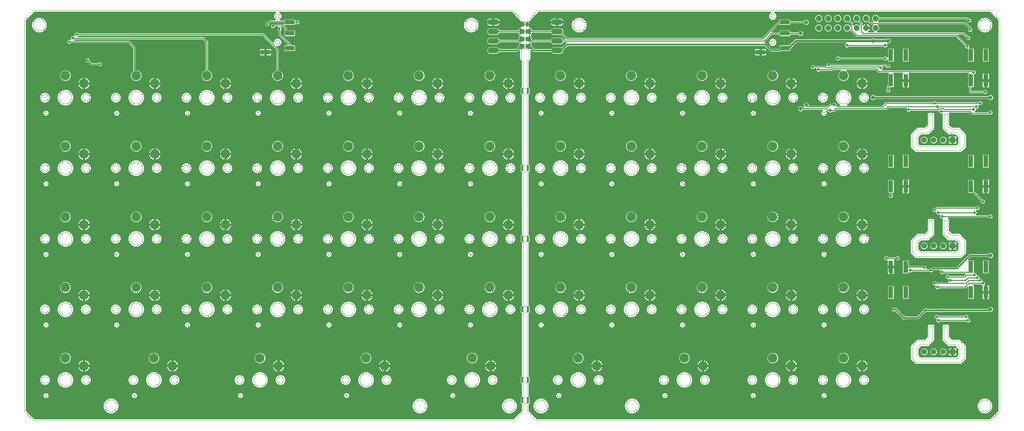
<source format=gtl>
G75*
%MOIN*%
%OFA0B0*%
%FSLAX25Y25*%
%IPPOS*%
%LPD*%
%AMOC8*
5,1,8,0,0,1.08239X$1,22.5*
%
%ADD10C,0.00000*%
%ADD11C,0.10000*%
%ADD12R,0.04724X0.12598*%
%ADD13R,0.05906X0.05906*%
%ADD14C,0.05906*%
%ADD15C,0.06000*%
%ADD16R,0.09843X0.04724*%
%ADD17C,0.00800*%
%ADD18R,0.02500X0.05000*%
%ADD19OC8,0.06000*%
%ADD20C,0.01600*%
%ADD21C,0.02969*%
%ADD22C,0.02575*%
%ADD23C,0.01000*%
%ADD24C,0.04134*%
%ADD25C,0.02400*%
%ADD26C,0.01200*%
D10*
X0013611Y0036065D02*
X0003769Y0045907D01*
X0003769Y0461261D01*
X0013611Y0471104D01*
X0519517Y0471104D01*
X0529359Y0461261D01*
X0529359Y0459293D01*
X0537233Y0459293D01*
X0537233Y0461261D01*
X0547076Y0471104D01*
X1025422Y0471104D01*
X1035265Y0461261D01*
X1035265Y0045907D01*
X1025422Y0036065D01*
X0545107Y0036065D01*
X0535265Y0045907D01*
X0535265Y0054765D01*
X0531328Y0054765D01*
X0531328Y0045907D01*
X0521485Y0036065D01*
X0013611Y0036065D01*
X0025343Y0062836D02*
X0025345Y0062905D01*
X0025351Y0062973D01*
X0025361Y0063041D01*
X0025375Y0063108D01*
X0025393Y0063175D01*
X0025414Y0063240D01*
X0025440Y0063304D01*
X0025469Y0063366D01*
X0025501Y0063426D01*
X0025537Y0063485D01*
X0025577Y0063541D01*
X0025619Y0063595D01*
X0025665Y0063646D01*
X0025714Y0063695D01*
X0025765Y0063741D01*
X0025819Y0063783D01*
X0025875Y0063823D01*
X0025933Y0063859D01*
X0025994Y0063891D01*
X0026056Y0063920D01*
X0026120Y0063946D01*
X0026185Y0063967D01*
X0026252Y0063985D01*
X0026319Y0063999D01*
X0026387Y0064009D01*
X0026455Y0064015D01*
X0026524Y0064017D01*
X0026593Y0064015D01*
X0026661Y0064009D01*
X0026729Y0063999D01*
X0026796Y0063985D01*
X0026863Y0063967D01*
X0026928Y0063946D01*
X0026992Y0063920D01*
X0027054Y0063891D01*
X0027114Y0063859D01*
X0027173Y0063823D01*
X0027229Y0063783D01*
X0027283Y0063741D01*
X0027334Y0063695D01*
X0027383Y0063646D01*
X0027429Y0063595D01*
X0027471Y0063541D01*
X0027511Y0063485D01*
X0027547Y0063426D01*
X0027579Y0063366D01*
X0027608Y0063304D01*
X0027634Y0063240D01*
X0027655Y0063175D01*
X0027673Y0063108D01*
X0027687Y0063041D01*
X0027697Y0062973D01*
X0027703Y0062905D01*
X0027705Y0062836D01*
X0027703Y0062767D01*
X0027697Y0062699D01*
X0027687Y0062631D01*
X0027673Y0062564D01*
X0027655Y0062497D01*
X0027634Y0062432D01*
X0027608Y0062368D01*
X0027579Y0062306D01*
X0027547Y0062245D01*
X0027511Y0062187D01*
X0027471Y0062131D01*
X0027429Y0062077D01*
X0027383Y0062026D01*
X0027334Y0061977D01*
X0027283Y0061931D01*
X0027229Y0061889D01*
X0027173Y0061849D01*
X0027115Y0061813D01*
X0027054Y0061781D01*
X0026992Y0061752D01*
X0026928Y0061726D01*
X0026863Y0061705D01*
X0026796Y0061687D01*
X0026729Y0061673D01*
X0026661Y0061663D01*
X0026593Y0061657D01*
X0026524Y0061655D01*
X0026455Y0061657D01*
X0026387Y0061663D01*
X0026319Y0061673D01*
X0026252Y0061687D01*
X0026185Y0061705D01*
X0026120Y0061726D01*
X0026056Y0061752D01*
X0025994Y0061781D01*
X0025933Y0061813D01*
X0025875Y0061849D01*
X0025819Y0061889D01*
X0025765Y0061931D01*
X0025714Y0061977D01*
X0025665Y0062026D01*
X0025619Y0062077D01*
X0025577Y0062131D01*
X0025537Y0062187D01*
X0025501Y0062245D01*
X0025469Y0062306D01*
X0025440Y0062368D01*
X0025414Y0062432D01*
X0025393Y0062497D01*
X0025375Y0062564D01*
X0025361Y0062631D01*
X0025351Y0062699D01*
X0025345Y0062767D01*
X0025343Y0062836D01*
X0021780Y0079372D02*
X0021782Y0079492D01*
X0021788Y0079613D01*
X0021798Y0079733D01*
X0021812Y0079852D01*
X0021830Y0079971D01*
X0021851Y0080090D01*
X0021877Y0080208D01*
X0021907Y0080324D01*
X0021940Y0080440D01*
X0021977Y0080555D01*
X0022018Y0080668D01*
X0022063Y0080780D01*
X0022111Y0080890D01*
X0022163Y0080999D01*
X0022219Y0081105D01*
X0022278Y0081210D01*
X0022341Y0081313D01*
X0022406Y0081414D01*
X0022476Y0081513D01*
X0022548Y0081609D01*
X0022623Y0081703D01*
X0022702Y0081794D01*
X0022784Y0081883D01*
X0022868Y0081968D01*
X0022955Y0082052D01*
X0023045Y0082132D01*
X0023138Y0082209D01*
X0023233Y0082283D01*
X0023330Y0082353D01*
X0023430Y0082421D01*
X0023532Y0082485D01*
X0023636Y0082546D01*
X0023742Y0082603D01*
X0023850Y0082657D01*
X0023959Y0082707D01*
X0024070Y0082754D01*
X0024183Y0082797D01*
X0024297Y0082836D01*
X0024412Y0082871D01*
X0024528Y0082903D01*
X0024645Y0082930D01*
X0024763Y0082954D01*
X0024882Y0082974D01*
X0025001Y0082990D01*
X0025121Y0083002D01*
X0025241Y0083010D01*
X0025362Y0083014D01*
X0025482Y0083014D01*
X0025603Y0083010D01*
X0025723Y0083002D01*
X0025843Y0082990D01*
X0025962Y0082974D01*
X0026081Y0082954D01*
X0026199Y0082930D01*
X0026316Y0082903D01*
X0026432Y0082871D01*
X0026547Y0082836D01*
X0026661Y0082797D01*
X0026774Y0082754D01*
X0026885Y0082707D01*
X0026994Y0082657D01*
X0027102Y0082603D01*
X0027208Y0082546D01*
X0027312Y0082485D01*
X0027414Y0082421D01*
X0027514Y0082353D01*
X0027611Y0082283D01*
X0027706Y0082209D01*
X0027799Y0082132D01*
X0027889Y0082052D01*
X0027976Y0081968D01*
X0028060Y0081883D01*
X0028142Y0081794D01*
X0028221Y0081703D01*
X0028296Y0081609D01*
X0028368Y0081513D01*
X0028438Y0081414D01*
X0028503Y0081313D01*
X0028566Y0081210D01*
X0028625Y0081105D01*
X0028681Y0080999D01*
X0028733Y0080890D01*
X0028781Y0080780D01*
X0028826Y0080668D01*
X0028867Y0080555D01*
X0028904Y0080440D01*
X0028937Y0080324D01*
X0028967Y0080208D01*
X0028993Y0080090D01*
X0029014Y0079971D01*
X0029032Y0079852D01*
X0029046Y0079733D01*
X0029056Y0079613D01*
X0029062Y0079492D01*
X0029064Y0079372D01*
X0029062Y0079252D01*
X0029056Y0079131D01*
X0029046Y0079011D01*
X0029032Y0078892D01*
X0029014Y0078773D01*
X0028993Y0078654D01*
X0028967Y0078536D01*
X0028937Y0078420D01*
X0028904Y0078304D01*
X0028867Y0078189D01*
X0028826Y0078076D01*
X0028781Y0077964D01*
X0028733Y0077854D01*
X0028681Y0077745D01*
X0028625Y0077639D01*
X0028566Y0077534D01*
X0028503Y0077431D01*
X0028438Y0077330D01*
X0028368Y0077231D01*
X0028296Y0077135D01*
X0028221Y0077041D01*
X0028142Y0076950D01*
X0028060Y0076861D01*
X0027976Y0076776D01*
X0027889Y0076692D01*
X0027799Y0076612D01*
X0027706Y0076535D01*
X0027611Y0076461D01*
X0027514Y0076391D01*
X0027414Y0076323D01*
X0027312Y0076259D01*
X0027208Y0076198D01*
X0027102Y0076141D01*
X0026994Y0076087D01*
X0026885Y0076037D01*
X0026774Y0075990D01*
X0026661Y0075947D01*
X0026547Y0075908D01*
X0026432Y0075873D01*
X0026316Y0075841D01*
X0026199Y0075814D01*
X0026081Y0075790D01*
X0025962Y0075770D01*
X0025843Y0075754D01*
X0025723Y0075742D01*
X0025603Y0075734D01*
X0025482Y0075730D01*
X0025362Y0075730D01*
X0025241Y0075734D01*
X0025121Y0075742D01*
X0025001Y0075754D01*
X0024882Y0075770D01*
X0024763Y0075790D01*
X0024645Y0075814D01*
X0024528Y0075841D01*
X0024412Y0075873D01*
X0024297Y0075908D01*
X0024183Y0075947D01*
X0024070Y0075990D01*
X0023959Y0076037D01*
X0023850Y0076087D01*
X0023742Y0076141D01*
X0023636Y0076198D01*
X0023532Y0076259D01*
X0023430Y0076323D01*
X0023330Y0076391D01*
X0023233Y0076461D01*
X0023138Y0076535D01*
X0023045Y0076612D01*
X0022955Y0076692D01*
X0022868Y0076776D01*
X0022784Y0076861D01*
X0022702Y0076950D01*
X0022623Y0077041D01*
X0022548Y0077135D01*
X0022476Y0077231D01*
X0022406Y0077330D01*
X0022341Y0077431D01*
X0022278Y0077534D01*
X0022219Y0077639D01*
X0022163Y0077745D01*
X0022111Y0077854D01*
X0022063Y0077964D01*
X0022018Y0078076D01*
X0021977Y0078189D01*
X0021940Y0078304D01*
X0021907Y0078420D01*
X0021877Y0078536D01*
X0021851Y0078654D01*
X0021830Y0078773D01*
X0021812Y0078892D01*
X0021798Y0079011D01*
X0021788Y0079131D01*
X0021782Y0079252D01*
X0021780Y0079372D01*
X0040383Y0079372D02*
X0040385Y0079536D01*
X0040391Y0079700D01*
X0040401Y0079864D01*
X0040415Y0080028D01*
X0040433Y0080191D01*
X0040455Y0080354D01*
X0040482Y0080516D01*
X0040512Y0080678D01*
X0040546Y0080838D01*
X0040584Y0080998D01*
X0040625Y0081157D01*
X0040671Y0081315D01*
X0040721Y0081471D01*
X0040774Y0081627D01*
X0040831Y0081781D01*
X0040892Y0081933D01*
X0040957Y0082084D01*
X0041026Y0082234D01*
X0041098Y0082381D01*
X0041173Y0082527D01*
X0041253Y0082671D01*
X0041335Y0082813D01*
X0041421Y0082953D01*
X0041511Y0083090D01*
X0041604Y0083226D01*
X0041700Y0083359D01*
X0041800Y0083490D01*
X0041902Y0083618D01*
X0042008Y0083744D01*
X0042117Y0083867D01*
X0042229Y0083987D01*
X0042343Y0084105D01*
X0042461Y0084219D01*
X0042581Y0084331D01*
X0042704Y0084440D01*
X0042830Y0084546D01*
X0042958Y0084648D01*
X0043089Y0084748D01*
X0043222Y0084844D01*
X0043358Y0084937D01*
X0043495Y0085027D01*
X0043635Y0085113D01*
X0043777Y0085195D01*
X0043921Y0085275D01*
X0044067Y0085350D01*
X0044214Y0085422D01*
X0044364Y0085491D01*
X0044515Y0085556D01*
X0044667Y0085617D01*
X0044821Y0085674D01*
X0044977Y0085727D01*
X0045133Y0085777D01*
X0045291Y0085823D01*
X0045450Y0085864D01*
X0045610Y0085902D01*
X0045770Y0085936D01*
X0045932Y0085966D01*
X0046094Y0085993D01*
X0046257Y0086015D01*
X0046420Y0086033D01*
X0046584Y0086047D01*
X0046748Y0086057D01*
X0046912Y0086063D01*
X0047076Y0086065D01*
X0047240Y0086063D01*
X0047404Y0086057D01*
X0047568Y0086047D01*
X0047732Y0086033D01*
X0047895Y0086015D01*
X0048058Y0085993D01*
X0048220Y0085966D01*
X0048382Y0085936D01*
X0048542Y0085902D01*
X0048702Y0085864D01*
X0048861Y0085823D01*
X0049019Y0085777D01*
X0049175Y0085727D01*
X0049331Y0085674D01*
X0049485Y0085617D01*
X0049637Y0085556D01*
X0049788Y0085491D01*
X0049938Y0085422D01*
X0050085Y0085350D01*
X0050231Y0085275D01*
X0050375Y0085195D01*
X0050517Y0085113D01*
X0050657Y0085027D01*
X0050794Y0084937D01*
X0050930Y0084844D01*
X0051063Y0084748D01*
X0051194Y0084648D01*
X0051322Y0084546D01*
X0051448Y0084440D01*
X0051571Y0084331D01*
X0051691Y0084219D01*
X0051809Y0084105D01*
X0051923Y0083987D01*
X0052035Y0083867D01*
X0052144Y0083744D01*
X0052250Y0083618D01*
X0052352Y0083490D01*
X0052452Y0083359D01*
X0052548Y0083226D01*
X0052641Y0083090D01*
X0052731Y0082953D01*
X0052817Y0082813D01*
X0052899Y0082671D01*
X0052979Y0082527D01*
X0053054Y0082381D01*
X0053126Y0082234D01*
X0053195Y0082084D01*
X0053260Y0081933D01*
X0053321Y0081781D01*
X0053378Y0081627D01*
X0053431Y0081471D01*
X0053481Y0081315D01*
X0053527Y0081157D01*
X0053568Y0080998D01*
X0053606Y0080838D01*
X0053640Y0080678D01*
X0053670Y0080516D01*
X0053697Y0080354D01*
X0053719Y0080191D01*
X0053737Y0080028D01*
X0053751Y0079864D01*
X0053761Y0079700D01*
X0053767Y0079536D01*
X0053769Y0079372D01*
X0053767Y0079208D01*
X0053761Y0079044D01*
X0053751Y0078880D01*
X0053737Y0078716D01*
X0053719Y0078553D01*
X0053697Y0078390D01*
X0053670Y0078228D01*
X0053640Y0078066D01*
X0053606Y0077906D01*
X0053568Y0077746D01*
X0053527Y0077587D01*
X0053481Y0077429D01*
X0053431Y0077273D01*
X0053378Y0077117D01*
X0053321Y0076963D01*
X0053260Y0076811D01*
X0053195Y0076660D01*
X0053126Y0076510D01*
X0053054Y0076363D01*
X0052979Y0076217D01*
X0052899Y0076073D01*
X0052817Y0075931D01*
X0052731Y0075791D01*
X0052641Y0075654D01*
X0052548Y0075518D01*
X0052452Y0075385D01*
X0052352Y0075254D01*
X0052250Y0075126D01*
X0052144Y0075000D01*
X0052035Y0074877D01*
X0051923Y0074757D01*
X0051809Y0074639D01*
X0051691Y0074525D01*
X0051571Y0074413D01*
X0051448Y0074304D01*
X0051322Y0074198D01*
X0051194Y0074096D01*
X0051063Y0073996D01*
X0050930Y0073900D01*
X0050794Y0073807D01*
X0050657Y0073717D01*
X0050517Y0073631D01*
X0050375Y0073549D01*
X0050231Y0073469D01*
X0050085Y0073394D01*
X0049938Y0073322D01*
X0049788Y0073253D01*
X0049637Y0073188D01*
X0049485Y0073127D01*
X0049331Y0073070D01*
X0049175Y0073017D01*
X0049019Y0072967D01*
X0048861Y0072921D01*
X0048702Y0072880D01*
X0048542Y0072842D01*
X0048382Y0072808D01*
X0048220Y0072778D01*
X0048058Y0072751D01*
X0047895Y0072729D01*
X0047732Y0072711D01*
X0047568Y0072697D01*
X0047404Y0072687D01*
X0047240Y0072681D01*
X0047076Y0072679D01*
X0046912Y0072681D01*
X0046748Y0072687D01*
X0046584Y0072697D01*
X0046420Y0072711D01*
X0046257Y0072729D01*
X0046094Y0072751D01*
X0045932Y0072778D01*
X0045770Y0072808D01*
X0045610Y0072842D01*
X0045450Y0072880D01*
X0045291Y0072921D01*
X0045133Y0072967D01*
X0044977Y0073017D01*
X0044821Y0073070D01*
X0044667Y0073127D01*
X0044515Y0073188D01*
X0044364Y0073253D01*
X0044214Y0073322D01*
X0044067Y0073394D01*
X0043921Y0073469D01*
X0043777Y0073549D01*
X0043635Y0073631D01*
X0043495Y0073717D01*
X0043358Y0073807D01*
X0043222Y0073900D01*
X0043089Y0073996D01*
X0042958Y0074096D01*
X0042830Y0074198D01*
X0042704Y0074304D01*
X0042581Y0074413D01*
X0042461Y0074525D01*
X0042343Y0074639D01*
X0042229Y0074757D01*
X0042117Y0074877D01*
X0042008Y0075000D01*
X0041902Y0075126D01*
X0041800Y0075254D01*
X0041700Y0075385D01*
X0041604Y0075518D01*
X0041511Y0075654D01*
X0041421Y0075791D01*
X0041335Y0075931D01*
X0041253Y0076073D01*
X0041173Y0076217D01*
X0041098Y0076363D01*
X0041026Y0076510D01*
X0040957Y0076660D01*
X0040892Y0076811D01*
X0040831Y0076963D01*
X0040774Y0077117D01*
X0040721Y0077273D01*
X0040671Y0077429D01*
X0040625Y0077587D01*
X0040584Y0077746D01*
X0040546Y0077906D01*
X0040512Y0078066D01*
X0040482Y0078228D01*
X0040455Y0078390D01*
X0040433Y0078553D01*
X0040415Y0078716D01*
X0040401Y0078880D01*
X0040391Y0079044D01*
X0040385Y0079208D01*
X0040383Y0079372D01*
X0065087Y0079372D02*
X0065089Y0079492D01*
X0065095Y0079613D01*
X0065105Y0079733D01*
X0065119Y0079852D01*
X0065137Y0079971D01*
X0065158Y0080090D01*
X0065184Y0080208D01*
X0065214Y0080324D01*
X0065247Y0080440D01*
X0065284Y0080555D01*
X0065325Y0080668D01*
X0065370Y0080780D01*
X0065418Y0080890D01*
X0065470Y0080999D01*
X0065526Y0081105D01*
X0065585Y0081210D01*
X0065648Y0081313D01*
X0065713Y0081414D01*
X0065783Y0081513D01*
X0065855Y0081609D01*
X0065930Y0081703D01*
X0066009Y0081794D01*
X0066091Y0081883D01*
X0066175Y0081968D01*
X0066262Y0082052D01*
X0066352Y0082132D01*
X0066445Y0082209D01*
X0066540Y0082283D01*
X0066637Y0082353D01*
X0066737Y0082421D01*
X0066839Y0082485D01*
X0066943Y0082546D01*
X0067049Y0082603D01*
X0067157Y0082657D01*
X0067266Y0082707D01*
X0067377Y0082754D01*
X0067490Y0082797D01*
X0067604Y0082836D01*
X0067719Y0082871D01*
X0067835Y0082903D01*
X0067952Y0082930D01*
X0068070Y0082954D01*
X0068189Y0082974D01*
X0068308Y0082990D01*
X0068428Y0083002D01*
X0068548Y0083010D01*
X0068669Y0083014D01*
X0068789Y0083014D01*
X0068910Y0083010D01*
X0069030Y0083002D01*
X0069150Y0082990D01*
X0069269Y0082974D01*
X0069388Y0082954D01*
X0069506Y0082930D01*
X0069623Y0082903D01*
X0069739Y0082871D01*
X0069854Y0082836D01*
X0069968Y0082797D01*
X0070081Y0082754D01*
X0070192Y0082707D01*
X0070301Y0082657D01*
X0070409Y0082603D01*
X0070515Y0082546D01*
X0070619Y0082485D01*
X0070721Y0082421D01*
X0070821Y0082353D01*
X0070918Y0082283D01*
X0071013Y0082209D01*
X0071106Y0082132D01*
X0071196Y0082052D01*
X0071283Y0081968D01*
X0071367Y0081883D01*
X0071449Y0081794D01*
X0071528Y0081703D01*
X0071603Y0081609D01*
X0071675Y0081513D01*
X0071745Y0081414D01*
X0071810Y0081313D01*
X0071873Y0081210D01*
X0071932Y0081105D01*
X0071988Y0080999D01*
X0072040Y0080890D01*
X0072088Y0080780D01*
X0072133Y0080668D01*
X0072174Y0080555D01*
X0072211Y0080440D01*
X0072244Y0080324D01*
X0072274Y0080208D01*
X0072300Y0080090D01*
X0072321Y0079971D01*
X0072339Y0079852D01*
X0072353Y0079733D01*
X0072363Y0079613D01*
X0072369Y0079492D01*
X0072371Y0079372D01*
X0072369Y0079252D01*
X0072363Y0079131D01*
X0072353Y0079011D01*
X0072339Y0078892D01*
X0072321Y0078773D01*
X0072300Y0078654D01*
X0072274Y0078536D01*
X0072244Y0078420D01*
X0072211Y0078304D01*
X0072174Y0078189D01*
X0072133Y0078076D01*
X0072088Y0077964D01*
X0072040Y0077854D01*
X0071988Y0077745D01*
X0071932Y0077639D01*
X0071873Y0077534D01*
X0071810Y0077431D01*
X0071745Y0077330D01*
X0071675Y0077231D01*
X0071603Y0077135D01*
X0071528Y0077041D01*
X0071449Y0076950D01*
X0071367Y0076861D01*
X0071283Y0076776D01*
X0071196Y0076692D01*
X0071106Y0076612D01*
X0071013Y0076535D01*
X0070918Y0076461D01*
X0070821Y0076391D01*
X0070721Y0076323D01*
X0070619Y0076259D01*
X0070515Y0076198D01*
X0070409Y0076141D01*
X0070301Y0076087D01*
X0070192Y0076037D01*
X0070081Y0075990D01*
X0069968Y0075947D01*
X0069854Y0075908D01*
X0069739Y0075873D01*
X0069623Y0075841D01*
X0069506Y0075814D01*
X0069388Y0075790D01*
X0069269Y0075770D01*
X0069150Y0075754D01*
X0069030Y0075742D01*
X0068910Y0075734D01*
X0068789Y0075730D01*
X0068669Y0075730D01*
X0068548Y0075734D01*
X0068428Y0075742D01*
X0068308Y0075754D01*
X0068189Y0075770D01*
X0068070Y0075790D01*
X0067952Y0075814D01*
X0067835Y0075841D01*
X0067719Y0075873D01*
X0067604Y0075908D01*
X0067490Y0075947D01*
X0067377Y0075990D01*
X0067266Y0076037D01*
X0067157Y0076087D01*
X0067049Y0076141D01*
X0066943Y0076198D01*
X0066839Y0076259D01*
X0066737Y0076323D01*
X0066637Y0076391D01*
X0066540Y0076461D01*
X0066445Y0076535D01*
X0066352Y0076612D01*
X0066262Y0076692D01*
X0066175Y0076776D01*
X0066091Y0076861D01*
X0066009Y0076950D01*
X0065930Y0077041D01*
X0065855Y0077135D01*
X0065783Y0077231D01*
X0065713Y0077330D01*
X0065648Y0077431D01*
X0065585Y0077534D01*
X0065526Y0077639D01*
X0065470Y0077745D01*
X0065418Y0077854D01*
X0065370Y0077964D01*
X0065325Y0078076D01*
X0065284Y0078189D01*
X0065247Y0078304D01*
X0065214Y0078420D01*
X0065184Y0078536D01*
X0065158Y0078654D01*
X0065137Y0078773D01*
X0065119Y0078892D01*
X0065105Y0079011D01*
X0065095Y0079131D01*
X0065089Y0079252D01*
X0065087Y0079372D01*
X0089005Y0051813D02*
X0089007Y0051971D01*
X0089013Y0052129D01*
X0089023Y0052287D01*
X0089037Y0052445D01*
X0089055Y0052602D01*
X0089076Y0052759D01*
X0089102Y0052915D01*
X0089132Y0053071D01*
X0089165Y0053226D01*
X0089203Y0053379D01*
X0089244Y0053532D01*
X0089289Y0053684D01*
X0089338Y0053835D01*
X0089391Y0053984D01*
X0089447Y0054132D01*
X0089507Y0054278D01*
X0089571Y0054423D01*
X0089639Y0054566D01*
X0089710Y0054708D01*
X0089784Y0054848D01*
X0089862Y0054985D01*
X0089944Y0055121D01*
X0090028Y0055255D01*
X0090117Y0055386D01*
X0090208Y0055515D01*
X0090303Y0055642D01*
X0090400Y0055767D01*
X0090501Y0055889D01*
X0090605Y0056008D01*
X0090712Y0056125D01*
X0090822Y0056239D01*
X0090935Y0056350D01*
X0091050Y0056459D01*
X0091168Y0056564D01*
X0091289Y0056666D01*
X0091412Y0056766D01*
X0091538Y0056862D01*
X0091666Y0056955D01*
X0091796Y0057045D01*
X0091929Y0057131D01*
X0092064Y0057215D01*
X0092200Y0057294D01*
X0092339Y0057371D01*
X0092480Y0057443D01*
X0092622Y0057513D01*
X0092766Y0057578D01*
X0092912Y0057640D01*
X0093059Y0057698D01*
X0093208Y0057753D01*
X0093358Y0057804D01*
X0093509Y0057851D01*
X0093661Y0057894D01*
X0093814Y0057933D01*
X0093969Y0057969D01*
X0094124Y0058000D01*
X0094280Y0058028D01*
X0094436Y0058052D01*
X0094593Y0058072D01*
X0094751Y0058088D01*
X0094908Y0058100D01*
X0095067Y0058108D01*
X0095225Y0058112D01*
X0095383Y0058112D01*
X0095541Y0058108D01*
X0095700Y0058100D01*
X0095857Y0058088D01*
X0096015Y0058072D01*
X0096172Y0058052D01*
X0096328Y0058028D01*
X0096484Y0058000D01*
X0096639Y0057969D01*
X0096794Y0057933D01*
X0096947Y0057894D01*
X0097099Y0057851D01*
X0097250Y0057804D01*
X0097400Y0057753D01*
X0097549Y0057698D01*
X0097696Y0057640D01*
X0097842Y0057578D01*
X0097986Y0057513D01*
X0098128Y0057443D01*
X0098269Y0057371D01*
X0098408Y0057294D01*
X0098544Y0057215D01*
X0098679Y0057131D01*
X0098812Y0057045D01*
X0098942Y0056955D01*
X0099070Y0056862D01*
X0099196Y0056766D01*
X0099319Y0056666D01*
X0099440Y0056564D01*
X0099558Y0056459D01*
X0099673Y0056350D01*
X0099786Y0056239D01*
X0099896Y0056125D01*
X0100003Y0056008D01*
X0100107Y0055889D01*
X0100208Y0055767D01*
X0100305Y0055642D01*
X0100400Y0055515D01*
X0100491Y0055386D01*
X0100580Y0055255D01*
X0100664Y0055121D01*
X0100746Y0054985D01*
X0100824Y0054848D01*
X0100898Y0054708D01*
X0100969Y0054566D01*
X0101037Y0054423D01*
X0101101Y0054278D01*
X0101161Y0054132D01*
X0101217Y0053984D01*
X0101270Y0053835D01*
X0101319Y0053684D01*
X0101364Y0053532D01*
X0101405Y0053379D01*
X0101443Y0053226D01*
X0101476Y0053071D01*
X0101506Y0052915D01*
X0101532Y0052759D01*
X0101553Y0052602D01*
X0101571Y0052445D01*
X0101585Y0052287D01*
X0101595Y0052129D01*
X0101601Y0051971D01*
X0101603Y0051813D01*
X0101601Y0051655D01*
X0101595Y0051497D01*
X0101585Y0051339D01*
X0101571Y0051181D01*
X0101553Y0051024D01*
X0101532Y0050867D01*
X0101506Y0050711D01*
X0101476Y0050555D01*
X0101443Y0050400D01*
X0101405Y0050247D01*
X0101364Y0050094D01*
X0101319Y0049942D01*
X0101270Y0049791D01*
X0101217Y0049642D01*
X0101161Y0049494D01*
X0101101Y0049348D01*
X0101037Y0049203D01*
X0100969Y0049060D01*
X0100898Y0048918D01*
X0100824Y0048778D01*
X0100746Y0048641D01*
X0100664Y0048505D01*
X0100580Y0048371D01*
X0100491Y0048240D01*
X0100400Y0048111D01*
X0100305Y0047984D01*
X0100208Y0047859D01*
X0100107Y0047737D01*
X0100003Y0047618D01*
X0099896Y0047501D01*
X0099786Y0047387D01*
X0099673Y0047276D01*
X0099558Y0047167D01*
X0099440Y0047062D01*
X0099319Y0046960D01*
X0099196Y0046860D01*
X0099070Y0046764D01*
X0098942Y0046671D01*
X0098812Y0046581D01*
X0098679Y0046495D01*
X0098544Y0046411D01*
X0098408Y0046332D01*
X0098269Y0046255D01*
X0098128Y0046183D01*
X0097986Y0046113D01*
X0097842Y0046048D01*
X0097696Y0045986D01*
X0097549Y0045928D01*
X0097400Y0045873D01*
X0097250Y0045822D01*
X0097099Y0045775D01*
X0096947Y0045732D01*
X0096794Y0045693D01*
X0096639Y0045657D01*
X0096484Y0045626D01*
X0096328Y0045598D01*
X0096172Y0045574D01*
X0096015Y0045554D01*
X0095857Y0045538D01*
X0095700Y0045526D01*
X0095541Y0045518D01*
X0095383Y0045514D01*
X0095225Y0045514D01*
X0095067Y0045518D01*
X0094908Y0045526D01*
X0094751Y0045538D01*
X0094593Y0045554D01*
X0094436Y0045574D01*
X0094280Y0045598D01*
X0094124Y0045626D01*
X0093969Y0045657D01*
X0093814Y0045693D01*
X0093661Y0045732D01*
X0093509Y0045775D01*
X0093358Y0045822D01*
X0093208Y0045873D01*
X0093059Y0045928D01*
X0092912Y0045986D01*
X0092766Y0046048D01*
X0092622Y0046113D01*
X0092480Y0046183D01*
X0092339Y0046255D01*
X0092200Y0046332D01*
X0092064Y0046411D01*
X0091929Y0046495D01*
X0091796Y0046581D01*
X0091666Y0046671D01*
X0091538Y0046764D01*
X0091412Y0046860D01*
X0091289Y0046960D01*
X0091168Y0047062D01*
X0091050Y0047167D01*
X0090935Y0047276D01*
X0090822Y0047387D01*
X0090712Y0047501D01*
X0090605Y0047618D01*
X0090501Y0047737D01*
X0090400Y0047859D01*
X0090303Y0047984D01*
X0090208Y0048111D01*
X0090117Y0048240D01*
X0090028Y0048371D01*
X0089944Y0048505D01*
X0089862Y0048641D01*
X0089784Y0048778D01*
X0089710Y0048918D01*
X0089639Y0049060D01*
X0089571Y0049203D01*
X0089507Y0049348D01*
X0089447Y0049494D01*
X0089391Y0049642D01*
X0089338Y0049791D01*
X0089289Y0049942D01*
X0089244Y0050094D01*
X0089203Y0050247D01*
X0089165Y0050400D01*
X0089132Y0050555D01*
X0089102Y0050711D01*
X0089076Y0050867D01*
X0089055Y0051024D01*
X0089037Y0051181D01*
X0089023Y0051339D01*
X0089013Y0051497D01*
X0089007Y0051655D01*
X0089005Y0051813D01*
X0118847Y0062836D02*
X0118849Y0062905D01*
X0118855Y0062973D01*
X0118865Y0063041D01*
X0118879Y0063108D01*
X0118897Y0063175D01*
X0118918Y0063240D01*
X0118944Y0063304D01*
X0118973Y0063366D01*
X0119005Y0063426D01*
X0119041Y0063485D01*
X0119081Y0063541D01*
X0119123Y0063595D01*
X0119169Y0063646D01*
X0119218Y0063695D01*
X0119269Y0063741D01*
X0119323Y0063783D01*
X0119379Y0063823D01*
X0119437Y0063859D01*
X0119498Y0063891D01*
X0119560Y0063920D01*
X0119624Y0063946D01*
X0119689Y0063967D01*
X0119756Y0063985D01*
X0119823Y0063999D01*
X0119891Y0064009D01*
X0119959Y0064015D01*
X0120028Y0064017D01*
X0120097Y0064015D01*
X0120165Y0064009D01*
X0120233Y0063999D01*
X0120300Y0063985D01*
X0120367Y0063967D01*
X0120432Y0063946D01*
X0120496Y0063920D01*
X0120558Y0063891D01*
X0120618Y0063859D01*
X0120677Y0063823D01*
X0120733Y0063783D01*
X0120787Y0063741D01*
X0120838Y0063695D01*
X0120887Y0063646D01*
X0120933Y0063595D01*
X0120975Y0063541D01*
X0121015Y0063485D01*
X0121051Y0063426D01*
X0121083Y0063366D01*
X0121112Y0063304D01*
X0121138Y0063240D01*
X0121159Y0063175D01*
X0121177Y0063108D01*
X0121191Y0063041D01*
X0121201Y0062973D01*
X0121207Y0062905D01*
X0121209Y0062836D01*
X0121207Y0062767D01*
X0121201Y0062699D01*
X0121191Y0062631D01*
X0121177Y0062564D01*
X0121159Y0062497D01*
X0121138Y0062432D01*
X0121112Y0062368D01*
X0121083Y0062306D01*
X0121051Y0062245D01*
X0121015Y0062187D01*
X0120975Y0062131D01*
X0120933Y0062077D01*
X0120887Y0062026D01*
X0120838Y0061977D01*
X0120787Y0061931D01*
X0120733Y0061889D01*
X0120677Y0061849D01*
X0120619Y0061813D01*
X0120558Y0061781D01*
X0120496Y0061752D01*
X0120432Y0061726D01*
X0120367Y0061705D01*
X0120300Y0061687D01*
X0120233Y0061673D01*
X0120165Y0061663D01*
X0120097Y0061657D01*
X0120028Y0061655D01*
X0119959Y0061657D01*
X0119891Y0061663D01*
X0119823Y0061673D01*
X0119756Y0061687D01*
X0119689Y0061705D01*
X0119624Y0061726D01*
X0119560Y0061752D01*
X0119498Y0061781D01*
X0119437Y0061813D01*
X0119379Y0061849D01*
X0119323Y0061889D01*
X0119269Y0061931D01*
X0119218Y0061977D01*
X0119169Y0062026D01*
X0119123Y0062077D01*
X0119081Y0062131D01*
X0119041Y0062187D01*
X0119005Y0062245D01*
X0118973Y0062306D01*
X0118944Y0062368D01*
X0118918Y0062432D01*
X0118897Y0062497D01*
X0118879Y0062564D01*
X0118865Y0062631D01*
X0118855Y0062699D01*
X0118849Y0062767D01*
X0118847Y0062836D01*
X0115284Y0079372D02*
X0115286Y0079492D01*
X0115292Y0079613D01*
X0115302Y0079733D01*
X0115316Y0079852D01*
X0115334Y0079971D01*
X0115355Y0080090D01*
X0115381Y0080208D01*
X0115411Y0080324D01*
X0115444Y0080440D01*
X0115481Y0080555D01*
X0115522Y0080668D01*
X0115567Y0080780D01*
X0115615Y0080890D01*
X0115667Y0080999D01*
X0115723Y0081105D01*
X0115782Y0081210D01*
X0115845Y0081313D01*
X0115910Y0081414D01*
X0115980Y0081513D01*
X0116052Y0081609D01*
X0116127Y0081703D01*
X0116206Y0081794D01*
X0116288Y0081883D01*
X0116372Y0081968D01*
X0116459Y0082052D01*
X0116549Y0082132D01*
X0116642Y0082209D01*
X0116737Y0082283D01*
X0116834Y0082353D01*
X0116934Y0082421D01*
X0117036Y0082485D01*
X0117140Y0082546D01*
X0117246Y0082603D01*
X0117354Y0082657D01*
X0117463Y0082707D01*
X0117574Y0082754D01*
X0117687Y0082797D01*
X0117801Y0082836D01*
X0117916Y0082871D01*
X0118032Y0082903D01*
X0118149Y0082930D01*
X0118267Y0082954D01*
X0118386Y0082974D01*
X0118505Y0082990D01*
X0118625Y0083002D01*
X0118745Y0083010D01*
X0118866Y0083014D01*
X0118986Y0083014D01*
X0119107Y0083010D01*
X0119227Y0083002D01*
X0119347Y0082990D01*
X0119466Y0082974D01*
X0119585Y0082954D01*
X0119703Y0082930D01*
X0119820Y0082903D01*
X0119936Y0082871D01*
X0120051Y0082836D01*
X0120165Y0082797D01*
X0120278Y0082754D01*
X0120389Y0082707D01*
X0120498Y0082657D01*
X0120606Y0082603D01*
X0120712Y0082546D01*
X0120816Y0082485D01*
X0120918Y0082421D01*
X0121018Y0082353D01*
X0121115Y0082283D01*
X0121210Y0082209D01*
X0121303Y0082132D01*
X0121393Y0082052D01*
X0121480Y0081968D01*
X0121564Y0081883D01*
X0121646Y0081794D01*
X0121725Y0081703D01*
X0121800Y0081609D01*
X0121872Y0081513D01*
X0121942Y0081414D01*
X0122007Y0081313D01*
X0122070Y0081210D01*
X0122129Y0081105D01*
X0122185Y0080999D01*
X0122237Y0080890D01*
X0122285Y0080780D01*
X0122330Y0080668D01*
X0122371Y0080555D01*
X0122408Y0080440D01*
X0122441Y0080324D01*
X0122471Y0080208D01*
X0122497Y0080090D01*
X0122518Y0079971D01*
X0122536Y0079852D01*
X0122550Y0079733D01*
X0122560Y0079613D01*
X0122566Y0079492D01*
X0122568Y0079372D01*
X0122566Y0079252D01*
X0122560Y0079131D01*
X0122550Y0079011D01*
X0122536Y0078892D01*
X0122518Y0078773D01*
X0122497Y0078654D01*
X0122471Y0078536D01*
X0122441Y0078420D01*
X0122408Y0078304D01*
X0122371Y0078189D01*
X0122330Y0078076D01*
X0122285Y0077964D01*
X0122237Y0077854D01*
X0122185Y0077745D01*
X0122129Y0077639D01*
X0122070Y0077534D01*
X0122007Y0077431D01*
X0121942Y0077330D01*
X0121872Y0077231D01*
X0121800Y0077135D01*
X0121725Y0077041D01*
X0121646Y0076950D01*
X0121564Y0076861D01*
X0121480Y0076776D01*
X0121393Y0076692D01*
X0121303Y0076612D01*
X0121210Y0076535D01*
X0121115Y0076461D01*
X0121018Y0076391D01*
X0120918Y0076323D01*
X0120816Y0076259D01*
X0120712Y0076198D01*
X0120606Y0076141D01*
X0120498Y0076087D01*
X0120389Y0076037D01*
X0120278Y0075990D01*
X0120165Y0075947D01*
X0120051Y0075908D01*
X0119936Y0075873D01*
X0119820Y0075841D01*
X0119703Y0075814D01*
X0119585Y0075790D01*
X0119466Y0075770D01*
X0119347Y0075754D01*
X0119227Y0075742D01*
X0119107Y0075734D01*
X0118986Y0075730D01*
X0118866Y0075730D01*
X0118745Y0075734D01*
X0118625Y0075742D01*
X0118505Y0075754D01*
X0118386Y0075770D01*
X0118267Y0075790D01*
X0118149Y0075814D01*
X0118032Y0075841D01*
X0117916Y0075873D01*
X0117801Y0075908D01*
X0117687Y0075947D01*
X0117574Y0075990D01*
X0117463Y0076037D01*
X0117354Y0076087D01*
X0117246Y0076141D01*
X0117140Y0076198D01*
X0117036Y0076259D01*
X0116934Y0076323D01*
X0116834Y0076391D01*
X0116737Y0076461D01*
X0116642Y0076535D01*
X0116549Y0076612D01*
X0116459Y0076692D01*
X0116372Y0076776D01*
X0116288Y0076861D01*
X0116206Y0076950D01*
X0116127Y0077041D01*
X0116052Y0077135D01*
X0115980Y0077231D01*
X0115910Y0077330D01*
X0115845Y0077431D01*
X0115782Y0077534D01*
X0115723Y0077639D01*
X0115667Y0077745D01*
X0115615Y0077854D01*
X0115567Y0077964D01*
X0115522Y0078076D01*
X0115481Y0078189D01*
X0115444Y0078304D01*
X0115411Y0078420D01*
X0115381Y0078536D01*
X0115355Y0078654D01*
X0115334Y0078773D01*
X0115316Y0078892D01*
X0115302Y0079011D01*
X0115292Y0079131D01*
X0115286Y0079252D01*
X0115284Y0079372D01*
X0133887Y0079372D02*
X0133889Y0079536D01*
X0133895Y0079700D01*
X0133905Y0079864D01*
X0133919Y0080028D01*
X0133937Y0080191D01*
X0133959Y0080354D01*
X0133986Y0080516D01*
X0134016Y0080678D01*
X0134050Y0080838D01*
X0134088Y0080998D01*
X0134129Y0081157D01*
X0134175Y0081315D01*
X0134225Y0081471D01*
X0134278Y0081627D01*
X0134335Y0081781D01*
X0134396Y0081933D01*
X0134461Y0082084D01*
X0134530Y0082234D01*
X0134602Y0082381D01*
X0134677Y0082527D01*
X0134757Y0082671D01*
X0134839Y0082813D01*
X0134925Y0082953D01*
X0135015Y0083090D01*
X0135108Y0083226D01*
X0135204Y0083359D01*
X0135304Y0083490D01*
X0135406Y0083618D01*
X0135512Y0083744D01*
X0135621Y0083867D01*
X0135733Y0083987D01*
X0135847Y0084105D01*
X0135965Y0084219D01*
X0136085Y0084331D01*
X0136208Y0084440D01*
X0136334Y0084546D01*
X0136462Y0084648D01*
X0136593Y0084748D01*
X0136726Y0084844D01*
X0136862Y0084937D01*
X0136999Y0085027D01*
X0137139Y0085113D01*
X0137281Y0085195D01*
X0137425Y0085275D01*
X0137571Y0085350D01*
X0137718Y0085422D01*
X0137868Y0085491D01*
X0138019Y0085556D01*
X0138171Y0085617D01*
X0138325Y0085674D01*
X0138481Y0085727D01*
X0138637Y0085777D01*
X0138795Y0085823D01*
X0138954Y0085864D01*
X0139114Y0085902D01*
X0139274Y0085936D01*
X0139436Y0085966D01*
X0139598Y0085993D01*
X0139761Y0086015D01*
X0139924Y0086033D01*
X0140088Y0086047D01*
X0140252Y0086057D01*
X0140416Y0086063D01*
X0140580Y0086065D01*
X0140744Y0086063D01*
X0140908Y0086057D01*
X0141072Y0086047D01*
X0141236Y0086033D01*
X0141399Y0086015D01*
X0141562Y0085993D01*
X0141724Y0085966D01*
X0141886Y0085936D01*
X0142046Y0085902D01*
X0142206Y0085864D01*
X0142365Y0085823D01*
X0142523Y0085777D01*
X0142679Y0085727D01*
X0142835Y0085674D01*
X0142989Y0085617D01*
X0143141Y0085556D01*
X0143292Y0085491D01*
X0143442Y0085422D01*
X0143589Y0085350D01*
X0143735Y0085275D01*
X0143879Y0085195D01*
X0144021Y0085113D01*
X0144161Y0085027D01*
X0144298Y0084937D01*
X0144434Y0084844D01*
X0144567Y0084748D01*
X0144698Y0084648D01*
X0144826Y0084546D01*
X0144952Y0084440D01*
X0145075Y0084331D01*
X0145195Y0084219D01*
X0145313Y0084105D01*
X0145427Y0083987D01*
X0145539Y0083867D01*
X0145648Y0083744D01*
X0145754Y0083618D01*
X0145856Y0083490D01*
X0145956Y0083359D01*
X0146052Y0083226D01*
X0146145Y0083090D01*
X0146235Y0082953D01*
X0146321Y0082813D01*
X0146403Y0082671D01*
X0146483Y0082527D01*
X0146558Y0082381D01*
X0146630Y0082234D01*
X0146699Y0082084D01*
X0146764Y0081933D01*
X0146825Y0081781D01*
X0146882Y0081627D01*
X0146935Y0081471D01*
X0146985Y0081315D01*
X0147031Y0081157D01*
X0147072Y0080998D01*
X0147110Y0080838D01*
X0147144Y0080678D01*
X0147174Y0080516D01*
X0147201Y0080354D01*
X0147223Y0080191D01*
X0147241Y0080028D01*
X0147255Y0079864D01*
X0147265Y0079700D01*
X0147271Y0079536D01*
X0147273Y0079372D01*
X0147271Y0079208D01*
X0147265Y0079044D01*
X0147255Y0078880D01*
X0147241Y0078716D01*
X0147223Y0078553D01*
X0147201Y0078390D01*
X0147174Y0078228D01*
X0147144Y0078066D01*
X0147110Y0077906D01*
X0147072Y0077746D01*
X0147031Y0077587D01*
X0146985Y0077429D01*
X0146935Y0077273D01*
X0146882Y0077117D01*
X0146825Y0076963D01*
X0146764Y0076811D01*
X0146699Y0076660D01*
X0146630Y0076510D01*
X0146558Y0076363D01*
X0146483Y0076217D01*
X0146403Y0076073D01*
X0146321Y0075931D01*
X0146235Y0075791D01*
X0146145Y0075654D01*
X0146052Y0075518D01*
X0145956Y0075385D01*
X0145856Y0075254D01*
X0145754Y0075126D01*
X0145648Y0075000D01*
X0145539Y0074877D01*
X0145427Y0074757D01*
X0145313Y0074639D01*
X0145195Y0074525D01*
X0145075Y0074413D01*
X0144952Y0074304D01*
X0144826Y0074198D01*
X0144698Y0074096D01*
X0144567Y0073996D01*
X0144434Y0073900D01*
X0144298Y0073807D01*
X0144161Y0073717D01*
X0144021Y0073631D01*
X0143879Y0073549D01*
X0143735Y0073469D01*
X0143589Y0073394D01*
X0143442Y0073322D01*
X0143292Y0073253D01*
X0143141Y0073188D01*
X0142989Y0073127D01*
X0142835Y0073070D01*
X0142679Y0073017D01*
X0142523Y0072967D01*
X0142365Y0072921D01*
X0142206Y0072880D01*
X0142046Y0072842D01*
X0141886Y0072808D01*
X0141724Y0072778D01*
X0141562Y0072751D01*
X0141399Y0072729D01*
X0141236Y0072711D01*
X0141072Y0072697D01*
X0140908Y0072687D01*
X0140744Y0072681D01*
X0140580Y0072679D01*
X0140416Y0072681D01*
X0140252Y0072687D01*
X0140088Y0072697D01*
X0139924Y0072711D01*
X0139761Y0072729D01*
X0139598Y0072751D01*
X0139436Y0072778D01*
X0139274Y0072808D01*
X0139114Y0072842D01*
X0138954Y0072880D01*
X0138795Y0072921D01*
X0138637Y0072967D01*
X0138481Y0073017D01*
X0138325Y0073070D01*
X0138171Y0073127D01*
X0138019Y0073188D01*
X0137868Y0073253D01*
X0137718Y0073322D01*
X0137571Y0073394D01*
X0137425Y0073469D01*
X0137281Y0073549D01*
X0137139Y0073631D01*
X0136999Y0073717D01*
X0136862Y0073807D01*
X0136726Y0073900D01*
X0136593Y0073996D01*
X0136462Y0074096D01*
X0136334Y0074198D01*
X0136208Y0074304D01*
X0136085Y0074413D01*
X0135965Y0074525D01*
X0135847Y0074639D01*
X0135733Y0074757D01*
X0135621Y0074877D01*
X0135512Y0075000D01*
X0135406Y0075126D01*
X0135304Y0075254D01*
X0135204Y0075385D01*
X0135108Y0075518D01*
X0135015Y0075654D01*
X0134925Y0075791D01*
X0134839Y0075931D01*
X0134757Y0076073D01*
X0134677Y0076217D01*
X0134602Y0076363D01*
X0134530Y0076510D01*
X0134461Y0076660D01*
X0134396Y0076811D01*
X0134335Y0076963D01*
X0134278Y0077117D01*
X0134225Y0077273D01*
X0134175Y0077429D01*
X0134129Y0077587D01*
X0134088Y0077746D01*
X0134050Y0077906D01*
X0134016Y0078066D01*
X0133986Y0078228D01*
X0133959Y0078390D01*
X0133937Y0078553D01*
X0133919Y0078716D01*
X0133905Y0078880D01*
X0133895Y0079044D01*
X0133889Y0079208D01*
X0133887Y0079372D01*
X0158591Y0079372D02*
X0158593Y0079492D01*
X0158599Y0079613D01*
X0158609Y0079733D01*
X0158623Y0079852D01*
X0158641Y0079971D01*
X0158662Y0080090D01*
X0158688Y0080208D01*
X0158718Y0080324D01*
X0158751Y0080440D01*
X0158788Y0080555D01*
X0158829Y0080668D01*
X0158874Y0080780D01*
X0158922Y0080890D01*
X0158974Y0080999D01*
X0159030Y0081105D01*
X0159089Y0081210D01*
X0159152Y0081313D01*
X0159217Y0081414D01*
X0159287Y0081513D01*
X0159359Y0081609D01*
X0159434Y0081703D01*
X0159513Y0081794D01*
X0159595Y0081883D01*
X0159679Y0081968D01*
X0159766Y0082052D01*
X0159856Y0082132D01*
X0159949Y0082209D01*
X0160044Y0082283D01*
X0160141Y0082353D01*
X0160241Y0082421D01*
X0160343Y0082485D01*
X0160447Y0082546D01*
X0160553Y0082603D01*
X0160661Y0082657D01*
X0160770Y0082707D01*
X0160881Y0082754D01*
X0160994Y0082797D01*
X0161108Y0082836D01*
X0161223Y0082871D01*
X0161339Y0082903D01*
X0161456Y0082930D01*
X0161574Y0082954D01*
X0161693Y0082974D01*
X0161812Y0082990D01*
X0161932Y0083002D01*
X0162052Y0083010D01*
X0162173Y0083014D01*
X0162293Y0083014D01*
X0162414Y0083010D01*
X0162534Y0083002D01*
X0162654Y0082990D01*
X0162773Y0082974D01*
X0162892Y0082954D01*
X0163010Y0082930D01*
X0163127Y0082903D01*
X0163243Y0082871D01*
X0163358Y0082836D01*
X0163472Y0082797D01*
X0163585Y0082754D01*
X0163696Y0082707D01*
X0163805Y0082657D01*
X0163913Y0082603D01*
X0164019Y0082546D01*
X0164123Y0082485D01*
X0164225Y0082421D01*
X0164325Y0082353D01*
X0164422Y0082283D01*
X0164517Y0082209D01*
X0164610Y0082132D01*
X0164700Y0082052D01*
X0164787Y0081968D01*
X0164871Y0081883D01*
X0164953Y0081794D01*
X0165032Y0081703D01*
X0165107Y0081609D01*
X0165179Y0081513D01*
X0165249Y0081414D01*
X0165314Y0081313D01*
X0165377Y0081210D01*
X0165436Y0081105D01*
X0165492Y0080999D01*
X0165544Y0080890D01*
X0165592Y0080780D01*
X0165637Y0080668D01*
X0165678Y0080555D01*
X0165715Y0080440D01*
X0165748Y0080324D01*
X0165778Y0080208D01*
X0165804Y0080090D01*
X0165825Y0079971D01*
X0165843Y0079852D01*
X0165857Y0079733D01*
X0165867Y0079613D01*
X0165873Y0079492D01*
X0165875Y0079372D01*
X0165873Y0079252D01*
X0165867Y0079131D01*
X0165857Y0079011D01*
X0165843Y0078892D01*
X0165825Y0078773D01*
X0165804Y0078654D01*
X0165778Y0078536D01*
X0165748Y0078420D01*
X0165715Y0078304D01*
X0165678Y0078189D01*
X0165637Y0078076D01*
X0165592Y0077964D01*
X0165544Y0077854D01*
X0165492Y0077745D01*
X0165436Y0077639D01*
X0165377Y0077534D01*
X0165314Y0077431D01*
X0165249Y0077330D01*
X0165179Y0077231D01*
X0165107Y0077135D01*
X0165032Y0077041D01*
X0164953Y0076950D01*
X0164871Y0076861D01*
X0164787Y0076776D01*
X0164700Y0076692D01*
X0164610Y0076612D01*
X0164517Y0076535D01*
X0164422Y0076461D01*
X0164325Y0076391D01*
X0164225Y0076323D01*
X0164123Y0076259D01*
X0164019Y0076198D01*
X0163913Y0076141D01*
X0163805Y0076087D01*
X0163696Y0076037D01*
X0163585Y0075990D01*
X0163472Y0075947D01*
X0163358Y0075908D01*
X0163243Y0075873D01*
X0163127Y0075841D01*
X0163010Y0075814D01*
X0162892Y0075790D01*
X0162773Y0075770D01*
X0162654Y0075754D01*
X0162534Y0075742D01*
X0162414Y0075734D01*
X0162293Y0075730D01*
X0162173Y0075730D01*
X0162052Y0075734D01*
X0161932Y0075742D01*
X0161812Y0075754D01*
X0161693Y0075770D01*
X0161574Y0075790D01*
X0161456Y0075814D01*
X0161339Y0075841D01*
X0161223Y0075873D01*
X0161108Y0075908D01*
X0160994Y0075947D01*
X0160881Y0075990D01*
X0160770Y0076037D01*
X0160661Y0076087D01*
X0160553Y0076141D01*
X0160447Y0076198D01*
X0160343Y0076259D01*
X0160241Y0076323D01*
X0160141Y0076391D01*
X0160044Y0076461D01*
X0159949Y0076535D01*
X0159856Y0076612D01*
X0159766Y0076692D01*
X0159679Y0076776D01*
X0159595Y0076861D01*
X0159513Y0076950D01*
X0159434Y0077041D01*
X0159359Y0077135D01*
X0159287Y0077231D01*
X0159217Y0077330D01*
X0159152Y0077431D01*
X0159089Y0077534D01*
X0159030Y0077639D01*
X0158974Y0077745D01*
X0158922Y0077854D01*
X0158874Y0077964D01*
X0158829Y0078076D01*
X0158788Y0078189D01*
X0158751Y0078304D01*
X0158718Y0078420D01*
X0158688Y0078536D01*
X0158662Y0078654D01*
X0158641Y0078773D01*
X0158623Y0078892D01*
X0158609Y0079011D01*
X0158599Y0079131D01*
X0158593Y0079252D01*
X0158591Y0079372D01*
X0227489Y0079372D02*
X0227491Y0079492D01*
X0227497Y0079613D01*
X0227507Y0079733D01*
X0227521Y0079852D01*
X0227539Y0079971D01*
X0227560Y0080090D01*
X0227586Y0080208D01*
X0227616Y0080324D01*
X0227649Y0080440D01*
X0227686Y0080555D01*
X0227727Y0080668D01*
X0227772Y0080780D01*
X0227820Y0080890D01*
X0227872Y0080999D01*
X0227928Y0081105D01*
X0227987Y0081210D01*
X0228050Y0081313D01*
X0228115Y0081414D01*
X0228185Y0081513D01*
X0228257Y0081609D01*
X0228332Y0081703D01*
X0228411Y0081794D01*
X0228493Y0081883D01*
X0228577Y0081968D01*
X0228664Y0082052D01*
X0228754Y0082132D01*
X0228847Y0082209D01*
X0228942Y0082283D01*
X0229039Y0082353D01*
X0229139Y0082421D01*
X0229241Y0082485D01*
X0229345Y0082546D01*
X0229451Y0082603D01*
X0229559Y0082657D01*
X0229668Y0082707D01*
X0229779Y0082754D01*
X0229892Y0082797D01*
X0230006Y0082836D01*
X0230121Y0082871D01*
X0230237Y0082903D01*
X0230354Y0082930D01*
X0230472Y0082954D01*
X0230591Y0082974D01*
X0230710Y0082990D01*
X0230830Y0083002D01*
X0230950Y0083010D01*
X0231071Y0083014D01*
X0231191Y0083014D01*
X0231312Y0083010D01*
X0231432Y0083002D01*
X0231552Y0082990D01*
X0231671Y0082974D01*
X0231790Y0082954D01*
X0231908Y0082930D01*
X0232025Y0082903D01*
X0232141Y0082871D01*
X0232256Y0082836D01*
X0232370Y0082797D01*
X0232483Y0082754D01*
X0232594Y0082707D01*
X0232703Y0082657D01*
X0232811Y0082603D01*
X0232917Y0082546D01*
X0233021Y0082485D01*
X0233123Y0082421D01*
X0233223Y0082353D01*
X0233320Y0082283D01*
X0233415Y0082209D01*
X0233508Y0082132D01*
X0233598Y0082052D01*
X0233685Y0081968D01*
X0233769Y0081883D01*
X0233851Y0081794D01*
X0233930Y0081703D01*
X0234005Y0081609D01*
X0234077Y0081513D01*
X0234147Y0081414D01*
X0234212Y0081313D01*
X0234275Y0081210D01*
X0234334Y0081105D01*
X0234390Y0080999D01*
X0234442Y0080890D01*
X0234490Y0080780D01*
X0234535Y0080668D01*
X0234576Y0080555D01*
X0234613Y0080440D01*
X0234646Y0080324D01*
X0234676Y0080208D01*
X0234702Y0080090D01*
X0234723Y0079971D01*
X0234741Y0079852D01*
X0234755Y0079733D01*
X0234765Y0079613D01*
X0234771Y0079492D01*
X0234773Y0079372D01*
X0234771Y0079252D01*
X0234765Y0079131D01*
X0234755Y0079011D01*
X0234741Y0078892D01*
X0234723Y0078773D01*
X0234702Y0078654D01*
X0234676Y0078536D01*
X0234646Y0078420D01*
X0234613Y0078304D01*
X0234576Y0078189D01*
X0234535Y0078076D01*
X0234490Y0077964D01*
X0234442Y0077854D01*
X0234390Y0077745D01*
X0234334Y0077639D01*
X0234275Y0077534D01*
X0234212Y0077431D01*
X0234147Y0077330D01*
X0234077Y0077231D01*
X0234005Y0077135D01*
X0233930Y0077041D01*
X0233851Y0076950D01*
X0233769Y0076861D01*
X0233685Y0076776D01*
X0233598Y0076692D01*
X0233508Y0076612D01*
X0233415Y0076535D01*
X0233320Y0076461D01*
X0233223Y0076391D01*
X0233123Y0076323D01*
X0233021Y0076259D01*
X0232917Y0076198D01*
X0232811Y0076141D01*
X0232703Y0076087D01*
X0232594Y0076037D01*
X0232483Y0075990D01*
X0232370Y0075947D01*
X0232256Y0075908D01*
X0232141Y0075873D01*
X0232025Y0075841D01*
X0231908Y0075814D01*
X0231790Y0075790D01*
X0231671Y0075770D01*
X0231552Y0075754D01*
X0231432Y0075742D01*
X0231312Y0075734D01*
X0231191Y0075730D01*
X0231071Y0075730D01*
X0230950Y0075734D01*
X0230830Y0075742D01*
X0230710Y0075754D01*
X0230591Y0075770D01*
X0230472Y0075790D01*
X0230354Y0075814D01*
X0230237Y0075841D01*
X0230121Y0075873D01*
X0230006Y0075908D01*
X0229892Y0075947D01*
X0229779Y0075990D01*
X0229668Y0076037D01*
X0229559Y0076087D01*
X0229451Y0076141D01*
X0229345Y0076198D01*
X0229241Y0076259D01*
X0229139Y0076323D01*
X0229039Y0076391D01*
X0228942Y0076461D01*
X0228847Y0076535D01*
X0228754Y0076612D01*
X0228664Y0076692D01*
X0228577Y0076776D01*
X0228493Y0076861D01*
X0228411Y0076950D01*
X0228332Y0077041D01*
X0228257Y0077135D01*
X0228185Y0077231D01*
X0228115Y0077330D01*
X0228050Y0077431D01*
X0227987Y0077534D01*
X0227928Y0077639D01*
X0227872Y0077745D01*
X0227820Y0077854D01*
X0227772Y0077964D01*
X0227727Y0078076D01*
X0227686Y0078189D01*
X0227649Y0078304D01*
X0227616Y0078420D01*
X0227586Y0078536D01*
X0227560Y0078654D01*
X0227539Y0078773D01*
X0227521Y0078892D01*
X0227507Y0079011D01*
X0227497Y0079131D01*
X0227491Y0079252D01*
X0227489Y0079372D01*
X0231052Y0062836D02*
X0231054Y0062905D01*
X0231060Y0062973D01*
X0231070Y0063041D01*
X0231084Y0063108D01*
X0231102Y0063175D01*
X0231123Y0063240D01*
X0231149Y0063304D01*
X0231178Y0063366D01*
X0231210Y0063426D01*
X0231246Y0063485D01*
X0231286Y0063541D01*
X0231328Y0063595D01*
X0231374Y0063646D01*
X0231423Y0063695D01*
X0231474Y0063741D01*
X0231528Y0063783D01*
X0231584Y0063823D01*
X0231642Y0063859D01*
X0231703Y0063891D01*
X0231765Y0063920D01*
X0231829Y0063946D01*
X0231894Y0063967D01*
X0231961Y0063985D01*
X0232028Y0063999D01*
X0232096Y0064009D01*
X0232164Y0064015D01*
X0232233Y0064017D01*
X0232302Y0064015D01*
X0232370Y0064009D01*
X0232438Y0063999D01*
X0232505Y0063985D01*
X0232572Y0063967D01*
X0232637Y0063946D01*
X0232701Y0063920D01*
X0232763Y0063891D01*
X0232823Y0063859D01*
X0232882Y0063823D01*
X0232938Y0063783D01*
X0232992Y0063741D01*
X0233043Y0063695D01*
X0233092Y0063646D01*
X0233138Y0063595D01*
X0233180Y0063541D01*
X0233220Y0063485D01*
X0233256Y0063426D01*
X0233288Y0063366D01*
X0233317Y0063304D01*
X0233343Y0063240D01*
X0233364Y0063175D01*
X0233382Y0063108D01*
X0233396Y0063041D01*
X0233406Y0062973D01*
X0233412Y0062905D01*
X0233414Y0062836D01*
X0233412Y0062767D01*
X0233406Y0062699D01*
X0233396Y0062631D01*
X0233382Y0062564D01*
X0233364Y0062497D01*
X0233343Y0062432D01*
X0233317Y0062368D01*
X0233288Y0062306D01*
X0233256Y0062245D01*
X0233220Y0062187D01*
X0233180Y0062131D01*
X0233138Y0062077D01*
X0233092Y0062026D01*
X0233043Y0061977D01*
X0232992Y0061931D01*
X0232938Y0061889D01*
X0232882Y0061849D01*
X0232824Y0061813D01*
X0232763Y0061781D01*
X0232701Y0061752D01*
X0232637Y0061726D01*
X0232572Y0061705D01*
X0232505Y0061687D01*
X0232438Y0061673D01*
X0232370Y0061663D01*
X0232302Y0061657D01*
X0232233Y0061655D01*
X0232164Y0061657D01*
X0232096Y0061663D01*
X0232028Y0061673D01*
X0231961Y0061687D01*
X0231894Y0061705D01*
X0231829Y0061726D01*
X0231765Y0061752D01*
X0231703Y0061781D01*
X0231642Y0061813D01*
X0231584Y0061849D01*
X0231528Y0061889D01*
X0231474Y0061931D01*
X0231423Y0061977D01*
X0231374Y0062026D01*
X0231328Y0062077D01*
X0231286Y0062131D01*
X0231246Y0062187D01*
X0231210Y0062245D01*
X0231178Y0062306D01*
X0231149Y0062368D01*
X0231123Y0062432D01*
X0231102Y0062497D01*
X0231084Y0062564D01*
X0231070Y0062631D01*
X0231060Y0062699D01*
X0231054Y0062767D01*
X0231052Y0062836D01*
X0246091Y0079372D02*
X0246093Y0079536D01*
X0246099Y0079700D01*
X0246109Y0079864D01*
X0246123Y0080028D01*
X0246141Y0080191D01*
X0246163Y0080354D01*
X0246190Y0080516D01*
X0246220Y0080678D01*
X0246254Y0080838D01*
X0246292Y0080998D01*
X0246333Y0081157D01*
X0246379Y0081315D01*
X0246429Y0081471D01*
X0246482Y0081627D01*
X0246539Y0081781D01*
X0246600Y0081933D01*
X0246665Y0082084D01*
X0246734Y0082234D01*
X0246806Y0082381D01*
X0246881Y0082527D01*
X0246961Y0082671D01*
X0247043Y0082813D01*
X0247129Y0082953D01*
X0247219Y0083090D01*
X0247312Y0083226D01*
X0247408Y0083359D01*
X0247508Y0083490D01*
X0247610Y0083618D01*
X0247716Y0083744D01*
X0247825Y0083867D01*
X0247937Y0083987D01*
X0248051Y0084105D01*
X0248169Y0084219D01*
X0248289Y0084331D01*
X0248412Y0084440D01*
X0248538Y0084546D01*
X0248666Y0084648D01*
X0248797Y0084748D01*
X0248930Y0084844D01*
X0249066Y0084937D01*
X0249203Y0085027D01*
X0249343Y0085113D01*
X0249485Y0085195D01*
X0249629Y0085275D01*
X0249775Y0085350D01*
X0249922Y0085422D01*
X0250072Y0085491D01*
X0250223Y0085556D01*
X0250375Y0085617D01*
X0250529Y0085674D01*
X0250685Y0085727D01*
X0250841Y0085777D01*
X0250999Y0085823D01*
X0251158Y0085864D01*
X0251318Y0085902D01*
X0251478Y0085936D01*
X0251640Y0085966D01*
X0251802Y0085993D01*
X0251965Y0086015D01*
X0252128Y0086033D01*
X0252292Y0086047D01*
X0252456Y0086057D01*
X0252620Y0086063D01*
X0252784Y0086065D01*
X0252948Y0086063D01*
X0253112Y0086057D01*
X0253276Y0086047D01*
X0253440Y0086033D01*
X0253603Y0086015D01*
X0253766Y0085993D01*
X0253928Y0085966D01*
X0254090Y0085936D01*
X0254250Y0085902D01*
X0254410Y0085864D01*
X0254569Y0085823D01*
X0254727Y0085777D01*
X0254883Y0085727D01*
X0255039Y0085674D01*
X0255193Y0085617D01*
X0255345Y0085556D01*
X0255496Y0085491D01*
X0255646Y0085422D01*
X0255793Y0085350D01*
X0255939Y0085275D01*
X0256083Y0085195D01*
X0256225Y0085113D01*
X0256365Y0085027D01*
X0256502Y0084937D01*
X0256638Y0084844D01*
X0256771Y0084748D01*
X0256902Y0084648D01*
X0257030Y0084546D01*
X0257156Y0084440D01*
X0257279Y0084331D01*
X0257399Y0084219D01*
X0257517Y0084105D01*
X0257631Y0083987D01*
X0257743Y0083867D01*
X0257852Y0083744D01*
X0257958Y0083618D01*
X0258060Y0083490D01*
X0258160Y0083359D01*
X0258256Y0083226D01*
X0258349Y0083090D01*
X0258439Y0082953D01*
X0258525Y0082813D01*
X0258607Y0082671D01*
X0258687Y0082527D01*
X0258762Y0082381D01*
X0258834Y0082234D01*
X0258903Y0082084D01*
X0258968Y0081933D01*
X0259029Y0081781D01*
X0259086Y0081627D01*
X0259139Y0081471D01*
X0259189Y0081315D01*
X0259235Y0081157D01*
X0259276Y0080998D01*
X0259314Y0080838D01*
X0259348Y0080678D01*
X0259378Y0080516D01*
X0259405Y0080354D01*
X0259427Y0080191D01*
X0259445Y0080028D01*
X0259459Y0079864D01*
X0259469Y0079700D01*
X0259475Y0079536D01*
X0259477Y0079372D01*
X0259475Y0079208D01*
X0259469Y0079044D01*
X0259459Y0078880D01*
X0259445Y0078716D01*
X0259427Y0078553D01*
X0259405Y0078390D01*
X0259378Y0078228D01*
X0259348Y0078066D01*
X0259314Y0077906D01*
X0259276Y0077746D01*
X0259235Y0077587D01*
X0259189Y0077429D01*
X0259139Y0077273D01*
X0259086Y0077117D01*
X0259029Y0076963D01*
X0258968Y0076811D01*
X0258903Y0076660D01*
X0258834Y0076510D01*
X0258762Y0076363D01*
X0258687Y0076217D01*
X0258607Y0076073D01*
X0258525Y0075931D01*
X0258439Y0075791D01*
X0258349Y0075654D01*
X0258256Y0075518D01*
X0258160Y0075385D01*
X0258060Y0075254D01*
X0257958Y0075126D01*
X0257852Y0075000D01*
X0257743Y0074877D01*
X0257631Y0074757D01*
X0257517Y0074639D01*
X0257399Y0074525D01*
X0257279Y0074413D01*
X0257156Y0074304D01*
X0257030Y0074198D01*
X0256902Y0074096D01*
X0256771Y0073996D01*
X0256638Y0073900D01*
X0256502Y0073807D01*
X0256365Y0073717D01*
X0256225Y0073631D01*
X0256083Y0073549D01*
X0255939Y0073469D01*
X0255793Y0073394D01*
X0255646Y0073322D01*
X0255496Y0073253D01*
X0255345Y0073188D01*
X0255193Y0073127D01*
X0255039Y0073070D01*
X0254883Y0073017D01*
X0254727Y0072967D01*
X0254569Y0072921D01*
X0254410Y0072880D01*
X0254250Y0072842D01*
X0254090Y0072808D01*
X0253928Y0072778D01*
X0253766Y0072751D01*
X0253603Y0072729D01*
X0253440Y0072711D01*
X0253276Y0072697D01*
X0253112Y0072687D01*
X0252948Y0072681D01*
X0252784Y0072679D01*
X0252620Y0072681D01*
X0252456Y0072687D01*
X0252292Y0072697D01*
X0252128Y0072711D01*
X0251965Y0072729D01*
X0251802Y0072751D01*
X0251640Y0072778D01*
X0251478Y0072808D01*
X0251318Y0072842D01*
X0251158Y0072880D01*
X0250999Y0072921D01*
X0250841Y0072967D01*
X0250685Y0073017D01*
X0250529Y0073070D01*
X0250375Y0073127D01*
X0250223Y0073188D01*
X0250072Y0073253D01*
X0249922Y0073322D01*
X0249775Y0073394D01*
X0249629Y0073469D01*
X0249485Y0073549D01*
X0249343Y0073631D01*
X0249203Y0073717D01*
X0249066Y0073807D01*
X0248930Y0073900D01*
X0248797Y0073996D01*
X0248666Y0074096D01*
X0248538Y0074198D01*
X0248412Y0074304D01*
X0248289Y0074413D01*
X0248169Y0074525D01*
X0248051Y0074639D01*
X0247937Y0074757D01*
X0247825Y0074877D01*
X0247716Y0075000D01*
X0247610Y0075126D01*
X0247508Y0075254D01*
X0247408Y0075385D01*
X0247312Y0075518D01*
X0247219Y0075654D01*
X0247129Y0075791D01*
X0247043Y0075931D01*
X0246961Y0076073D01*
X0246881Y0076217D01*
X0246806Y0076363D01*
X0246734Y0076510D01*
X0246665Y0076660D01*
X0246600Y0076811D01*
X0246539Y0076963D01*
X0246482Y0077117D01*
X0246429Y0077273D01*
X0246379Y0077429D01*
X0246333Y0077587D01*
X0246292Y0077746D01*
X0246254Y0077906D01*
X0246220Y0078066D01*
X0246190Y0078228D01*
X0246163Y0078390D01*
X0246141Y0078553D01*
X0246123Y0078716D01*
X0246109Y0078880D01*
X0246099Y0079044D01*
X0246093Y0079208D01*
X0246091Y0079372D01*
X0270796Y0079372D02*
X0270798Y0079492D01*
X0270804Y0079613D01*
X0270814Y0079733D01*
X0270828Y0079852D01*
X0270846Y0079971D01*
X0270867Y0080090D01*
X0270893Y0080208D01*
X0270923Y0080324D01*
X0270956Y0080440D01*
X0270993Y0080555D01*
X0271034Y0080668D01*
X0271079Y0080780D01*
X0271127Y0080890D01*
X0271179Y0080999D01*
X0271235Y0081105D01*
X0271294Y0081210D01*
X0271357Y0081313D01*
X0271422Y0081414D01*
X0271492Y0081513D01*
X0271564Y0081609D01*
X0271639Y0081703D01*
X0271718Y0081794D01*
X0271800Y0081883D01*
X0271884Y0081968D01*
X0271971Y0082052D01*
X0272061Y0082132D01*
X0272154Y0082209D01*
X0272249Y0082283D01*
X0272346Y0082353D01*
X0272446Y0082421D01*
X0272548Y0082485D01*
X0272652Y0082546D01*
X0272758Y0082603D01*
X0272866Y0082657D01*
X0272975Y0082707D01*
X0273086Y0082754D01*
X0273199Y0082797D01*
X0273313Y0082836D01*
X0273428Y0082871D01*
X0273544Y0082903D01*
X0273661Y0082930D01*
X0273779Y0082954D01*
X0273898Y0082974D01*
X0274017Y0082990D01*
X0274137Y0083002D01*
X0274257Y0083010D01*
X0274378Y0083014D01*
X0274498Y0083014D01*
X0274619Y0083010D01*
X0274739Y0083002D01*
X0274859Y0082990D01*
X0274978Y0082974D01*
X0275097Y0082954D01*
X0275215Y0082930D01*
X0275332Y0082903D01*
X0275448Y0082871D01*
X0275563Y0082836D01*
X0275677Y0082797D01*
X0275790Y0082754D01*
X0275901Y0082707D01*
X0276010Y0082657D01*
X0276118Y0082603D01*
X0276224Y0082546D01*
X0276328Y0082485D01*
X0276430Y0082421D01*
X0276530Y0082353D01*
X0276627Y0082283D01*
X0276722Y0082209D01*
X0276815Y0082132D01*
X0276905Y0082052D01*
X0276992Y0081968D01*
X0277076Y0081883D01*
X0277158Y0081794D01*
X0277237Y0081703D01*
X0277312Y0081609D01*
X0277384Y0081513D01*
X0277454Y0081414D01*
X0277519Y0081313D01*
X0277582Y0081210D01*
X0277641Y0081105D01*
X0277697Y0080999D01*
X0277749Y0080890D01*
X0277797Y0080780D01*
X0277842Y0080668D01*
X0277883Y0080555D01*
X0277920Y0080440D01*
X0277953Y0080324D01*
X0277983Y0080208D01*
X0278009Y0080090D01*
X0278030Y0079971D01*
X0278048Y0079852D01*
X0278062Y0079733D01*
X0278072Y0079613D01*
X0278078Y0079492D01*
X0278080Y0079372D01*
X0278078Y0079252D01*
X0278072Y0079131D01*
X0278062Y0079011D01*
X0278048Y0078892D01*
X0278030Y0078773D01*
X0278009Y0078654D01*
X0277983Y0078536D01*
X0277953Y0078420D01*
X0277920Y0078304D01*
X0277883Y0078189D01*
X0277842Y0078076D01*
X0277797Y0077964D01*
X0277749Y0077854D01*
X0277697Y0077745D01*
X0277641Y0077639D01*
X0277582Y0077534D01*
X0277519Y0077431D01*
X0277454Y0077330D01*
X0277384Y0077231D01*
X0277312Y0077135D01*
X0277237Y0077041D01*
X0277158Y0076950D01*
X0277076Y0076861D01*
X0276992Y0076776D01*
X0276905Y0076692D01*
X0276815Y0076612D01*
X0276722Y0076535D01*
X0276627Y0076461D01*
X0276530Y0076391D01*
X0276430Y0076323D01*
X0276328Y0076259D01*
X0276224Y0076198D01*
X0276118Y0076141D01*
X0276010Y0076087D01*
X0275901Y0076037D01*
X0275790Y0075990D01*
X0275677Y0075947D01*
X0275563Y0075908D01*
X0275448Y0075873D01*
X0275332Y0075841D01*
X0275215Y0075814D01*
X0275097Y0075790D01*
X0274978Y0075770D01*
X0274859Y0075754D01*
X0274739Y0075742D01*
X0274619Y0075734D01*
X0274498Y0075730D01*
X0274378Y0075730D01*
X0274257Y0075734D01*
X0274137Y0075742D01*
X0274017Y0075754D01*
X0273898Y0075770D01*
X0273779Y0075790D01*
X0273661Y0075814D01*
X0273544Y0075841D01*
X0273428Y0075873D01*
X0273313Y0075908D01*
X0273199Y0075947D01*
X0273086Y0075990D01*
X0272975Y0076037D01*
X0272866Y0076087D01*
X0272758Y0076141D01*
X0272652Y0076198D01*
X0272548Y0076259D01*
X0272446Y0076323D01*
X0272346Y0076391D01*
X0272249Y0076461D01*
X0272154Y0076535D01*
X0272061Y0076612D01*
X0271971Y0076692D01*
X0271884Y0076776D01*
X0271800Y0076861D01*
X0271718Y0076950D01*
X0271639Y0077041D01*
X0271564Y0077135D01*
X0271492Y0077231D01*
X0271422Y0077330D01*
X0271357Y0077431D01*
X0271294Y0077534D01*
X0271235Y0077639D01*
X0271179Y0077745D01*
X0271127Y0077854D01*
X0271079Y0077964D01*
X0271034Y0078076D01*
X0270993Y0078189D01*
X0270956Y0078304D01*
X0270923Y0078420D01*
X0270893Y0078536D01*
X0270867Y0078654D01*
X0270846Y0078773D01*
X0270828Y0078892D01*
X0270814Y0079011D01*
X0270804Y0079131D01*
X0270798Y0079252D01*
X0270796Y0079372D01*
X0339693Y0079372D02*
X0339695Y0079492D01*
X0339701Y0079613D01*
X0339711Y0079733D01*
X0339725Y0079852D01*
X0339743Y0079971D01*
X0339764Y0080090D01*
X0339790Y0080208D01*
X0339820Y0080324D01*
X0339853Y0080440D01*
X0339890Y0080555D01*
X0339931Y0080668D01*
X0339976Y0080780D01*
X0340024Y0080890D01*
X0340076Y0080999D01*
X0340132Y0081105D01*
X0340191Y0081210D01*
X0340254Y0081313D01*
X0340319Y0081414D01*
X0340389Y0081513D01*
X0340461Y0081609D01*
X0340536Y0081703D01*
X0340615Y0081794D01*
X0340697Y0081883D01*
X0340781Y0081968D01*
X0340868Y0082052D01*
X0340958Y0082132D01*
X0341051Y0082209D01*
X0341146Y0082283D01*
X0341243Y0082353D01*
X0341343Y0082421D01*
X0341445Y0082485D01*
X0341549Y0082546D01*
X0341655Y0082603D01*
X0341763Y0082657D01*
X0341872Y0082707D01*
X0341983Y0082754D01*
X0342096Y0082797D01*
X0342210Y0082836D01*
X0342325Y0082871D01*
X0342441Y0082903D01*
X0342558Y0082930D01*
X0342676Y0082954D01*
X0342795Y0082974D01*
X0342914Y0082990D01*
X0343034Y0083002D01*
X0343154Y0083010D01*
X0343275Y0083014D01*
X0343395Y0083014D01*
X0343516Y0083010D01*
X0343636Y0083002D01*
X0343756Y0082990D01*
X0343875Y0082974D01*
X0343994Y0082954D01*
X0344112Y0082930D01*
X0344229Y0082903D01*
X0344345Y0082871D01*
X0344460Y0082836D01*
X0344574Y0082797D01*
X0344687Y0082754D01*
X0344798Y0082707D01*
X0344907Y0082657D01*
X0345015Y0082603D01*
X0345121Y0082546D01*
X0345225Y0082485D01*
X0345327Y0082421D01*
X0345427Y0082353D01*
X0345524Y0082283D01*
X0345619Y0082209D01*
X0345712Y0082132D01*
X0345802Y0082052D01*
X0345889Y0081968D01*
X0345973Y0081883D01*
X0346055Y0081794D01*
X0346134Y0081703D01*
X0346209Y0081609D01*
X0346281Y0081513D01*
X0346351Y0081414D01*
X0346416Y0081313D01*
X0346479Y0081210D01*
X0346538Y0081105D01*
X0346594Y0080999D01*
X0346646Y0080890D01*
X0346694Y0080780D01*
X0346739Y0080668D01*
X0346780Y0080555D01*
X0346817Y0080440D01*
X0346850Y0080324D01*
X0346880Y0080208D01*
X0346906Y0080090D01*
X0346927Y0079971D01*
X0346945Y0079852D01*
X0346959Y0079733D01*
X0346969Y0079613D01*
X0346975Y0079492D01*
X0346977Y0079372D01*
X0346975Y0079252D01*
X0346969Y0079131D01*
X0346959Y0079011D01*
X0346945Y0078892D01*
X0346927Y0078773D01*
X0346906Y0078654D01*
X0346880Y0078536D01*
X0346850Y0078420D01*
X0346817Y0078304D01*
X0346780Y0078189D01*
X0346739Y0078076D01*
X0346694Y0077964D01*
X0346646Y0077854D01*
X0346594Y0077745D01*
X0346538Y0077639D01*
X0346479Y0077534D01*
X0346416Y0077431D01*
X0346351Y0077330D01*
X0346281Y0077231D01*
X0346209Y0077135D01*
X0346134Y0077041D01*
X0346055Y0076950D01*
X0345973Y0076861D01*
X0345889Y0076776D01*
X0345802Y0076692D01*
X0345712Y0076612D01*
X0345619Y0076535D01*
X0345524Y0076461D01*
X0345427Y0076391D01*
X0345327Y0076323D01*
X0345225Y0076259D01*
X0345121Y0076198D01*
X0345015Y0076141D01*
X0344907Y0076087D01*
X0344798Y0076037D01*
X0344687Y0075990D01*
X0344574Y0075947D01*
X0344460Y0075908D01*
X0344345Y0075873D01*
X0344229Y0075841D01*
X0344112Y0075814D01*
X0343994Y0075790D01*
X0343875Y0075770D01*
X0343756Y0075754D01*
X0343636Y0075742D01*
X0343516Y0075734D01*
X0343395Y0075730D01*
X0343275Y0075730D01*
X0343154Y0075734D01*
X0343034Y0075742D01*
X0342914Y0075754D01*
X0342795Y0075770D01*
X0342676Y0075790D01*
X0342558Y0075814D01*
X0342441Y0075841D01*
X0342325Y0075873D01*
X0342210Y0075908D01*
X0342096Y0075947D01*
X0341983Y0075990D01*
X0341872Y0076037D01*
X0341763Y0076087D01*
X0341655Y0076141D01*
X0341549Y0076198D01*
X0341445Y0076259D01*
X0341343Y0076323D01*
X0341243Y0076391D01*
X0341146Y0076461D01*
X0341051Y0076535D01*
X0340958Y0076612D01*
X0340868Y0076692D01*
X0340781Y0076776D01*
X0340697Y0076861D01*
X0340615Y0076950D01*
X0340536Y0077041D01*
X0340461Y0077135D01*
X0340389Y0077231D01*
X0340319Y0077330D01*
X0340254Y0077431D01*
X0340191Y0077534D01*
X0340132Y0077639D01*
X0340076Y0077745D01*
X0340024Y0077854D01*
X0339976Y0077964D01*
X0339931Y0078076D01*
X0339890Y0078189D01*
X0339853Y0078304D01*
X0339820Y0078420D01*
X0339790Y0078536D01*
X0339764Y0078654D01*
X0339743Y0078773D01*
X0339725Y0078892D01*
X0339711Y0079011D01*
X0339701Y0079131D01*
X0339695Y0079252D01*
X0339693Y0079372D01*
X0358296Y0079372D02*
X0358298Y0079536D01*
X0358304Y0079700D01*
X0358314Y0079864D01*
X0358328Y0080028D01*
X0358346Y0080191D01*
X0358368Y0080354D01*
X0358395Y0080516D01*
X0358425Y0080678D01*
X0358459Y0080838D01*
X0358497Y0080998D01*
X0358538Y0081157D01*
X0358584Y0081315D01*
X0358634Y0081471D01*
X0358687Y0081627D01*
X0358744Y0081781D01*
X0358805Y0081933D01*
X0358870Y0082084D01*
X0358939Y0082234D01*
X0359011Y0082381D01*
X0359086Y0082527D01*
X0359166Y0082671D01*
X0359248Y0082813D01*
X0359334Y0082953D01*
X0359424Y0083090D01*
X0359517Y0083226D01*
X0359613Y0083359D01*
X0359713Y0083490D01*
X0359815Y0083618D01*
X0359921Y0083744D01*
X0360030Y0083867D01*
X0360142Y0083987D01*
X0360256Y0084105D01*
X0360374Y0084219D01*
X0360494Y0084331D01*
X0360617Y0084440D01*
X0360743Y0084546D01*
X0360871Y0084648D01*
X0361002Y0084748D01*
X0361135Y0084844D01*
X0361271Y0084937D01*
X0361408Y0085027D01*
X0361548Y0085113D01*
X0361690Y0085195D01*
X0361834Y0085275D01*
X0361980Y0085350D01*
X0362127Y0085422D01*
X0362277Y0085491D01*
X0362428Y0085556D01*
X0362580Y0085617D01*
X0362734Y0085674D01*
X0362890Y0085727D01*
X0363046Y0085777D01*
X0363204Y0085823D01*
X0363363Y0085864D01*
X0363523Y0085902D01*
X0363683Y0085936D01*
X0363845Y0085966D01*
X0364007Y0085993D01*
X0364170Y0086015D01*
X0364333Y0086033D01*
X0364497Y0086047D01*
X0364661Y0086057D01*
X0364825Y0086063D01*
X0364989Y0086065D01*
X0365153Y0086063D01*
X0365317Y0086057D01*
X0365481Y0086047D01*
X0365645Y0086033D01*
X0365808Y0086015D01*
X0365971Y0085993D01*
X0366133Y0085966D01*
X0366295Y0085936D01*
X0366455Y0085902D01*
X0366615Y0085864D01*
X0366774Y0085823D01*
X0366932Y0085777D01*
X0367088Y0085727D01*
X0367244Y0085674D01*
X0367398Y0085617D01*
X0367550Y0085556D01*
X0367701Y0085491D01*
X0367851Y0085422D01*
X0367998Y0085350D01*
X0368144Y0085275D01*
X0368288Y0085195D01*
X0368430Y0085113D01*
X0368570Y0085027D01*
X0368707Y0084937D01*
X0368843Y0084844D01*
X0368976Y0084748D01*
X0369107Y0084648D01*
X0369235Y0084546D01*
X0369361Y0084440D01*
X0369484Y0084331D01*
X0369604Y0084219D01*
X0369722Y0084105D01*
X0369836Y0083987D01*
X0369948Y0083867D01*
X0370057Y0083744D01*
X0370163Y0083618D01*
X0370265Y0083490D01*
X0370365Y0083359D01*
X0370461Y0083226D01*
X0370554Y0083090D01*
X0370644Y0082953D01*
X0370730Y0082813D01*
X0370812Y0082671D01*
X0370892Y0082527D01*
X0370967Y0082381D01*
X0371039Y0082234D01*
X0371108Y0082084D01*
X0371173Y0081933D01*
X0371234Y0081781D01*
X0371291Y0081627D01*
X0371344Y0081471D01*
X0371394Y0081315D01*
X0371440Y0081157D01*
X0371481Y0080998D01*
X0371519Y0080838D01*
X0371553Y0080678D01*
X0371583Y0080516D01*
X0371610Y0080354D01*
X0371632Y0080191D01*
X0371650Y0080028D01*
X0371664Y0079864D01*
X0371674Y0079700D01*
X0371680Y0079536D01*
X0371682Y0079372D01*
X0371680Y0079208D01*
X0371674Y0079044D01*
X0371664Y0078880D01*
X0371650Y0078716D01*
X0371632Y0078553D01*
X0371610Y0078390D01*
X0371583Y0078228D01*
X0371553Y0078066D01*
X0371519Y0077906D01*
X0371481Y0077746D01*
X0371440Y0077587D01*
X0371394Y0077429D01*
X0371344Y0077273D01*
X0371291Y0077117D01*
X0371234Y0076963D01*
X0371173Y0076811D01*
X0371108Y0076660D01*
X0371039Y0076510D01*
X0370967Y0076363D01*
X0370892Y0076217D01*
X0370812Y0076073D01*
X0370730Y0075931D01*
X0370644Y0075791D01*
X0370554Y0075654D01*
X0370461Y0075518D01*
X0370365Y0075385D01*
X0370265Y0075254D01*
X0370163Y0075126D01*
X0370057Y0075000D01*
X0369948Y0074877D01*
X0369836Y0074757D01*
X0369722Y0074639D01*
X0369604Y0074525D01*
X0369484Y0074413D01*
X0369361Y0074304D01*
X0369235Y0074198D01*
X0369107Y0074096D01*
X0368976Y0073996D01*
X0368843Y0073900D01*
X0368707Y0073807D01*
X0368570Y0073717D01*
X0368430Y0073631D01*
X0368288Y0073549D01*
X0368144Y0073469D01*
X0367998Y0073394D01*
X0367851Y0073322D01*
X0367701Y0073253D01*
X0367550Y0073188D01*
X0367398Y0073127D01*
X0367244Y0073070D01*
X0367088Y0073017D01*
X0366932Y0072967D01*
X0366774Y0072921D01*
X0366615Y0072880D01*
X0366455Y0072842D01*
X0366295Y0072808D01*
X0366133Y0072778D01*
X0365971Y0072751D01*
X0365808Y0072729D01*
X0365645Y0072711D01*
X0365481Y0072697D01*
X0365317Y0072687D01*
X0365153Y0072681D01*
X0364989Y0072679D01*
X0364825Y0072681D01*
X0364661Y0072687D01*
X0364497Y0072697D01*
X0364333Y0072711D01*
X0364170Y0072729D01*
X0364007Y0072751D01*
X0363845Y0072778D01*
X0363683Y0072808D01*
X0363523Y0072842D01*
X0363363Y0072880D01*
X0363204Y0072921D01*
X0363046Y0072967D01*
X0362890Y0073017D01*
X0362734Y0073070D01*
X0362580Y0073127D01*
X0362428Y0073188D01*
X0362277Y0073253D01*
X0362127Y0073322D01*
X0361980Y0073394D01*
X0361834Y0073469D01*
X0361690Y0073549D01*
X0361548Y0073631D01*
X0361408Y0073717D01*
X0361271Y0073807D01*
X0361135Y0073900D01*
X0361002Y0073996D01*
X0360871Y0074096D01*
X0360743Y0074198D01*
X0360617Y0074304D01*
X0360494Y0074413D01*
X0360374Y0074525D01*
X0360256Y0074639D01*
X0360142Y0074757D01*
X0360030Y0074877D01*
X0359921Y0075000D01*
X0359815Y0075126D01*
X0359713Y0075254D01*
X0359613Y0075385D01*
X0359517Y0075518D01*
X0359424Y0075654D01*
X0359334Y0075791D01*
X0359248Y0075931D01*
X0359166Y0076073D01*
X0359086Y0076217D01*
X0359011Y0076363D01*
X0358939Y0076510D01*
X0358870Y0076660D01*
X0358805Y0076811D01*
X0358744Y0076963D01*
X0358687Y0077117D01*
X0358634Y0077273D01*
X0358584Y0077429D01*
X0358538Y0077587D01*
X0358497Y0077746D01*
X0358459Y0077906D01*
X0358425Y0078066D01*
X0358395Y0078228D01*
X0358368Y0078390D01*
X0358346Y0078553D01*
X0358328Y0078716D01*
X0358314Y0078880D01*
X0358304Y0079044D01*
X0358298Y0079208D01*
X0358296Y0079372D01*
X0343257Y0062836D02*
X0343259Y0062905D01*
X0343265Y0062973D01*
X0343275Y0063041D01*
X0343289Y0063108D01*
X0343307Y0063175D01*
X0343328Y0063240D01*
X0343354Y0063304D01*
X0343383Y0063366D01*
X0343415Y0063426D01*
X0343451Y0063485D01*
X0343491Y0063541D01*
X0343533Y0063595D01*
X0343579Y0063646D01*
X0343628Y0063695D01*
X0343679Y0063741D01*
X0343733Y0063783D01*
X0343789Y0063823D01*
X0343847Y0063859D01*
X0343908Y0063891D01*
X0343970Y0063920D01*
X0344034Y0063946D01*
X0344099Y0063967D01*
X0344166Y0063985D01*
X0344233Y0063999D01*
X0344301Y0064009D01*
X0344369Y0064015D01*
X0344438Y0064017D01*
X0344507Y0064015D01*
X0344575Y0064009D01*
X0344643Y0063999D01*
X0344710Y0063985D01*
X0344777Y0063967D01*
X0344842Y0063946D01*
X0344906Y0063920D01*
X0344968Y0063891D01*
X0345028Y0063859D01*
X0345087Y0063823D01*
X0345143Y0063783D01*
X0345197Y0063741D01*
X0345248Y0063695D01*
X0345297Y0063646D01*
X0345343Y0063595D01*
X0345385Y0063541D01*
X0345425Y0063485D01*
X0345461Y0063426D01*
X0345493Y0063366D01*
X0345522Y0063304D01*
X0345548Y0063240D01*
X0345569Y0063175D01*
X0345587Y0063108D01*
X0345601Y0063041D01*
X0345611Y0062973D01*
X0345617Y0062905D01*
X0345619Y0062836D01*
X0345617Y0062767D01*
X0345611Y0062699D01*
X0345601Y0062631D01*
X0345587Y0062564D01*
X0345569Y0062497D01*
X0345548Y0062432D01*
X0345522Y0062368D01*
X0345493Y0062306D01*
X0345461Y0062245D01*
X0345425Y0062187D01*
X0345385Y0062131D01*
X0345343Y0062077D01*
X0345297Y0062026D01*
X0345248Y0061977D01*
X0345197Y0061931D01*
X0345143Y0061889D01*
X0345087Y0061849D01*
X0345029Y0061813D01*
X0344968Y0061781D01*
X0344906Y0061752D01*
X0344842Y0061726D01*
X0344777Y0061705D01*
X0344710Y0061687D01*
X0344643Y0061673D01*
X0344575Y0061663D01*
X0344507Y0061657D01*
X0344438Y0061655D01*
X0344369Y0061657D01*
X0344301Y0061663D01*
X0344233Y0061673D01*
X0344166Y0061687D01*
X0344099Y0061705D01*
X0344034Y0061726D01*
X0343970Y0061752D01*
X0343908Y0061781D01*
X0343847Y0061813D01*
X0343789Y0061849D01*
X0343733Y0061889D01*
X0343679Y0061931D01*
X0343628Y0061977D01*
X0343579Y0062026D01*
X0343533Y0062077D01*
X0343491Y0062131D01*
X0343451Y0062187D01*
X0343415Y0062245D01*
X0343383Y0062306D01*
X0343354Y0062368D01*
X0343328Y0062432D01*
X0343307Y0062497D01*
X0343289Y0062564D01*
X0343275Y0062631D01*
X0343265Y0062699D01*
X0343259Y0062767D01*
X0343257Y0062836D01*
X0383001Y0079372D02*
X0383003Y0079492D01*
X0383009Y0079613D01*
X0383019Y0079733D01*
X0383033Y0079852D01*
X0383051Y0079971D01*
X0383072Y0080090D01*
X0383098Y0080208D01*
X0383128Y0080324D01*
X0383161Y0080440D01*
X0383198Y0080555D01*
X0383239Y0080668D01*
X0383284Y0080780D01*
X0383332Y0080890D01*
X0383384Y0080999D01*
X0383440Y0081105D01*
X0383499Y0081210D01*
X0383562Y0081313D01*
X0383627Y0081414D01*
X0383697Y0081513D01*
X0383769Y0081609D01*
X0383844Y0081703D01*
X0383923Y0081794D01*
X0384005Y0081883D01*
X0384089Y0081968D01*
X0384176Y0082052D01*
X0384266Y0082132D01*
X0384359Y0082209D01*
X0384454Y0082283D01*
X0384551Y0082353D01*
X0384651Y0082421D01*
X0384753Y0082485D01*
X0384857Y0082546D01*
X0384963Y0082603D01*
X0385071Y0082657D01*
X0385180Y0082707D01*
X0385291Y0082754D01*
X0385404Y0082797D01*
X0385518Y0082836D01*
X0385633Y0082871D01*
X0385749Y0082903D01*
X0385866Y0082930D01*
X0385984Y0082954D01*
X0386103Y0082974D01*
X0386222Y0082990D01*
X0386342Y0083002D01*
X0386462Y0083010D01*
X0386583Y0083014D01*
X0386703Y0083014D01*
X0386824Y0083010D01*
X0386944Y0083002D01*
X0387064Y0082990D01*
X0387183Y0082974D01*
X0387302Y0082954D01*
X0387420Y0082930D01*
X0387537Y0082903D01*
X0387653Y0082871D01*
X0387768Y0082836D01*
X0387882Y0082797D01*
X0387995Y0082754D01*
X0388106Y0082707D01*
X0388215Y0082657D01*
X0388323Y0082603D01*
X0388429Y0082546D01*
X0388533Y0082485D01*
X0388635Y0082421D01*
X0388735Y0082353D01*
X0388832Y0082283D01*
X0388927Y0082209D01*
X0389020Y0082132D01*
X0389110Y0082052D01*
X0389197Y0081968D01*
X0389281Y0081883D01*
X0389363Y0081794D01*
X0389442Y0081703D01*
X0389517Y0081609D01*
X0389589Y0081513D01*
X0389659Y0081414D01*
X0389724Y0081313D01*
X0389787Y0081210D01*
X0389846Y0081105D01*
X0389902Y0080999D01*
X0389954Y0080890D01*
X0390002Y0080780D01*
X0390047Y0080668D01*
X0390088Y0080555D01*
X0390125Y0080440D01*
X0390158Y0080324D01*
X0390188Y0080208D01*
X0390214Y0080090D01*
X0390235Y0079971D01*
X0390253Y0079852D01*
X0390267Y0079733D01*
X0390277Y0079613D01*
X0390283Y0079492D01*
X0390285Y0079372D01*
X0390283Y0079252D01*
X0390277Y0079131D01*
X0390267Y0079011D01*
X0390253Y0078892D01*
X0390235Y0078773D01*
X0390214Y0078654D01*
X0390188Y0078536D01*
X0390158Y0078420D01*
X0390125Y0078304D01*
X0390088Y0078189D01*
X0390047Y0078076D01*
X0390002Y0077964D01*
X0389954Y0077854D01*
X0389902Y0077745D01*
X0389846Y0077639D01*
X0389787Y0077534D01*
X0389724Y0077431D01*
X0389659Y0077330D01*
X0389589Y0077231D01*
X0389517Y0077135D01*
X0389442Y0077041D01*
X0389363Y0076950D01*
X0389281Y0076861D01*
X0389197Y0076776D01*
X0389110Y0076692D01*
X0389020Y0076612D01*
X0388927Y0076535D01*
X0388832Y0076461D01*
X0388735Y0076391D01*
X0388635Y0076323D01*
X0388533Y0076259D01*
X0388429Y0076198D01*
X0388323Y0076141D01*
X0388215Y0076087D01*
X0388106Y0076037D01*
X0387995Y0075990D01*
X0387882Y0075947D01*
X0387768Y0075908D01*
X0387653Y0075873D01*
X0387537Y0075841D01*
X0387420Y0075814D01*
X0387302Y0075790D01*
X0387183Y0075770D01*
X0387064Y0075754D01*
X0386944Y0075742D01*
X0386824Y0075734D01*
X0386703Y0075730D01*
X0386583Y0075730D01*
X0386462Y0075734D01*
X0386342Y0075742D01*
X0386222Y0075754D01*
X0386103Y0075770D01*
X0385984Y0075790D01*
X0385866Y0075814D01*
X0385749Y0075841D01*
X0385633Y0075873D01*
X0385518Y0075908D01*
X0385404Y0075947D01*
X0385291Y0075990D01*
X0385180Y0076037D01*
X0385071Y0076087D01*
X0384963Y0076141D01*
X0384857Y0076198D01*
X0384753Y0076259D01*
X0384651Y0076323D01*
X0384551Y0076391D01*
X0384454Y0076461D01*
X0384359Y0076535D01*
X0384266Y0076612D01*
X0384176Y0076692D01*
X0384089Y0076776D01*
X0384005Y0076861D01*
X0383923Y0076950D01*
X0383844Y0077041D01*
X0383769Y0077135D01*
X0383697Y0077231D01*
X0383627Y0077330D01*
X0383562Y0077431D01*
X0383499Y0077534D01*
X0383440Y0077639D01*
X0383384Y0077745D01*
X0383332Y0077854D01*
X0383284Y0077964D01*
X0383239Y0078076D01*
X0383198Y0078189D01*
X0383161Y0078304D01*
X0383128Y0078420D01*
X0383098Y0078536D01*
X0383072Y0078654D01*
X0383051Y0078773D01*
X0383033Y0078892D01*
X0383019Y0079011D01*
X0383009Y0079131D01*
X0383003Y0079252D01*
X0383001Y0079372D01*
X0415777Y0051813D02*
X0415779Y0051971D01*
X0415785Y0052129D01*
X0415795Y0052287D01*
X0415809Y0052445D01*
X0415827Y0052602D01*
X0415848Y0052759D01*
X0415874Y0052915D01*
X0415904Y0053071D01*
X0415937Y0053226D01*
X0415975Y0053379D01*
X0416016Y0053532D01*
X0416061Y0053684D01*
X0416110Y0053835D01*
X0416163Y0053984D01*
X0416219Y0054132D01*
X0416279Y0054278D01*
X0416343Y0054423D01*
X0416411Y0054566D01*
X0416482Y0054708D01*
X0416556Y0054848D01*
X0416634Y0054985D01*
X0416716Y0055121D01*
X0416800Y0055255D01*
X0416889Y0055386D01*
X0416980Y0055515D01*
X0417075Y0055642D01*
X0417172Y0055767D01*
X0417273Y0055889D01*
X0417377Y0056008D01*
X0417484Y0056125D01*
X0417594Y0056239D01*
X0417707Y0056350D01*
X0417822Y0056459D01*
X0417940Y0056564D01*
X0418061Y0056666D01*
X0418184Y0056766D01*
X0418310Y0056862D01*
X0418438Y0056955D01*
X0418568Y0057045D01*
X0418701Y0057131D01*
X0418836Y0057215D01*
X0418972Y0057294D01*
X0419111Y0057371D01*
X0419252Y0057443D01*
X0419394Y0057513D01*
X0419538Y0057578D01*
X0419684Y0057640D01*
X0419831Y0057698D01*
X0419980Y0057753D01*
X0420130Y0057804D01*
X0420281Y0057851D01*
X0420433Y0057894D01*
X0420586Y0057933D01*
X0420741Y0057969D01*
X0420896Y0058000D01*
X0421052Y0058028D01*
X0421208Y0058052D01*
X0421365Y0058072D01*
X0421523Y0058088D01*
X0421680Y0058100D01*
X0421839Y0058108D01*
X0421997Y0058112D01*
X0422155Y0058112D01*
X0422313Y0058108D01*
X0422472Y0058100D01*
X0422629Y0058088D01*
X0422787Y0058072D01*
X0422944Y0058052D01*
X0423100Y0058028D01*
X0423256Y0058000D01*
X0423411Y0057969D01*
X0423566Y0057933D01*
X0423719Y0057894D01*
X0423871Y0057851D01*
X0424022Y0057804D01*
X0424172Y0057753D01*
X0424321Y0057698D01*
X0424468Y0057640D01*
X0424614Y0057578D01*
X0424758Y0057513D01*
X0424900Y0057443D01*
X0425041Y0057371D01*
X0425180Y0057294D01*
X0425316Y0057215D01*
X0425451Y0057131D01*
X0425584Y0057045D01*
X0425714Y0056955D01*
X0425842Y0056862D01*
X0425968Y0056766D01*
X0426091Y0056666D01*
X0426212Y0056564D01*
X0426330Y0056459D01*
X0426445Y0056350D01*
X0426558Y0056239D01*
X0426668Y0056125D01*
X0426775Y0056008D01*
X0426879Y0055889D01*
X0426980Y0055767D01*
X0427077Y0055642D01*
X0427172Y0055515D01*
X0427263Y0055386D01*
X0427352Y0055255D01*
X0427436Y0055121D01*
X0427518Y0054985D01*
X0427596Y0054848D01*
X0427670Y0054708D01*
X0427741Y0054566D01*
X0427809Y0054423D01*
X0427873Y0054278D01*
X0427933Y0054132D01*
X0427989Y0053984D01*
X0428042Y0053835D01*
X0428091Y0053684D01*
X0428136Y0053532D01*
X0428177Y0053379D01*
X0428215Y0053226D01*
X0428248Y0053071D01*
X0428278Y0052915D01*
X0428304Y0052759D01*
X0428325Y0052602D01*
X0428343Y0052445D01*
X0428357Y0052287D01*
X0428367Y0052129D01*
X0428373Y0051971D01*
X0428375Y0051813D01*
X0428373Y0051655D01*
X0428367Y0051497D01*
X0428357Y0051339D01*
X0428343Y0051181D01*
X0428325Y0051024D01*
X0428304Y0050867D01*
X0428278Y0050711D01*
X0428248Y0050555D01*
X0428215Y0050400D01*
X0428177Y0050247D01*
X0428136Y0050094D01*
X0428091Y0049942D01*
X0428042Y0049791D01*
X0427989Y0049642D01*
X0427933Y0049494D01*
X0427873Y0049348D01*
X0427809Y0049203D01*
X0427741Y0049060D01*
X0427670Y0048918D01*
X0427596Y0048778D01*
X0427518Y0048641D01*
X0427436Y0048505D01*
X0427352Y0048371D01*
X0427263Y0048240D01*
X0427172Y0048111D01*
X0427077Y0047984D01*
X0426980Y0047859D01*
X0426879Y0047737D01*
X0426775Y0047618D01*
X0426668Y0047501D01*
X0426558Y0047387D01*
X0426445Y0047276D01*
X0426330Y0047167D01*
X0426212Y0047062D01*
X0426091Y0046960D01*
X0425968Y0046860D01*
X0425842Y0046764D01*
X0425714Y0046671D01*
X0425584Y0046581D01*
X0425451Y0046495D01*
X0425316Y0046411D01*
X0425180Y0046332D01*
X0425041Y0046255D01*
X0424900Y0046183D01*
X0424758Y0046113D01*
X0424614Y0046048D01*
X0424468Y0045986D01*
X0424321Y0045928D01*
X0424172Y0045873D01*
X0424022Y0045822D01*
X0423871Y0045775D01*
X0423719Y0045732D01*
X0423566Y0045693D01*
X0423411Y0045657D01*
X0423256Y0045626D01*
X0423100Y0045598D01*
X0422944Y0045574D01*
X0422787Y0045554D01*
X0422629Y0045538D01*
X0422472Y0045526D01*
X0422313Y0045518D01*
X0422155Y0045514D01*
X0421997Y0045514D01*
X0421839Y0045518D01*
X0421680Y0045526D01*
X0421523Y0045538D01*
X0421365Y0045554D01*
X0421208Y0045574D01*
X0421052Y0045598D01*
X0420896Y0045626D01*
X0420741Y0045657D01*
X0420586Y0045693D01*
X0420433Y0045732D01*
X0420281Y0045775D01*
X0420130Y0045822D01*
X0419980Y0045873D01*
X0419831Y0045928D01*
X0419684Y0045986D01*
X0419538Y0046048D01*
X0419394Y0046113D01*
X0419252Y0046183D01*
X0419111Y0046255D01*
X0418972Y0046332D01*
X0418836Y0046411D01*
X0418701Y0046495D01*
X0418568Y0046581D01*
X0418438Y0046671D01*
X0418310Y0046764D01*
X0418184Y0046860D01*
X0418061Y0046960D01*
X0417940Y0047062D01*
X0417822Y0047167D01*
X0417707Y0047276D01*
X0417594Y0047387D01*
X0417484Y0047501D01*
X0417377Y0047618D01*
X0417273Y0047737D01*
X0417172Y0047859D01*
X0417075Y0047984D01*
X0416980Y0048111D01*
X0416889Y0048240D01*
X0416800Y0048371D01*
X0416716Y0048505D01*
X0416634Y0048641D01*
X0416556Y0048778D01*
X0416482Y0048918D01*
X0416411Y0049060D01*
X0416343Y0049203D01*
X0416279Y0049348D01*
X0416219Y0049494D01*
X0416163Y0049642D01*
X0416110Y0049791D01*
X0416061Y0049942D01*
X0416016Y0050094D01*
X0415975Y0050247D01*
X0415937Y0050400D01*
X0415904Y0050555D01*
X0415874Y0050711D01*
X0415848Y0050867D01*
X0415827Y0051024D01*
X0415809Y0051181D01*
X0415795Y0051339D01*
X0415785Y0051497D01*
X0415779Y0051655D01*
X0415777Y0051813D01*
X0455462Y0062836D02*
X0455464Y0062905D01*
X0455470Y0062973D01*
X0455480Y0063041D01*
X0455494Y0063108D01*
X0455512Y0063175D01*
X0455533Y0063240D01*
X0455559Y0063304D01*
X0455588Y0063366D01*
X0455620Y0063426D01*
X0455656Y0063485D01*
X0455696Y0063541D01*
X0455738Y0063595D01*
X0455784Y0063646D01*
X0455833Y0063695D01*
X0455884Y0063741D01*
X0455938Y0063783D01*
X0455994Y0063823D01*
X0456052Y0063859D01*
X0456113Y0063891D01*
X0456175Y0063920D01*
X0456239Y0063946D01*
X0456304Y0063967D01*
X0456371Y0063985D01*
X0456438Y0063999D01*
X0456506Y0064009D01*
X0456574Y0064015D01*
X0456643Y0064017D01*
X0456712Y0064015D01*
X0456780Y0064009D01*
X0456848Y0063999D01*
X0456915Y0063985D01*
X0456982Y0063967D01*
X0457047Y0063946D01*
X0457111Y0063920D01*
X0457173Y0063891D01*
X0457233Y0063859D01*
X0457292Y0063823D01*
X0457348Y0063783D01*
X0457402Y0063741D01*
X0457453Y0063695D01*
X0457502Y0063646D01*
X0457548Y0063595D01*
X0457590Y0063541D01*
X0457630Y0063485D01*
X0457666Y0063426D01*
X0457698Y0063366D01*
X0457727Y0063304D01*
X0457753Y0063240D01*
X0457774Y0063175D01*
X0457792Y0063108D01*
X0457806Y0063041D01*
X0457816Y0062973D01*
X0457822Y0062905D01*
X0457824Y0062836D01*
X0457822Y0062767D01*
X0457816Y0062699D01*
X0457806Y0062631D01*
X0457792Y0062564D01*
X0457774Y0062497D01*
X0457753Y0062432D01*
X0457727Y0062368D01*
X0457698Y0062306D01*
X0457666Y0062245D01*
X0457630Y0062187D01*
X0457590Y0062131D01*
X0457548Y0062077D01*
X0457502Y0062026D01*
X0457453Y0061977D01*
X0457402Y0061931D01*
X0457348Y0061889D01*
X0457292Y0061849D01*
X0457234Y0061813D01*
X0457173Y0061781D01*
X0457111Y0061752D01*
X0457047Y0061726D01*
X0456982Y0061705D01*
X0456915Y0061687D01*
X0456848Y0061673D01*
X0456780Y0061663D01*
X0456712Y0061657D01*
X0456643Y0061655D01*
X0456574Y0061657D01*
X0456506Y0061663D01*
X0456438Y0061673D01*
X0456371Y0061687D01*
X0456304Y0061705D01*
X0456239Y0061726D01*
X0456175Y0061752D01*
X0456113Y0061781D01*
X0456052Y0061813D01*
X0455994Y0061849D01*
X0455938Y0061889D01*
X0455884Y0061931D01*
X0455833Y0061977D01*
X0455784Y0062026D01*
X0455738Y0062077D01*
X0455696Y0062131D01*
X0455656Y0062187D01*
X0455620Y0062245D01*
X0455588Y0062306D01*
X0455559Y0062368D01*
X0455533Y0062432D01*
X0455512Y0062497D01*
X0455494Y0062564D01*
X0455480Y0062631D01*
X0455470Y0062699D01*
X0455464Y0062767D01*
X0455462Y0062836D01*
X0451898Y0079372D02*
X0451900Y0079492D01*
X0451906Y0079613D01*
X0451916Y0079733D01*
X0451930Y0079852D01*
X0451948Y0079971D01*
X0451969Y0080090D01*
X0451995Y0080208D01*
X0452025Y0080324D01*
X0452058Y0080440D01*
X0452095Y0080555D01*
X0452136Y0080668D01*
X0452181Y0080780D01*
X0452229Y0080890D01*
X0452281Y0080999D01*
X0452337Y0081105D01*
X0452396Y0081210D01*
X0452459Y0081313D01*
X0452524Y0081414D01*
X0452594Y0081513D01*
X0452666Y0081609D01*
X0452741Y0081703D01*
X0452820Y0081794D01*
X0452902Y0081883D01*
X0452986Y0081968D01*
X0453073Y0082052D01*
X0453163Y0082132D01*
X0453256Y0082209D01*
X0453351Y0082283D01*
X0453448Y0082353D01*
X0453548Y0082421D01*
X0453650Y0082485D01*
X0453754Y0082546D01*
X0453860Y0082603D01*
X0453968Y0082657D01*
X0454077Y0082707D01*
X0454188Y0082754D01*
X0454301Y0082797D01*
X0454415Y0082836D01*
X0454530Y0082871D01*
X0454646Y0082903D01*
X0454763Y0082930D01*
X0454881Y0082954D01*
X0455000Y0082974D01*
X0455119Y0082990D01*
X0455239Y0083002D01*
X0455359Y0083010D01*
X0455480Y0083014D01*
X0455600Y0083014D01*
X0455721Y0083010D01*
X0455841Y0083002D01*
X0455961Y0082990D01*
X0456080Y0082974D01*
X0456199Y0082954D01*
X0456317Y0082930D01*
X0456434Y0082903D01*
X0456550Y0082871D01*
X0456665Y0082836D01*
X0456779Y0082797D01*
X0456892Y0082754D01*
X0457003Y0082707D01*
X0457112Y0082657D01*
X0457220Y0082603D01*
X0457326Y0082546D01*
X0457430Y0082485D01*
X0457532Y0082421D01*
X0457632Y0082353D01*
X0457729Y0082283D01*
X0457824Y0082209D01*
X0457917Y0082132D01*
X0458007Y0082052D01*
X0458094Y0081968D01*
X0458178Y0081883D01*
X0458260Y0081794D01*
X0458339Y0081703D01*
X0458414Y0081609D01*
X0458486Y0081513D01*
X0458556Y0081414D01*
X0458621Y0081313D01*
X0458684Y0081210D01*
X0458743Y0081105D01*
X0458799Y0080999D01*
X0458851Y0080890D01*
X0458899Y0080780D01*
X0458944Y0080668D01*
X0458985Y0080555D01*
X0459022Y0080440D01*
X0459055Y0080324D01*
X0459085Y0080208D01*
X0459111Y0080090D01*
X0459132Y0079971D01*
X0459150Y0079852D01*
X0459164Y0079733D01*
X0459174Y0079613D01*
X0459180Y0079492D01*
X0459182Y0079372D01*
X0459180Y0079252D01*
X0459174Y0079131D01*
X0459164Y0079011D01*
X0459150Y0078892D01*
X0459132Y0078773D01*
X0459111Y0078654D01*
X0459085Y0078536D01*
X0459055Y0078420D01*
X0459022Y0078304D01*
X0458985Y0078189D01*
X0458944Y0078076D01*
X0458899Y0077964D01*
X0458851Y0077854D01*
X0458799Y0077745D01*
X0458743Y0077639D01*
X0458684Y0077534D01*
X0458621Y0077431D01*
X0458556Y0077330D01*
X0458486Y0077231D01*
X0458414Y0077135D01*
X0458339Y0077041D01*
X0458260Y0076950D01*
X0458178Y0076861D01*
X0458094Y0076776D01*
X0458007Y0076692D01*
X0457917Y0076612D01*
X0457824Y0076535D01*
X0457729Y0076461D01*
X0457632Y0076391D01*
X0457532Y0076323D01*
X0457430Y0076259D01*
X0457326Y0076198D01*
X0457220Y0076141D01*
X0457112Y0076087D01*
X0457003Y0076037D01*
X0456892Y0075990D01*
X0456779Y0075947D01*
X0456665Y0075908D01*
X0456550Y0075873D01*
X0456434Y0075841D01*
X0456317Y0075814D01*
X0456199Y0075790D01*
X0456080Y0075770D01*
X0455961Y0075754D01*
X0455841Y0075742D01*
X0455721Y0075734D01*
X0455600Y0075730D01*
X0455480Y0075730D01*
X0455359Y0075734D01*
X0455239Y0075742D01*
X0455119Y0075754D01*
X0455000Y0075770D01*
X0454881Y0075790D01*
X0454763Y0075814D01*
X0454646Y0075841D01*
X0454530Y0075873D01*
X0454415Y0075908D01*
X0454301Y0075947D01*
X0454188Y0075990D01*
X0454077Y0076037D01*
X0453968Y0076087D01*
X0453860Y0076141D01*
X0453754Y0076198D01*
X0453650Y0076259D01*
X0453548Y0076323D01*
X0453448Y0076391D01*
X0453351Y0076461D01*
X0453256Y0076535D01*
X0453163Y0076612D01*
X0453073Y0076692D01*
X0452986Y0076776D01*
X0452902Y0076861D01*
X0452820Y0076950D01*
X0452741Y0077041D01*
X0452666Y0077135D01*
X0452594Y0077231D01*
X0452524Y0077330D01*
X0452459Y0077431D01*
X0452396Y0077534D01*
X0452337Y0077639D01*
X0452281Y0077745D01*
X0452229Y0077854D01*
X0452181Y0077964D01*
X0452136Y0078076D01*
X0452095Y0078189D01*
X0452058Y0078304D01*
X0452025Y0078420D01*
X0451995Y0078536D01*
X0451969Y0078654D01*
X0451948Y0078773D01*
X0451930Y0078892D01*
X0451916Y0079011D01*
X0451906Y0079131D01*
X0451900Y0079252D01*
X0451898Y0079372D01*
X0470501Y0079372D02*
X0470503Y0079536D01*
X0470509Y0079700D01*
X0470519Y0079864D01*
X0470533Y0080028D01*
X0470551Y0080191D01*
X0470573Y0080354D01*
X0470600Y0080516D01*
X0470630Y0080678D01*
X0470664Y0080838D01*
X0470702Y0080998D01*
X0470743Y0081157D01*
X0470789Y0081315D01*
X0470839Y0081471D01*
X0470892Y0081627D01*
X0470949Y0081781D01*
X0471010Y0081933D01*
X0471075Y0082084D01*
X0471144Y0082234D01*
X0471216Y0082381D01*
X0471291Y0082527D01*
X0471371Y0082671D01*
X0471453Y0082813D01*
X0471539Y0082953D01*
X0471629Y0083090D01*
X0471722Y0083226D01*
X0471818Y0083359D01*
X0471918Y0083490D01*
X0472020Y0083618D01*
X0472126Y0083744D01*
X0472235Y0083867D01*
X0472347Y0083987D01*
X0472461Y0084105D01*
X0472579Y0084219D01*
X0472699Y0084331D01*
X0472822Y0084440D01*
X0472948Y0084546D01*
X0473076Y0084648D01*
X0473207Y0084748D01*
X0473340Y0084844D01*
X0473476Y0084937D01*
X0473613Y0085027D01*
X0473753Y0085113D01*
X0473895Y0085195D01*
X0474039Y0085275D01*
X0474185Y0085350D01*
X0474332Y0085422D01*
X0474482Y0085491D01*
X0474633Y0085556D01*
X0474785Y0085617D01*
X0474939Y0085674D01*
X0475095Y0085727D01*
X0475251Y0085777D01*
X0475409Y0085823D01*
X0475568Y0085864D01*
X0475728Y0085902D01*
X0475888Y0085936D01*
X0476050Y0085966D01*
X0476212Y0085993D01*
X0476375Y0086015D01*
X0476538Y0086033D01*
X0476702Y0086047D01*
X0476866Y0086057D01*
X0477030Y0086063D01*
X0477194Y0086065D01*
X0477358Y0086063D01*
X0477522Y0086057D01*
X0477686Y0086047D01*
X0477850Y0086033D01*
X0478013Y0086015D01*
X0478176Y0085993D01*
X0478338Y0085966D01*
X0478500Y0085936D01*
X0478660Y0085902D01*
X0478820Y0085864D01*
X0478979Y0085823D01*
X0479137Y0085777D01*
X0479293Y0085727D01*
X0479449Y0085674D01*
X0479603Y0085617D01*
X0479755Y0085556D01*
X0479906Y0085491D01*
X0480056Y0085422D01*
X0480203Y0085350D01*
X0480349Y0085275D01*
X0480493Y0085195D01*
X0480635Y0085113D01*
X0480775Y0085027D01*
X0480912Y0084937D01*
X0481048Y0084844D01*
X0481181Y0084748D01*
X0481312Y0084648D01*
X0481440Y0084546D01*
X0481566Y0084440D01*
X0481689Y0084331D01*
X0481809Y0084219D01*
X0481927Y0084105D01*
X0482041Y0083987D01*
X0482153Y0083867D01*
X0482262Y0083744D01*
X0482368Y0083618D01*
X0482470Y0083490D01*
X0482570Y0083359D01*
X0482666Y0083226D01*
X0482759Y0083090D01*
X0482849Y0082953D01*
X0482935Y0082813D01*
X0483017Y0082671D01*
X0483097Y0082527D01*
X0483172Y0082381D01*
X0483244Y0082234D01*
X0483313Y0082084D01*
X0483378Y0081933D01*
X0483439Y0081781D01*
X0483496Y0081627D01*
X0483549Y0081471D01*
X0483599Y0081315D01*
X0483645Y0081157D01*
X0483686Y0080998D01*
X0483724Y0080838D01*
X0483758Y0080678D01*
X0483788Y0080516D01*
X0483815Y0080354D01*
X0483837Y0080191D01*
X0483855Y0080028D01*
X0483869Y0079864D01*
X0483879Y0079700D01*
X0483885Y0079536D01*
X0483887Y0079372D01*
X0483885Y0079208D01*
X0483879Y0079044D01*
X0483869Y0078880D01*
X0483855Y0078716D01*
X0483837Y0078553D01*
X0483815Y0078390D01*
X0483788Y0078228D01*
X0483758Y0078066D01*
X0483724Y0077906D01*
X0483686Y0077746D01*
X0483645Y0077587D01*
X0483599Y0077429D01*
X0483549Y0077273D01*
X0483496Y0077117D01*
X0483439Y0076963D01*
X0483378Y0076811D01*
X0483313Y0076660D01*
X0483244Y0076510D01*
X0483172Y0076363D01*
X0483097Y0076217D01*
X0483017Y0076073D01*
X0482935Y0075931D01*
X0482849Y0075791D01*
X0482759Y0075654D01*
X0482666Y0075518D01*
X0482570Y0075385D01*
X0482470Y0075254D01*
X0482368Y0075126D01*
X0482262Y0075000D01*
X0482153Y0074877D01*
X0482041Y0074757D01*
X0481927Y0074639D01*
X0481809Y0074525D01*
X0481689Y0074413D01*
X0481566Y0074304D01*
X0481440Y0074198D01*
X0481312Y0074096D01*
X0481181Y0073996D01*
X0481048Y0073900D01*
X0480912Y0073807D01*
X0480775Y0073717D01*
X0480635Y0073631D01*
X0480493Y0073549D01*
X0480349Y0073469D01*
X0480203Y0073394D01*
X0480056Y0073322D01*
X0479906Y0073253D01*
X0479755Y0073188D01*
X0479603Y0073127D01*
X0479449Y0073070D01*
X0479293Y0073017D01*
X0479137Y0072967D01*
X0478979Y0072921D01*
X0478820Y0072880D01*
X0478660Y0072842D01*
X0478500Y0072808D01*
X0478338Y0072778D01*
X0478176Y0072751D01*
X0478013Y0072729D01*
X0477850Y0072711D01*
X0477686Y0072697D01*
X0477522Y0072687D01*
X0477358Y0072681D01*
X0477194Y0072679D01*
X0477030Y0072681D01*
X0476866Y0072687D01*
X0476702Y0072697D01*
X0476538Y0072711D01*
X0476375Y0072729D01*
X0476212Y0072751D01*
X0476050Y0072778D01*
X0475888Y0072808D01*
X0475728Y0072842D01*
X0475568Y0072880D01*
X0475409Y0072921D01*
X0475251Y0072967D01*
X0475095Y0073017D01*
X0474939Y0073070D01*
X0474785Y0073127D01*
X0474633Y0073188D01*
X0474482Y0073253D01*
X0474332Y0073322D01*
X0474185Y0073394D01*
X0474039Y0073469D01*
X0473895Y0073549D01*
X0473753Y0073631D01*
X0473613Y0073717D01*
X0473476Y0073807D01*
X0473340Y0073900D01*
X0473207Y0073996D01*
X0473076Y0074096D01*
X0472948Y0074198D01*
X0472822Y0074304D01*
X0472699Y0074413D01*
X0472579Y0074525D01*
X0472461Y0074639D01*
X0472347Y0074757D01*
X0472235Y0074877D01*
X0472126Y0075000D01*
X0472020Y0075126D01*
X0471918Y0075254D01*
X0471818Y0075385D01*
X0471722Y0075518D01*
X0471629Y0075654D01*
X0471539Y0075791D01*
X0471453Y0075931D01*
X0471371Y0076073D01*
X0471291Y0076217D01*
X0471216Y0076363D01*
X0471144Y0076510D01*
X0471075Y0076660D01*
X0471010Y0076811D01*
X0470949Y0076963D01*
X0470892Y0077117D01*
X0470839Y0077273D01*
X0470789Y0077429D01*
X0470743Y0077587D01*
X0470702Y0077746D01*
X0470664Y0077906D01*
X0470630Y0078066D01*
X0470600Y0078228D01*
X0470573Y0078390D01*
X0470551Y0078553D01*
X0470533Y0078716D01*
X0470519Y0078880D01*
X0470509Y0079044D01*
X0470503Y0079208D01*
X0470501Y0079372D01*
X0495205Y0079372D02*
X0495207Y0079492D01*
X0495213Y0079613D01*
X0495223Y0079733D01*
X0495237Y0079852D01*
X0495255Y0079971D01*
X0495276Y0080090D01*
X0495302Y0080208D01*
X0495332Y0080324D01*
X0495365Y0080440D01*
X0495402Y0080555D01*
X0495443Y0080668D01*
X0495488Y0080780D01*
X0495536Y0080890D01*
X0495588Y0080999D01*
X0495644Y0081105D01*
X0495703Y0081210D01*
X0495766Y0081313D01*
X0495831Y0081414D01*
X0495901Y0081513D01*
X0495973Y0081609D01*
X0496048Y0081703D01*
X0496127Y0081794D01*
X0496209Y0081883D01*
X0496293Y0081968D01*
X0496380Y0082052D01*
X0496470Y0082132D01*
X0496563Y0082209D01*
X0496658Y0082283D01*
X0496755Y0082353D01*
X0496855Y0082421D01*
X0496957Y0082485D01*
X0497061Y0082546D01*
X0497167Y0082603D01*
X0497275Y0082657D01*
X0497384Y0082707D01*
X0497495Y0082754D01*
X0497608Y0082797D01*
X0497722Y0082836D01*
X0497837Y0082871D01*
X0497953Y0082903D01*
X0498070Y0082930D01*
X0498188Y0082954D01*
X0498307Y0082974D01*
X0498426Y0082990D01*
X0498546Y0083002D01*
X0498666Y0083010D01*
X0498787Y0083014D01*
X0498907Y0083014D01*
X0499028Y0083010D01*
X0499148Y0083002D01*
X0499268Y0082990D01*
X0499387Y0082974D01*
X0499506Y0082954D01*
X0499624Y0082930D01*
X0499741Y0082903D01*
X0499857Y0082871D01*
X0499972Y0082836D01*
X0500086Y0082797D01*
X0500199Y0082754D01*
X0500310Y0082707D01*
X0500419Y0082657D01*
X0500527Y0082603D01*
X0500633Y0082546D01*
X0500737Y0082485D01*
X0500839Y0082421D01*
X0500939Y0082353D01*
X0501036Y0082283D01*
X0501131Y0082209D01*
X0501224Y0082132D01*
X0501314Y0082052D01*
X0501401Y0081968D01*
X0501485Y0081883D01*
X0501567Y0081794D01*
X0501646Y0081703D01*
X0501721Y0081609D01*
X0501793Y0081513D01*
X0501863Y0081414D01*
X0501928Y0081313D01*
X0501991Y0081210D01*
X0502050Y0081105D01*
X0502106Y0080999D01*
X0502158Y0080890D01*
X0502206Y0080780D01*
X0502251Y0080668D01*
X0502292Y0080555D01*
X0502329Y0080440D01*
X0502362Y0080324D01*
X0502392Y0080208D01*
X0502418Y0080090D01*
X0502439Y0079971D01*
X0502457Y0079852D01*
X0502471Y0079733D01*
X0502481Y0079613D01*
X0502487Y0079492D01*
X0502489Y0079372D01*
X0502487Y0079252D01*
X0502481Y0079131D01*
X0502471Y0079011D01*
X0502457Y0078892D01*
X0502439Y0078773D01*
X0502418Y0078654D01*
X0502392Y0078536D01*
X0502362Y0078420D01*
X0502329Y0078304D01*
X0502292Y0078189D01*
X0502251Y0078076D01*
X0502206Y0077964D01*
X0502158Y0077854D01*
X0502106Y0077745D01*
X0502050Y0077639D01*
X0501991Y0077534D01*
X0501928Y0077431D01*
X0501863Y0077330D01*
X0501793Y0077231D01*
X0501721Y0077135D01*
X0501646Y0077041D01*
X0501567Y0076950D01*
X0501485Y0076861D01*
X0501401Y0076776D01*
X0501314Y0076692D01*
X0501224Y0076612D01*
X0501131Y0076535D01*
X0501036Y0076461D01*
X0500939Y0076391D01*
X0500839Y0076323D01*
X0500737Y0076259D01*
X0500633Y0076198D01*
X0500527Y0076141D01*
X0500419Y0076087D01*
X0500310Y0076037D01*
X0500199Y0075990D01*
X0500086Y0075947D01*
X0499972Y0075908D01*
X0499857Y0075873D01*
X0499741Y0075841D01*
X0499624Y0075814D01*
X0499506Y0075790D01*
X0499387Y0075770D01*
X0499268Y0075754D01*
X0499148Y0075742D01*
X0499028Y0075734D01*
X0498907Y0075730D01*
X0498787Y0075730D01*
X0498666Y0075734D01*
X0498546Y0075742D01*
X0498426Y0075754D01*
X0498307Y0075770D01*
X0498188Y0075790D01*
X0498070Y0075814D01*
X0497953Y0075841D01*
X0497837Y0075873D01*
X0497722Y0075908D01*
X0497608Y0075947D01*
X0497495Y0075990D01*
X0497384Y0076037D01*
X0497275Y0076087D01*
X0497167Y0076141D01*
X0497061Y0076198D01*
X0496957Y0076259D01*
X0496855Y0076323D01*
X0496755Y0076391D01*
X0496658Y0076461D01*
X0496563Y0076535D01*
X0496470Y0076612D01*
X0496380Y0076692D01*
X0496293Y0076776D01*
X0496209Y0076861D01*
X0496127Y0076950D01*
X0496048Y0077041D01*
X0495973Y0077135D01*
X0495901Y0077231D01*
X0495831Y0077330D01*
X0495766Y0077431D01*
X0495703Y0077534D01*
X0495644Y0077639D01*
X0495588Y0077745D01*
X0495536Y0077854D01*
X0495488Y0077964D01*
X0495443Y0078076D01*
X0495402Y0078189D01*
X0495365Y0078304D01*
X0495332Y0078420D01*
X0495302Y0078536D01*
X0495276Y0078654D01*
X0495255Y0078773D01*
X0495237Y0078892D01*
X0495223Y0079011D01*
X0495213Y0079131D01*
X0495207Y0079252D01*
X0495205Y0079372D01*
X0531328Y0082324D02*
X0535265Y0082324D01*
X0535265Y0151222D01*
X0531328Y0151222D01*
X0531328Y0082324D01*
X0531328Y0076419D02*
X0531328Y0060671D01*
X0535265Y0060671D01*
X0535265Y0076419D01*
X0531328Y0076419D01*
X0564103Y0079372D02*
X0564105Y0079492D01*
X0564111Y0079613D01*
X0564121Y0079733D01*
X0564135Y0079852D01*
X0564153Y0079971D01*
X0564174Y0080090D01*
X0564200Y0080208D01*
X0564230Y0080324D01*
X0564263Y0080440D01*
X0564300Y0080555D01*
X0564341Y0080668D01*
X0564386Y0080780D01*
X0564434Y0080890D01*
X0564486Y0080999D01*
X0564542Y0081105D01*
X0564601Y0081210D01*
X0564664Y0081313D01*
X0564729Y0081414D01*
X0564799Y0081513D01*
X0564871Y0081609D01*
X0564946Y0081703D01*
X0565025Y0081794D01*
X0565107Y0081883D01*
X0565191Y0081968D01*
X0565278Y0082052D01*
X0565368Y0082132D01*
X0565461Y0082209D01*
X0565556Y0082283D01*
X0565653Y0082353D01*
X0565753Y0082421D01*
X0565855Y0082485D01*
X0565959Y0082546D01*
X0566065Y0082603D01*
X0566173Y0082657D01*
X0566282Y0082707D01*
X0566393Y0082754D01*
X0566506Y0082797D01*
X0566620Y0082836D01*
X0566735Y0082871D01*
X0566851Y0082903D01*
X0566968Y0082930D01*
X0567086Y0082954D01*
X0567205Y0082974D01*
X0567324Y0082990D01*
X0567444Y0083002D01*
X0567564Y0083010D01*
X0567685Y0083014D01*
X0567805Y0083014D01*
X0567926Y0083010D01*
X0568046Y0083002D01*
X0568166Y0082990D01*
X0568285Y0082974D01*
X0568404Y0082954D01*
X0568522Y0082930D01*
X0568639Y0082903D01*
X0568755Y0082871D01*
X0568870Y0082836D01*
X0568984Y0082797D01*
X0569097Y0082754D01*
X0569208Y0082707D01*
X0569317Y0082657D01*
X0569425Y0082603D01*
X0569531Y0082546D01*
X0569635Y0082485D01*
X0569737Y0082421D01*
X0569837Y0082353D01*
X0569934Y0082283D01*
X0570029Y0082209D01*
X0570122Y0082132D01*
X0570212Y0082052D01*
X0570299Y0081968D01*
X0570383Y0081883D01*
X0570465Y0081794D01*
X0570544Y0081703D01*
X0570619Y0081609D01*
X0570691Y0081513D01*
X0570761Y0081414D01*
X0570826Y0081313D01*
X0570889Y0081210D01*
X0570948Y0081105D01*
X0571004Y0080999D01*
X0571056Y0080890D01*
X0571104Y0080780D01*
X0571149Y0080668D01*
X0571190Y0080555D01*
X0571227Y0080440D01*
X0571260Y0080324D01*
X0571290Y0080208D01*
X0571316Y0080090D01*
X0571337Y0079971D01*
X0571355Y0079852D01*
X0571369Y0079733D01*
X0571379Y0079613D01*
X0571385Y0079492D01*
X0571387Y0079372D01*
X0571385Y0079252D01*
X0571379Y0079131D01*
X0571369Y0079011D01*
X0571355Y0078892D01*
X0571337Y0078773D01*
X0571316Y0078654D01*
X0571290Y0078536D01*
X0571260Y0078420D01*
X0571227Y0078304D01*
X0571190Y0078189D01*
X0571149Y0078076D01*
X0571104Y0077964D01*
X0571056Y0077854D01*
X0571004Y0077745D01*
X0570948Y0077639D01*
X0570889Y0077534D01*
X0570826Y0077431D01*
X0570761Y0077330D01*
X0570691Y0077231D01*
X0570619Y0077135D01*
X0570544Y0077041D01*
X0570465Y0076950D01*
X0570383Y0076861D01*
X0570299Y0076776D01*
X0570212Y0076692D01*
X0570122Y0076612D01*
X0570029Y0076535D01*
X0569934Y0076461D01*
X0569837Y0076391D01*
X0569737Y0076323D01*
X0569635Y0076259D01*
X0569531Y0076198D01*
X0569425Y0076141D01*
X0569317Y0076087D01*
X0569208Y0076037D01*
X0569097Y0075990D01*
X0568984Y0075947D01*
X0568870Y0075908D01*
X0568755Y0075873D01*
X0568639Y0075841D01*
X0568522Y0075814D01*
X0568404Y0075790D01*
X0568285Y0075770D01*
X0568166Y0075754D01*
X0568046Y0075742D01*
X0567926Y0075734D01*
X0567805Y0075730D01*
X0567685Y0075730D01*
X0567564Y0075734D01*
X0567444Y0075742D01*
X0567324Y0075754D01*
X0567205Y0075770D01*
X0567086Y0075790D01*
X0566968Y0075814D01*
X0566851Y0075841D01*
X0566735Y0075873D01*
X0566620Y0075908D01*
X0566506Y0075947D01*
X0566393Y0075990D01*
X0566282Y0076037D01*
X0566173Y0076087D01*
X0566065Y0076141D01*
X0565959Y0076198D01*
X0565855Y0076259D01*
X0565753Y0076323D01*
X0565653Y0076391D01*
X0565556Y0076461D01*
X0565461Y0076535D01*
X0565368Y0076612D01*
X0565278Y0076692D01*
X0565191Y0076776D01*
X0565107Y0076861D01*
X0565025Y0076950D01*
X0564946Y0077041D01*
X0564871Y0077135D01*
X0564799Y0077231D01*
X0564729Y0077330D01*
X0564664Y0077431D01*
X0564601Y0077534D01*
X0564542Y0077639D01*
X0564486Y0077745D01*
X0564434Y0077854D01*
X0564386Y0077964D01*
X0564341Y0078076D01*
X0564300Y0078189D01*
X0564263Y0078304D01*
X0564230Y0078420D01*
X0564200Y0078536D01*
X0564174Y0078654D01*
X0564153Y0078773D01*
X0564135Y0078892D01*
X0564121Y0079011D01*
X0564111Y0079131D01*
X0564105Y0079252D01*
X0564103Y0079372D01*
X0582705Y0079372D02*
X0582707Y0079536D01*
X0582713Y0079700D01*
X0582723Y0079864D01*
X0582737Y0080028D01*
X0582755Y0080191D01*
X0582777Y0080354D01*
X0582804Y0080516D01*
X0582834Y0080678D01*
X0582868Y0080838D01*
X0582906Y0080998D01*
X0582947Y0081157D01*
X0582993Y0081315D01*
X0583043Y0081471D01*
X0583096Y0081627D01*
X0583153Y0081781D01*
X0583214Y0081933D01*
X0583279Y0082084D01*
X0583348Y0082234D01*
X0583420Y0082381D01*
X0583495Y0082527D01*
X0583575Y0082671D01*
X0583657Y0082813D01*
X0583743Y0082953D01*
X0583833Y0083090D01*
X0583926Y0083226D01*
X0584022Y0083359D01*
X0584122Y0083490D01*
X0584224Y0083618D01*
X0584330Y0083744D01*
X0584439Y0083867D01*
X0584551Y0083987D01*
X0584665Y0084105D01*
X0584783Y0084219D01*
X0584903Y0084331D01*
X0585026Y0084440D01*
X0585152Y0084546D01*
X0585280Y0084648D01*
X0585411Y0084748D01*
X0585544Y0084844D01*
X0585680Y0084937D01*
X0585817Y0085027D01*
X0585957Y0085113D01*
X0586099Y0085195D01*
X0586243Y0085275D01*
X0586389Y0085350D01*
X0586536Y0085422D01*
X0586686Y0085491D01*
X0586837Y0085556D01*
X0586989Y0085617D01*
X0587143Y0085674D01*
X0587299Y0085727D01*
X0587455Y0085777D01*
X0587613Y0085823D01*
X0587772Y0085864D01*
X0587932Y0085902D01*
X0588092Y0085936D01*
X0588254Y0085966D01*
X0588416Y0085993D01*
X0588579Y0086015D01*
X0588742Y0086033D01*
X0588906Y0086047D01*
X0589070Y0086057D01*
X0589234Y0086063D01*
X0589398Y0086065D01*
X0589562Y0086063D01*
X0589726Y0086057D01*
X0589890Y0086047D01*
X0590054Y0086033D01*
X0590217Y0086015D01*
X0590380Y0085993D01*
X0590542Y0085966D01*
X0590704Y0085936D01*
X0590864Y0085902D01*
X0591024Y0085864D01*
X0591183Y0085823D01*
X0591341Y0085777D01*
X0591497Y0085727D01*
X0591653Y0085674D01*
X0591807Y0085617D01*
X0591959Y0085556D01*
X0592110Y0085491D01*
X0592260Y0085422D01*
X0592407Y0085350D01*
X0592553Y0085275D01*
X0592697Y0085195D01*
X0592839Y0085113D01*
X0592979Y0085027D01*
X0593116Y0084937D01*
X0593252Y0084844D01*
X0593385Y0084748D01*
X0593516Y0084648D01*
X0593644Y0084546D01*
X0593770Y0084440D01*
X0593893Y0084331D01*
X0594013Y0084219D01*
X0594131Y0084105D01*
X0594245Y0083987D01*
X0594357Y0083867D01*
X0594466Y0083744D01*
X0594572Y0083618D01*
X0594674Y0083490D01*
X0594774Y0083359D01*
X0594870Y0083226D01*
X0594963Y0083090D01*
X0595053Y0082953D01*
X0595139Y0082813D01*
X0595221Y0082671D01*
X0595301Y0082527D01*
X0595376Y0082381D01*
X0595448Y0082234D01*
X0595517Y0082084D01*
X0595582Y0081933D01*
X0595643Y0081781D01*
X0595700Y0081627D01*
X0595753Y0081471D01*
X0595803Y0081315D01*
X0595849Y0081157D01*
X0595890Y0080998D01*
X0595928Y0080838D01*
X0595962Y0080678D01*
X0595992Y0080516D01*
X0596019Y0080354D01*
X0596041Y0080191D01*
X0596059Y0080028D01*
X0596073Y0079864D01*
X0596083Y0079700D01*
X0596089Y0079536D01*
X0596091Y0079372D01*
X0596089Y0079208D01*
X0596083Y0079044D01*
X0596073Y0078880D01*
X0596059Y0078716D01*
X0596041Y0078553D01*
X0596019Y0078390D01*
X0595992Y0078228D01*
X0595962Y0078066D01*
X0595928Y0077906D01*
X0595890Y0077746D01*
X0595849Y0077587D01*
X0595803Y0077429D01*
X0595753Y0077273D01*
X0595700Y0077117D01*
X0595643Y0076963D01*
X0595582Y0076811D01*
X0595517Y0076660D01*
X0595448Y0076510D01*
X0595376Y0076363D01*
X0595301Y0076217D01*
X0595221Y0076073D01*
X0595139Y0075931D01*
X0595053Y0075791D01*
X0594963Y0075654D01*
X0594870Y0075518D01*
X0594774Y0075385D01*
X0594674Y0075254D01*
X0594572Y0075126D01*
X0594466Y0075000D01*
X0594357Y0074877D01*
X0594245Y0074757D01*
X0594131Y0074639D01*
X0594013Y0074525D01*
X0593893Y0074413D01*
X0593770Y0074304D01*
X0593644Y0074198D01*
X0593516Y0074096D01*
X0593385Y0073996D01*
X0593252Y0073900D01*
X0593116Y0073807D01*
X0592979Y0073717D01*
X0592839Y0073631D01*
X0592697Y0073549D01*
X0592553Y0073469D01*
X0592407Y0073394D01*
X0592260Y0073322D01*
X0592110Y0073253D01*
X0591959Y0073188D01*
X0591807Y0073127D01*
X0591653Y0073070D01*
X0591497Y0073017D01*
X0591341Y0072967D01*
X0591183Y0072921D01*
X0591024Y0072880D01*
X0590864Y0072842D01*
X0590704Y0072808D01*
X0590542Y0072778D01*
X0590380Y0072751D01*
X0590217Y0072729D01*
X0590054Y0072711D01*
X0589890Y0072697D01*
X0589726Y0072687D01*
X0589562Y0072681D01*
X0589398Y0072679D01*
X0589234Y0072681D01*
X0589070Y0072687D01*
X0588906Y0072697D01*
X0588742Y0072711D01*
X0588579Y0072729D01*
X0588416Y0072751D01*
X0588254Y0072778D01*
X0588092Y0072808D01*
X0587932Y0072842D01*
X0587772Y0072880D01*
X0587613Y0072921D01*
X0587455Y0072967D01*
X0587299Y0073017D01*
X0587143Y0073070D01*
X0586989Y0073127D01*
X0586837Y0073188D01*
X0586686Y0073253D01*
X0586536Y0073322D01*
X0586389Y0073394D01*
X0586243Y0073469D01*
X0586099Y0073549D01*
X0585957Y0073631D01*
X0585817Y0073717D01*
X0585680Y0073807D01*
X0585544Y0073900D01*
X0585411Y0073996D01*
X0585280Y0074096D01*
X0585152Y0074198D01*
X0585026Y0074304D01*
X0584903Y0074413D01*
X0584783Y0074525D01*
X0584665Y0074639D01*
X0584551Y0074757D01*
X0584439Y0074877D01*
X0584330Y0075000D01*
X0584224Y0075126D01*
X0584122Y0075254D01*
X0584022Y0075385D01*
X0583926Y0075518D01*
X0583833Y0075654D01*
X0583743Y0075791D01*
X0583657Y0075931D01*
X0583575Y0076073D01*
X0583495Y0076217D01*
X0583420Y0076363D01*
X0583348Y0076510D01*
X0583279Y0076660D01*
X0583214Y0076811D01*
X0583153Y0076963D01*
X0583096Y0077117D01*
X0583043Y0077273D01*
X0582993Y0077429D01*
X0582947Y0077587D01*
X0582906Y0077746D01*
X0582868Y0077906D01*
X0582834Y0078066D01*
X0582804Y0078228D01*
X0582777Y0078390D01*
X0582755Y0078553D01*
X0582737Y0078716D01*
X0582723Y0078880D01*
X0582713Y0079044D01*
X0582707Y0079208D01*
X0582705Y0079372D01*
X0607410Y0079372D02*
X0607412Y0079492D01*
X0607418Y0079613D01*
X0607428Y0079733D01*
X0607442Y0079852D01*
X0607460Y0079971D01*
X0607481Y0080090D01*
X0607507Y0080208D01*
X0607537Y0080324D01*
X0607570Y0080440D01*
X0607607Y0080555D01*
X0607648Y0080668D01*
X0607693Y0080780D01*
X0607741Y0080890D01*
X0607793Y0080999D01*
X0607849Y0081105D01*
X0607908Y0081210D01*
X0607971Y0081313D01*
X0608036Y0081414D01*
X0608106Y0081513D01*
X0608178Y0081609D01*
X0608253Y0081703D01*
X0608332Y0081794D01*
X0608414Y0081883D01*
X0608498Y0081968D01*
X0608585Y0082052D01*
X0608675Y0082132D01*
X0608768Y0082209D01*
X0608863Y0082283D01*
X0608960Y0082353D01*
X0609060Y0082421D01*
X0609162Y0082485D01*
X0609266Y0082546D01*
X0609372Y0082603D01*
X0609480Y0082657D01*
X0609589Y0082707D01*
X0609700Y0082754D01*
X0609813Y0082797D01*
X0609927Y0082836D01*
X0610042Y0082871D01*
X0610158Y0082903D01*
X0610275Y0082930D01*
X0610393Y0082954D01*
X0610512Y0082974D01*
X0610631Y0082990D01*
X0610751Y0083002D01*
X0610871Y0083010D01*
X0610992Y0083014D01*
X0611112Y0083014D01*
X0611233Y0083010D01*
X0611353Y0083002D01*
X0611473Y0082990D01*
X0611592Y0082974D01*
X0611711Y0082954D01*
X0611829Y0082930D01*
X0611946Y0082903D01*
X0612062Y0082871D01*
X0612177Y0082836D01*
X0612291Y0082797D01*
X0612404Y0082754D01*
X0612515Y0082707D01*
X0612624Y0082657D01*
X0612732Y0082603D01*
X0612838Y0082546D01*
X0612942Y0082485D01*
X0613044Y0082421D01*
X0613144Y0082353D01*
X0613241Y0082283D01*
X0613336Y0082209D01*
X0613429Y0082132D01*
X0613519Y0082052D01*
X0613606Y0081968D01*
X0613690Y0081883D01*
X0613772Y0081794D01*
X0613851Y0081703D01*
X0613926Y0081609D01*
X0613998Y0081513D01*
X0614068Y0081414D01*
X0614133Y0081313D01*
X0614196Y0081210D01*
X0614255Y0081105D01*
X0614311Y0080999D01*
X0614363Y0080890D01*
X0614411Y0080780D01*
X0614456Y0080668D01*
X0614497Y0080555D01*
X0614534Y0080440D01*
X0614567Y0080324D01*
X0614597Y0080208D01*
X0614623Y0080090D01*
X0614644Y0079971D01*
X0614662Y0079852D01*
X0614676Y0079733D01*
X0614686Y0079613D01*
X0614692Y0079492D01*
X0614694Y0079372D01*
X0614692Y0079252D01*
X0614686Y0079131D01*
X0614676Y0079011D01*
X0614662Y0078892D01*
X0614644Y0078773D01*
X0614623Y0078654D01*
X0614597Y0078536D01*
X0614567Y0078420D01*
X0614534Y0078304D01*
X0614497Y0078189D01*
X0614456Y0078076D01*
X0614411Y0077964D01*
X0614363Y0077854D01*
X0614311Y0077745D01*
X0614255Y0077639D01*
X0614196Y0077534D01*
X0614133Y0077431D01*
X0614068Y0077330D01*
X0613998Y0077231D01*
X0613926Y0077135D01*
X0613851Y0077041D01*
X0613772Y0076950D01*
X0613690Y0076861D01*
X0613606Y0076776D01*
X0613519Y0076692D01*
X0613429Y0076612D01*
X0613336Y0076535D01*
X0613241Y0076461D01*
X0613144Y0076391D01*
X0613044Y0076323D01*
X0612942Y0076259D01*
X0612838Y0076198D01*
X0612732Y0076141D01*
X0612624Y0076087D01*
X0612515Y0076037D01*
X0612404Y0075990D01*
X0612291Y0075947D01*
X0612177Y0075908D01*
X0612062Y0075873D01*
X0611946Y0075841D01*
X0611829Y0075814D01*
X0611711Y0075790D01*
X0611592Y0075770D01*
X0611473Y0075754D01*
X0611353Y0075742D01*
X0611233Y0075734D01*
X0611112Y0075730D01*
X0610992Y0075730D01*
X0610871Y0075734D01*
X0610751Y0075742D01*
X0610631Y0075754D01*
X0610512Y0075770D01*
X0610393Y0075790D01*
X0610275Y0075814D01*
X0610158Y0075841D01*
X0610042Y0075873D01*
X0609927Y0075908D01*
X0609813Y0075947D01*
X0609700Y0075990D01*
X0609589Y0076037D01*
X0609480Y0076087D01*
X0609372Y0076141D01*
X0609266Y0076198D01*
X0609162Y0076259D01*
X0609060Y0076323D01*
X0608960Y0076391D01*
X0608863Y0076461D01*
X0608768Y0076535D01*
X0608675Y0076612D01*
X0608585Y0076692D01*
X0608498Y0076776D01*
X0608414Y0076861D01*
X0608332Y0076950D01*
X0608253Y0077041D01*
X0608178Y0077135D01*
X0608106Y0077231D01*
X0608036Y0077330D01*
X0607971Y0077431D01*
X0607908Y0077534D01*
X0607849Y0077639D01*
X0607793Y0077745D01*
X0607741Y0077854D01*
X0607693Y0077964D01*
X0607648Y0078076D01*
X0607607Y0078189D01*
X0607570Y0078304D01*
X0607537Y0078420D01*
X0607507Y0078536D01*
X0607481Y0078654D01*
X0607460Y0078773D01*
X0607442Y0078892D01*
X0607428Y0079011D01*
X0607418Y0079131D01*
X0607412Y0079252D01*
X0607410Y0079372D01*
X0567666Y0062836D02*
X0567668Y0062905D01*
X0567674Y0062973D01*
X0567684Y0063041D01*
X0567698Y0063108D01*
X0567716Y0063175D01*
X0567737Y0063240D01*
X0567763Y0063304D01*
X0567792Y0063366D01*
X0567824Y0063426D01*
X0567860Y0063485D01*
X0567900Y0063541D01*
X0567942Y0063595D01*
X0567988Y0063646D01*
X0568037Y0063695D01*
X0568088Y0063741D01*
X0568142Y0063783D01*
X0568198Y0063823D01*
X0568256Y0063859D01*
X0568317Y0063891D01*
X0568379Y0063920D01*
X0568443Y0063946D01*
X0568508Y0063967D01*
X0568575Y0063985D01*
X0568642Y0063999D01*
X0568710Y0064009D01*
X0568778Y0064015D01*
X0568847Y0064017D01*
X0568916Y0064015D01*
X0568984Y0064009D01*
X0569052Y0063999D01*
X0569119Y0063985D01*
X0569186Y0063967D01*
X0569251Y0063946D01*
X0569315Y0063920D01*
X0569377Y0063891D01*
X0569437Y0063859D01*
X0569496Y0063823D01*
X0569552Y0063783D01*
X0569606Y0063741D01*
X0569657Y0063695D01*
X0569706Y0063646D01*
X0569752Y0063595D01*
X0569794Y0063541D01*
X0569834Y0063485D01*
X0569870Y0063426D01*
X0569902Y0063366D01*
X0569931Y0063304D01*
X0569957Y0063240D01*
X0569978Y0063175D01*
X0569996Y0063108D01*
X0570010Y0063041D01*
X0570020Y0062973D01*
X0570026Y0062905D01*
X0570028Y0062836D01*
X0570026Y0062767D01*
X0570020Y0062699D01*
X0570010Y0062631D01*
X0569996Y0062564D01*
X0569978Y0062497D01*
X0569957Y0062432D01*
X0569931Y0062368D01*
X0569902Y0062306D01*
X0569870Y0062245D01*
X0569834Y0062187D01*
X0569794Y0062131D01*
X0569752Y0062077D01*
X0569706Y0062026D01*
X0569657Y0061977D01*
X0569606Y0061931D01*
X0569552Y0061889D01*
X0569496Y0061849D01*
X0569438Y0061813D01*
X0569377Y0061781D01*
X0569315Y0061752D01*
X0569251Y0061726D01*
X0569186Y0061705D01*
X0569119Y0061687D01*
X0569052Y0061673D01*
X0568984Y0061663D01*
X0568916Y0061657D01*
X0568847Y0061655D01*
X0568778Y0061657D01*
X0568710Y0061663D01*
X0568642Y0061673D01*
X0568575Y0061687D01*
X0568508Y0061705D01*
X0568443Y0061726D01*
X0568379Y0061752D01*
X0568317Y0061781D01*
X0568256Y0061813D01*
X0568198Y0061849D01*
X0568142Y0061889D01*
X0568088Y0061931D01*
X0568037Y0061977D01*
X0567988Y0062026D01*
X0567942Y0062077D01*
X0567900Y0062131D01*
X0567860Y0062187D01*
X0567824Y0062245D01*
X0567792Y0062306D01*
X0567763Y0062368D01*
X0567737Y0062432D01*
X0567716Y0062497D01*
X0567698Y0062564D01*
X0567684Y0062631D01*
X0567674Y0062699D01*
X0567668Y0062767D01*
X0567666Y0062836D01*
X0543729Y0051813D02*
X0543731Y0051971D01*
X0543737Y0052129D01*
X0543747Y0052287D01*
X0543761Y0052445D01*
X0543779Y0052602D01*
X0543800Y0052759D01*
X0543826Y0052915D01*
X0543856Y0053071D01*
X0543889Y0053226D01*
X0543927Y0053379D01*
X0543968Y0053532D01*
X0544013Y0053684D01*
X0544062Y0053835D01*
X0544115Y0053984D01*
X0544171Y0054132D01*
X0544231Y0054278D01*
X0544295Y0054423D01*
X0544363Y0054566D01*
X0544434Y0054708D01*
X0544508Y0054848D01*
X0544586Y0054985D01*
X0544668Y0055121D01*
X0544752Y0055255D01*
X0544841Y0055386D01*
X0544932Y0055515D01*
X0545027Y0055642D01*
X0545124Y0055767D01*
X0545225Y0055889D01*
X0545329Y0056008D01*
X0545436Y0056125D01*
X0545546Y0056239D01*
X0545659Y0056350D01*
X0545774Y0056459D01*
X0545892Y0056564D01*
X0546013Y0056666D01*
X0546136Y0056766D01*
X0546262Y0056862D01*
X0546390Y0056955D01*
X0546520Y0057045D01*
X0546653Y0057131D01*
X0546788Y0057215D01*
X0546924Y0057294D01*
X0547063Y0057371D01*
X0547204Y0057443D01*
X0547346Y0057513D01*
X0547490Y0057578D01*
X0547636Y0057640D01*
X0547783Y0057698D01*
X0547932Y0057753D01*
X0548082Y0057804D01*
X0548233Y0057851D01*
X0548385Y0057894D01*
X0548538Y0057933D01*
X0548693Y0057969D01*
X0548848Y0058000D01*
X0549004Y0058028D01*
X0549160Y0058052D01*
X0549317Y0058072D01*
X0549475Y0058088D01*
X0549632Y0058100D01*
X0549791Y0058108D01*
X0549949Y0058112D01*
X0550107Y0058112D01*
X0550265Y0058108D01*
X0550424Y0058100D01*
X0550581Y0058088D01*
X0550739Y0058072D01*
X0550896Y0058052D01*
X0551052Y0058028D01*
X0551208Y0058000D01*
X0551363Y0057969D01*
X0551518Y0057933D01*
X0551671Y0057894D01*
X0551823Y0057851D01*
X0551974Y0057804D01*
X0552124Y0057753D01*
X0552273Y0057698D01*
X0552420Y0057640D01*
X0552566Y0057578D01*
X0552710Y0057513D01*
X0552852Y0057443D01*
X0552993Y0057371D01*
X0553132Y0057294D01*
X0553268Y0057215D01*
X0553403Y0057131D01*
X0553536Y0057045D01*
X0553666Y0056955D01*
X0553794Y0056862D01*
X0553920Y0056766D01*
X0554043Y0056666D01*
X0554164Y0056564D01*
X0554282Y0056459D01*
X0554397Y0056350D01*
X0554510Y0056239D01*
X0554620Y0056125D01*
X0554727Y0056008D01*
X0554831Y0055889D01*
X0554932Y0055767D01*
X0555029Y0055642D01*
X0555124Y0055515D01*
X0555215Y0055386D01*
X0555304Y0055255D01*
X0555388Y0055121D01*
X0555470Y0054985D01*
X0555548Y0054848D01*
X0555622Y0054708D01*
X0555693Y0054566D01*
X0555761Y0054423D01*
X0555825Y0054278D01*
X0555885Y0054132D01*
X0555941Y0053984D01*
X0555994Y0053835D01*
X0556043Y0053684D01*
X0556088Y0053532D01*
X0556129Y0053379D01*
X0556167Y0053226D01*
X0556200Y0053071D01*
X0556230Y0052915D01*
X0556256Y0052759D01*
X0556277Y0052602D01*
X0556295Y0052445D01*
X0556309Y0052287D01*
X0556319Y0052129D01*
X0556325Y0051971D01*
X0556327Y0051813D01*
X0556325Y0051655D01*
X0556319Y0051497D01*
X0556309Y0051339D01*
X0556295Y0051181D01*
X0556277Y0051024D01*
X0556256Y0050867D01*
X0556230Y0050711D01*
X0556200Y0050555D01*
X0556167Y0050400D01*
X0556129Y0050247D01*
X0556088Y0050094D01*
X0556043Y0049942D01*
X0555994Y0049791D01*
X0555941Y0049642D01*
X0555885Y0049494D01*
X0555825Y0049348D01*
X0555761Y0049203D01*
X0555693Y0049060D01*
X0555622Y0048918D01*
X0555548Y0048778D01*
X0555470Y0048641D01*
X0555388Y0048505D01*
X0555304Y0048371D01*
X0555215Y0048240D01*
X0555124Y0048111D01*
X0555029Y0047984D01*
X0554932Y0047859D01*
X0554831Y0047737D01*
X0554727Y0047618D01*
X0554620Y0047501D01*
X0554510Y0047387D01*
X0554397Y0047276D01*
X0554282Y0047167D01*
X0554164Y0047062D01*
X0554043Y0046960D01*
X0553920Y0046860D01*
X0553794Y0046764D01*
X0553666Y0046671D01*
X0553536Y0046581D01*
X0553403Y0046495D01*
X0553268Y0046411D01*
X0553132Y0046332D01*
X0552993Y0046255D01*
X0552852Y0046183D01*
X0552710Y0046113D01*
X0552566Y0046048D01*
X0552420Y0045986D01*
X0552273Y0045928D01*
X0552124Y0045873D01*
X0551974Y0045822D01*
X0551823Y0045775D01*
X0551671Y0045732D01*
X0551518Y0045693D01*
X0551363Y0045657D01*
X0551208Y0045626D01*
X0551052Y0045598D01*
X0550896Y0045574D01*
X0550739Y0045554D01*
X0550581Y0045538D01*
X0550424Y0045526D01*
X0550265Y0045518D01*
X0550107Y0045514D01*
X0549949Y0045514D01*
X0549791Y0045518D01*
X0549632Y0045526D01*
X0549475Y0045538D01*
X0549317Y0045554D01*
X0549160Y0045574D01*
X0549004Y0045598D01*
X0548848Y0045626D01*
X0548693Y0045657D01*
X0548538Y0045693D01*
X0548385Y0045732D01*
X0548233Y0045775D01*
X0548082Y0045822D01*
X0547932Y0045873D01*
X0547783Y0045928D01*
X0547636Y0045986D01*
X0547490Y0046048D01*
X0547346Y0046113D01*
X0547204Y0046183D01*
X0547063Y0046255D01*
X0546924Y0046332D01*
X0546788Y0046411D01*
X0546653Y0046495D01*
X0546520Y0046581D01*
X0546390Y0046671D01*
X0546262Y0046764D01*
X0546136Y0046860D01*
X0546013Y0046960D01*
X0545892Y0047062D01*
X0545774Y0047167D01*
X0545659Y0047276D01*
X0545546Y0047387D01*
X0545436Y0047501D01*
X0545329Y0047618D01*
X0545225Y0047737D01*
X0545124Y0047859D01*
X0545027Y0047984D01*
X0544932Y0048111D01*
X0544841Y0048240D01*
X0544752Y0048371D01*
X0544668Y0048505D01*
X0544586Y0048641D01*
X0544508Y0048778D01*
X0544434Y0048918D01*
X0544363Y0049060D01*
X0544295Y0049203D01*
X0544231Y0049348D01*
X0544171Y0049494D01*
X0544115Y0049642D01*
X0544062Y0049791D01*
X0544013Y0049942D01*
X0543968Y0050094D01*
X0543927Y0050247D01*
X0543889Y0050400D01*
X0543856Y0050555D01*
X0543826Y0050711D01*
X0543800Y0050867D01*
X0543779Y0051024D01*
X0543761Y0051181D01*
X0543747Y0051339D01*
X0543737Y0051497D01*
X0543731Y0051655D01*
X0543729Y0051813D01*
X0510265Y0051813D02*
X0510267Y0051971D01*
X0510273Y0052129D01*
X0510283Y0052287D01*
X0510297Y0052445D01*
X0510315Y0052602D01*
X0510336Y0052759D01*
X0510362Y0052915D01*
X0510392Y0053071D01*
X0510425Y0053226D01*
X0510463Y0053379D01*
X0510504Y0053532D01*
X0510549Y0053684D01*
X0510598Y0053835D01*
X0510651Y0053984D01*
X0510707Y0054132D01*
X0510767Y0054278D01*
X0510831Y0054423D01*
X0510899Y0054566D01*
X0510970Y0054708D01*
X0511044Y0054848D01*
X0511122Y0054985D01*
X0511204Y0055121D01*
X0511288Y0055255D01*
X0511377Y0055386D01*
X0511468Y0055515D01*
X0511563Y0055642D01*
X0511660Y0055767D01*
X0511761Y0055889D01*
X0511865Y0056008D01*
X0511972Y0056125D01*
X0512082Y0056239D01*
X0512195Y0056350D01*
X0512310Y0056459D01*
X0512428Y0056564D01*
X0512549Y0056666D01*
X0512672Y0056766D01*
X0512798Y0056862D01*
X0512926Y0056955D01*
X0513056Y0057045D01*
X0513189Y0057131D01*
X0513324Y0057215D01*
X0513460Y0057294D01*
X0513599Y0057371D01*
X0513740Y0057443D01*
X0513882Y0057513D01*
X0514026Y0057578D01*
X0514172Y0057640D01*
X0514319Y0057698D01*
X0514468Y0057753D01*
X0514618Y0057804D01*
X0514769Y0057851D01*
X0514921Y0057894D01*
X0515074Y0057933D01*
X0515229Y0057969D01*
X0515384Y0058000D01*
X0515540Y0058028D01*
X0515696Y0058052D01*
X0515853Y0058072D01*
X0516011Y0058088D01*
X0516168Y0058100D01*
X0516327Y0058108D01*
X0516485Y0058112D01*
X0516643Y0058112D01*
X0516801Y0058108D01*
X0516960Y0058100D01*
X0517117Y0058088D01*
X0517275Y0058072D01*
X0517432Y0058052D01*
X0517588Y0058028D01*
X0517744Y0058000D01*
X0517899Y0057969D01*
X0518054Y0057933D01*
X0518207Y0057894D01*
X0518359Y0057851D01*
X0518510Y0057804D01*
X0518660Y0057753D01*
X0518809Y0057698D01*
X0518956Y0057640D01*
X0519102Y0057578D01*
X0519246Y0057513D01*
X0519388Y0057443D01*
X0519529Y0057371D01*
X0519668Y0057294D01*
X0519804Y0057215D01*
X0519939Y0057131D01*
X0520072Y0057045D01*
X0520202Y0056955D01*
X0520330Y0056862D01*
X0520456Y0056766D01*
X0520579Y0056666D01*
X0520700Y0056564D01*
X0520818Y0056459D01*
X0520933Y0056350D01*
X0521046Y0056239D01*
X0521156Y0056125D01*
X0521263Y0056008D01*
X0521367Y0055889D01*
X0521468Y0055767D01*
X0521565Y0055642D01*
X0521660Y0055515D01*
X0521751Y0055386D01*
X0521840Y0055255D01*
X0521924Y0055121D01*
X0522006Y0054985D01*
X0522084Y0054848D01*
X0522158Y0054708D01*
X0522229Y0054566D01*
X0522297Y0054423D01*
X0522361Y0054278D01*
X0522421Y0054132D01*
X0522477Y0053984D01*
X0522530Y0053835D01*
X0522579Y0053684D01*
X0522624Y0053532D01*
X0522665Y0053379D01*
X0522703Y0053226D01*
X0522736Y0053071D01*
X0522766Y0052915D01*
X0522792Y0052759D01*
X0522813Y0052602D01*
X0522831Y0052445D01*
X0522845Y0052287D01*
X0522855Y0052129D01*
X0522861Y0051971D01*
X0522863Y0051813D01*
X0522861Y0051655D01*
X0522855Y0051497D01*
X0522845Y0051339D01*
X0522831Y0051181D01*
X0522813Y0051024D01*
X0522792Y0050867D01*
X0522766Y0050711D01*
X0522736Y0050555D01*
X0522703Y0050400D01*
X0522665Y0050247D01*
X0522624Y0050094D01*
X0522579Y0049942D01*
X0522530Y0049791D01*
X0522477Y0049642D01*
X0522421Y0049494D01*
X0522361Y0049348D01*
X0522297Y0049203D01*
X0522229Y0049060D01*
X0522158Y0048918D01*
X0522084Y0048778D01*
X0522006Y0048641D01*
X0521924Y0048505D01*
X0521840Y0048371D01*
X0521751Y0048240D01*
X0521660Y0048111D01*
X0521565Y0047984D01*
X0521468Y0047859D01*
X0521367Y0047737D01*
X0521263Y0047618D01*
X0521156Y0047501D01*
X0521046Y0047387D01*
X0520933Y0047276D01*
X0520818Y0047167D01*
X0520700Y0047062D01*
X0520579Y0046960D01*
X0520456Y0046860D01*
X0520330Y0046764D01*
X0520202Y0046671D01*
X0520072Y0046581D01*
X0519939Y0046495D01*
X0519804Y0046411D01*
X0519668Y0046332D01*
X0519529Y0046255D01*
X0519388Y0046183D01*
X0519246Y0046113D01*
X0519102Y0046048D01*
X0518956Y0045986D01*
X0518809Y0045928D01*
X0518660Y0045873D01*
X0518510Y0045822D01*
X0518359Y0045775D01*
X0518207Y0045732D01*
X0518054Y0045693D01*
X0517899Y0045657D01*
X0517744Y0045626D01*
X0517588Y0045598D01*
X0517432Y0045574D01*
X0517275Y0045554D01*
X0517117Y0045538D01*
X0516960Y0045526D01*
X0516801Y0045518D01*
X0516643Y0045514D01*
X0516485Y0045514D01*
X0516327Y0045518D01*
X0516168Y0045526D01*
X0516011Y0045538D01*
X0515853Y0045554D01*
X0515696Y0045574D01*
X0515540Y0045598D01*
X0515384Y0045626D01*
X0515229Y0045657D01*
X0515074Y0045693D01*
X0514921Y0045732D01*
X0514769Y0045775D01*
X0514618Y0045822D01*
X0514468Y0045873D01*
X0514319Y0045928D01*
X0514172Y0045986D01*
X0514026Y0046048D01*
X0513882Y0046113D01*
X0513740Y0046183D01*
X0513599Y0046255D01*
X0513460Y0046332D01*
X0513324Y0046411D01*
X0513189Y0046495D01*
X0513056Y0046581D01*
X0512926Y0046671D01*
X0512798Y0046764D01*
X0512672Y0046860D01*
X0512549Y0046960D01*
X0512428Y0047062D01*
X0512310Y0047167D01*
X0512195Y0047276D01*
X0512082Y0047387D01*
X0511972Y0047501D01*
X0511865Y0047618D01*
X0511761Y0047737D01*
X0511660Y0047859D01*
X0511563Y0047984D01*
X0511468Y0048111D01*
X0511377Y0048240D01*
X0511288Y0048371D01*
X0511204Y0048505D01*
X0511122Y0048641D01*
X0511044Y0048778D01*
X0510970Y0048918D01*
X0510899Y0049060D01*
X0510831Y0049203D01*
X0510767Y0049348D01*
X0510707Y0049494D01*
X0510651Y0049642D01*
X0510598Y0049791D01*
X0510549Y0049942D01*
X0510504Y0050094D01*
X0510463Y0050247D01*
X0510425Y0050400D01*
X0510392Y0050555D01*
X0510362Y0050711D01*
X0510336Y0050867D01*
X0510315Y0051024D01*
X0510297Y0051181D01*
X0510283Y0051339D01*
X0510273Y0051497D01*
X0510267Y0051655D01*
X0510265Y0051813D01*
X0640186Y0051813D02*
X0640188Y0051971D01*
X0640194Y0052129D01*
X0640204Y0052287D01*
X0640218Y0052445D01*
X0640236Y0052602D01*
X0640257Y0052759D01*
X0640283Y0052915D01*
X0640313Y0053071D01*
X0640346Y0053226D01*
X0640384Y0053379D01*
X0640425Y0053532D01*
X0640470Y0053684D01*
X0640519Y0053835D01*
X0640572Y0053984D01*
X0640628Y0054132D01*
X0640688Y0054278D01*
X0640752Y0054423D01*
X0640820Y0054566D01*
X0640891Y0054708D01*
X0640965Y0054848D01*
X0641043Y0054985D01*
X0641125Y0055121D01*
X0641209Y0055255D01*
X0641298Y0055386D01*
X0641389Y0055515D01*
X0641484Y0055642D01*
X0641581Y0055767D01*
X0641682Y0055889D01*
X0641786Y0056008D01*
X0641893Y0056125D01*
X0642003Y0056239D01*
X0642116Y0056350D01*
X0642231Y0056459D01*
X0642349Y0056564D01*
X0642470Y0056666D01*
X0642593Y0056766D01*
X0642719Y0056862D01*
X0642847Y0056955D01*
X0642977Y0057045D01*
X0643110Y0057131D01*
X0643245Y0057215D01*
X0643381Y0057294D01*
X0643520Y0057371D01*
X0643661Y0057443D01*
X0643803Y0057513D01*
X0643947Y0057578D01*
X0644093Y0057640D01*
X0644240Y0057698D01*
X0644389Y0057753D01*
X0644539Y0057804D01*
X0644690Y0057851D01*
X0644842Y0057894D01*
X0644995Y0057933D01*
X0645150Y0057969D01*
X0645305Y0058000D01*
X0645461Y0058028D01*
X0645617Y0058052D01*
X0645774Y0058072D01*
X0645932Y0058088D01*
X0646089Y0058100D01*
X0646248Y0058108D01*
X0646406Y0058112D01*
X0646564Y0058112D01*
X0646722Y0058108D01*
X0646881Y0058100D01*
X0647038Y0058088D01*
X0647196Y0058072D01*
X0647353Y0058052D01*
X0647509Y0058028D01*
X0647665Y0058000D01*
X0647820Y0057969D01*
X0647975Y0057933D01*
X0648128Y0057894D01*
X0648280Y0057851D01*
X0648431Y0057804D01*
X0648581Y0057753D01*
X0648730Y0057698D01*
X0648877Y0057640D01*
X0649023Y0057578D01*
X0649167Y0057513D01*
X0649309Y0057443D01*
X0649450Y0057371D01*
X0649589Y0057294D01*
X0649725Y0057215D01*
X0649860Y0057131D01*
X0649993Y0057045D01*
X0650123Y0056955D01*
X0650251Y0056862D01*
X0650377Y0056766D01*
X0650500Y0056666D01*
X0650621Y0056564D01*
X0650739Y0056459D01*
X0650854Y0056350D01*
X0650967Y0056239D01*
X0651077Y0056125D01*
X0651184Y0056008D01*
X0651288Y0055889D01*
X0651389Y0055767D01*
X0651486Y0055642D01*
X0651581Y0055515D01*
X0651672Y0055386D01*
X0651761Y0055255D01*
X0651845Y0055121D01*
X0651927Y0054985D01*
X0652005Y0054848D01*
X0652079Y0054708D01*
X0652150Y0054566D01*
X0652218Y0054423D01*
X0652282Y0054278D01*
X0652342Y0054132D01*
X0652398Y0053984D01*
X0652451Y0053835D01*
X0652500Y0053684D01*
X0652545Y0053532D01*
X0652586Y0053379D01*
X0652624Y0053226D01*
X0652657Y0053071D01*
X0652687Y0052915D01*
X0652713Y0052759D01*
X0652734Y0052602D01*
X0652752Y0052445D01*
X0652766Y0052287D01*
X0652776Y0052129D01*
X0652782Y0051971D01*
X0652784Y0051813D01*
X0652782Y0051655D01*
X0652776Y0051497D01*
X0652766Y0051339D01*
X0652752Y0051181D01*
X0652734Y0051024D01*
X0652713Y0050867D01*
X0652687Y0050711D01*
X0652657Y0050555D01*
X0652624Y0050400D01*
X0652586Y0050247D01*
X0652545Y0050094D01*
X0652500Y0049942D01*
X0652451Y0049791D01*
X0652398Y0049642D01*
X0652342Y0049494D01*
X0652282Y0049348D01*
X0652218Y0049203D01*
X0652150Y0049060D01*
X0652079Y0048918D01*
X0652005Y0048778D01*
X0651927Y0048641D01*
X0651845Y0048505D01*
X0651761Y0048371D01*
X0651672Y0048240D01*
X0651581Y0048111D01*
X0651486Y0047984D01*
X0651389Y0047859D01*
X0651288Y0047737D01*
X0651184Y0047618D01*
X0651077Y0047501D01*
X0650967Y0047387D01*
X0650854Y0047276D01*
X0650739Y0047167D01*
X0650621Y0047062D01*
X0650500Y0046960D01*
X0650377Y0046860D01*
X0650251Y0046764D01*
X0650123Y0046671D01*
X0649993Y0046581D01*
X0649860Y0046495D01*
X0649725Y0046411D01*
X0649589Y0046332D01*
X0649450Y0046255D01*
X0649309Y0046183D01*
X0649167Y0046113D01*
X0649023Y0046048D01*
X0648877Y0045986D01*
X0648730Y0045928D01*
X0648581Y0045873D01*
X0648431Y0045822D01*
X0648280Y0045775D01*
X0648128Y0045732D01*
X0647975Y0045693D01*
X0647820Y0045657D01*
X0647665Y0045626D01*
X0647509Y0045598D01*
X0647353Y0045574D01*
X0647196Y0045554D01*
X0647038Y0045538D01*
X0646881Y0045526D01*
X0646722Y0045518D01*
X0646564Y0045514D01*
X0646406Y0045514D01*
X0646248Y0045518D01*
X0646089Y0045526D01*
X0645932Y0045538D01*
X0645774Y0045554D01*
X0645617Y0045574D01*
X0645461Y0045598D01*
X0645305Y0045626D01*
X0645150Y0045657D01*
X0644995Y0045693D01*
X0644842Y0045732D01*
X0644690Y0045775D01*
X0644539Y0045822D01*
X0644389Y0045873D01*
X0644240Y0045928D01*
X0644093Y0045986D01*
X0643947Y0046048D01*
X0643803Y0046113D01*
X0643661Y0046183D01*
X0643520Y0046255D01*
X0643381Y0046332D01*
X0643245Y0046411D01*
X0643110Y0046495D01*
X0642977Y0046581D01*
X0642847Y0046671D01*
X0642719Y0046764D01*
X0642593Y0046860D01*
X0642470Y0046960D01*
X0642349Y0047062D01*
X0642231Y0047167D01*
X0642116Y0047276D01*
X0642003Y0047387D01*
X0641893Y0047501D01*
X0641786Y0047618D01*
X0641682Y0047737D01*
X0641581Y0047859D01*
X0641484Y0047984D01*
X0641389Y0048111D01*
X0641298Y0048240D01*
X0641209Y0048371D01*
X0641125Y0048505D01*
X0641043Y0048641D01*
X0640965Y0048778D01*
X0640891Y0048918D01*
X0640820Y0049060D01*
X0640752Y0049203D01*
X0640688Y0049348D01*
X0640628Y0049494D01*
X0640572Y0049642D01*
X0640519Y0049791D01*
X0640470Y0049942D01*
X0640425Y0050094D01*
X0640384Y0050247D01*
X0640346Y0050400D01*
X0640313Y0050555D01*
X0640283Y0050711D01*
X0640257Y0050867D01*
X0640236Y0051024D01*
X0640218Y0051181D01*
X0640204Y0051339D01*
X0640194Y0051497D01*
X0640188Y0051655D01*
X0640186Y0051813D01*
X0679871Y0062836D02*
X0679873Y0062905D01*
X0679879Y0062973D01*
X0679889Y0063041D01*
X0679903Y0063108D01*
X0679921Y0063175D01*
X0679942Y0063240D01*
X0679968Y0063304D01*
X0679997Y0063366D01*
X0680029Y0063426D01*
X0680065Y0063485D01*
X0680105Y0063541D01*
X0680147Y0063595D01*
X0680193Y0063646D01*
X0680242Y0063695D01*
X0680293Y0063741D01*
X0680347Y0063783D01*
X0680403Y0063823D01*
X0680461Y0063859D01*
X0680522Y0063891D01*
X0680584Y0063920D01*
X0680648Y0063946D01*
X0680713Y0063967D01*
X0680780Y0063985D01*
X0680847Y0063999D01*
X0680915Y0064009D01*
X0680983Y0064015D01*
X0681052Y0064017D01*
X0681121Y0064015D01*
X0681189Y0064009D01*
X0681257Y0063999D01*
X0681324Y0063985D01*
X0681391Y0063967D01*
X0681456Y0063946D01*
X0681520Y0063920D01*
X0681582Y0063891D01*
X0681642Y0063859D01*
X0681701Y0063823D01*
X0681757Y0063783D01*
X0681811Y0063741D01*
X0681862Y0063695D01*
X0681911Y0063646D01*
X0681957Y0063595D01*
X0681999Y0063541D01*
X0682039Y0063485D01*
X0682075Y0063426D01*
X0682107Y0063366D01*
X0682136Y0063304D01*
X0682162Y0063240D01*
X0682183Y0063175D01*
X0682201Y0063108D01*
X0682215Y0063041D01*
X0682225Y0062973D01*
X0682231Y0062905D01*
X0682233Y0062836D01*
X0682231Y0062767D01*
X0682225Y0062699D01*
X0682215Y0062631D01*
X0682201Y0062564D01*
X0682183Y0062497D01*
X0682162Y0062432D01*
X0682136Y0062368D01*
X0682107Y0062306D01*
X0682075Y0062245D01*
X0682039Y0062187D01*
X0681999Y0062131D01*
X0681957Y0062077D01*
X0681911Y0062026D01*
X0681862Y0061977D01*
X0681811Y0061931D01*
X0681757Y0061889D01*
X0681701Y0061849D01*
X0681643Y0061813D01*
X0681582Y0061781D01*
X0681520Y0061752D01*
X0681456Y0061726D01*
X0681391Y0061705D01*
X0681324Y0061687D01*
X0681257Y0061673D01*
X0681189Y0061663D01*
X0681121Y0061657D01*
X0681052Y0061655D01*
X0680983Y0061657D01*
X0680915Y0061663D01*
X0680847Y0061673D01*
X0680780Y0061687D01*
X0680713Y0061705D01*
X0680648Y0061726D01*
X0680584Y0061752D01*
X0680522Y0061781D01*
X0680461Y0061813D01*
X0680403Y0061849D01*
X0680347Y0061889D01*
X0680293Y0061931D01*
X0680242Y0061977D01*
X0680193Y0062026D01*
X0680147Y0062077D01*
X0680105Y0062131D01*
X0680065Y0062187D01*
X0680029Y0062245D01*
X0679997Y0062306D01*
X0679968Y0062368D01*
X0679942Y0062432D01*
X0679921Y0062497D01*
X0679903Y0062564D01*
X0679889Y0062631D01*
X0679879Y0062699D01*
X0679873Y0062767D01*
X0679871Y0062836D01*
X0676308Y0079372D02*
X0676310Y0079492D01*
X0676316Y0079613D01*
X0676326Y0079733D01*
X0676340Y0079852D01*
X0676358Y0079971D01*
X0676379Y0080090D01*
X0676405Y0080208D01*
X0676435Y0080324D01*
X0676468Y0080440D01*
X0676505Y0080555D01*
X0676546Y0080668D01*
X0676591Y0080780D01*
X0676639Y0080890D01*
X0676691Y0080999D01*
X0676747Y0081105D01*
X0676806Y0081210D01*
X0676869Y0081313D01*
X0676934Y0081414D01*
X0677004Y0081513D01*
X0677076Y0081609D01*
X0677151Y0081703D01*
X0677230Y0081794D01*
X0677312Y0081883D01*
X0677396Y0081968D01*
X0677483Y0082052D01*
X0677573Y0082132D01*
X0677666Y0082209D01*
X0677761Y0082283D01*
X0677858Y0082353D01*
X0677958Y0082421D01*
X0678060Y0082485D01*
X0678164Y0082546D01*
X0678270Y0082603D01*
X0678378Y0082657D01*
X0678487Y0082707D01*
X0678598Y0082754D01*
X0678711Y0082797D01*
X0678825Y0082836D01*
X0678940Y0082871D01*
X0679056Y0082903D01*
X0679173Y0082930D01*
X0679291Y0082954D01*
X0679410Y0082974D01*
X0679529Y0082990D01*
X0679649Y0083002D01*
X0679769Y0083010D01*
X0679890Y0083014D01*
X0680010Y0083014D01*
X0680131Y0083010D01*
X0680251Y0083002D01*
X0680371Y0082990D01*
X0680490Y0082974D01*
X0680609Y0082954D01*
X0680727Y0082930D01*
X0680844Y0082903D01*
X0680960Y0082871D01*
X0681075Y0082836D01*
X0681189Y0082797D01*
X0681302Y0082754D01*
X0681413Y0082707D01*
X0681522Y0082657D01*
X0681630Y0082603D01*
X0681736Y0082546D01*
X0681840Y0082485D01*
X0681942Y0082421D01*
X0682042Y0082353D01*
X0682139Y0082283D01*
X0682234Y0082209D01*
X0682327Y0082132D01*
X0682417Y0082052D01*
X0682504Y0081968D01*
X0682588Y0081883D01*
X0682670Y0081794D01*
X0682749Y0081703D01*
X0682824Y0081609D01*
X0682896Y0081513D01*
X0682966Y0081414D01*
X0683031Y0081313D01*
X0683094Y0081210D01*
X0683153Y0081105D01*
X0683209Y0080999D01*
X0683261Y0080890D01*
X0683309Y0080780D01*
X0683354Y0080668D01*
X0683395Y0080555D01*
X0683432Y0080440D01*
X0683465Y0080324D01*
X0683495Y0080208D01*
X0683521Y0080090D01*
X0683542Y0079971D01*
X0683560Y0079852D01*
X0683574Y0079733D01*
X0683584Y0079613D01*
X0683590Y0079492D01*
X0683592Y0079372D01*
X0683590Y0079252D01*
X0683584Y0079131D01*
X0683574Y0079011D01*
X0683560Y0078892D01*
X0683542Y0078773D01*
X0683521Y0078654D01*
X0683495Y0078536D01*
X0683465Y0078420D01*
X0683432Y0078304D01*
X0683395Y0078189D01*
X0683354Y0078076D01*
X0683309Y0077964D01*
X0683261Y0077854D01*
X0683209Y0077745D01*
X0683153Y0077639D01*
X0683094Y0077534D01*
X0683031Y0077431D01*
X0682966Y0077330D01*
X0682896Y0077231D01*
X0682824Y0077135D01*
X0682749Y0077041D01*
X0682670Y0076950D01*
X0682588Y0076861D01*
X0682504Y0076776D01*
X0682417Y0076692D01*
X0682327Y0076612D01*
X0682234Y0076535D01*
X0682139Y0076461D01*
X0682042Y0076391D01*
X0681942Y0076323D01*
X0681840Y0076259D01*
X0681736Y0076198D01*
X0681630Y0076141D01*
X0681522Y0076087D01*
X0681413Y0076037D01*
X0681302Y0075990D01*
X0681189Y0075947D01*
X0681075Y0075908D01*
X0680960Y0075873D01*
X0680844Y0075841D01*
X0680727Y0075814D01*
X0680609Y0075790D01*
X0680490Y0075770D01*
X0680371Y0075754D01*
X0680251Y0075742D01*
X0680131Y0075734D01*
X0680010Y0075730D01*
X0679890Y0075730D01*
X0679769Y0075734D01*
X0679649Y0075742D01*
X0679529Y0075754D01*
X0679410Y0075770D01*
X0679291Y0075790D01*
X0679173Y0075814D01*
X0679056Y0075841D01*
X0678940Y0075873D01*
X0678825Y0075908D01*
X0678711Y0075947D01*
X0678598Y0075990D01*
X0678487Y0076037D01*
X0678378Y0076087D01*
X0678270Y0076141D01*
X0678164Y0076198D01*
X0678060Y0076259D01*
X0677958Y0076323D01*
X0677858Y0076391D01*
X0677761Y0076461D01*
X0677666Y0076535D01*
X0677573Y0076612D01*
X0677483Y0076692D01*
X0677396Y0076776D01*
X0677312Y0076861D01*
X0677230Y0076950D01*
X0677151Y0077041D01*
X0677076Y0077135D01*
X0677004Y0077231D01*
X0676934Y0077330D01*
X0676869Y0077431D01*
X0676806Y0077534D01*
X0676747Y0077639D01*
X0676691Y0077745D01*
X0676639Y0077854D01*
X0676591Y0077964D01*
X0676546Y0078076D01*
X0676505Y0078189D01*
X0676468Y0078304D01*
X0676435Y0078420D01*
X0676405Y0078536D01*
X0676379Y0078654D01*
X0676358Y0078773D01*
X0676340Y0078892D01*
X0676326Y0079011D01*
X0676316Y0079131D01*
X0676310Y0079252D01*
X0676308Y0079372D01*
X0694910Y0079372D02*
X0694912Y0079536D01*
X0694918Y0079700D01*
X0694928Y0079864D01*
X0694942Y0080028D01*
X0694960Y0080191D01*
X0694982Y0080354D01*
X0695009Y0080516D01*
X0695039Y0080678D01*
X0695073Y0080838D01*
X0695111Y0080998D01*
X0695152Y0081157D01*
X0695198Y0081315D01*
X0695248Y0081471D01*
X0695301Y0081627D01*
X0695358Y0081781D01*
X0695419Y0081933D01*
X0695484Y0082084D01*
X0695553Y0082234D01*
X0695625Y0082381D01*
X0695700Y0082527D01*
X0695780Y0082671D01*
X0695862Y0082813D01*
X0695948Y0082953D01*
X0696038Y0083090D01*
X0696131Y0083226D01*
X0696227Y0083359D01*
X0696327Y0083490D01*
X0696429Y0083618D01*
X0696535Y0083744D01*
X0696644Y0083867D01*
X0696756Y0083987D01*
X0696870Y0084105D01*
X0696988Y0084219D01*
X0697108Y0084331D01*
X0697231Y0084440D01*
X0697357Y0084546D01*
X0697485Y0084648D01*
X0697616Y0084748D01*
X0697749Y0084844D01*
X0697885Y0084937D01*
X0698022Y0085027D01*
X0698162Y0085113D01*
X0698304Y0085195D01*
X0698448Y0085275D01*
X0698594Y0085350D01*
X0698741Y0085422D01*
X0698891Y0085491D01*
X0699042Y0085556D01*
X0699194Y0085617D01*
X0699348Y0085674D01*
X0699504Y0085727D01*
X0699660Y0085777D01*
X0699818Y0085823D01*
X0699977Y0085864D01*
X0700137Y0085902D01*
X0700297Y0085936D01*
X0700459Y0085966D01*
X0700621Y0085993D01*
X0700784Y0086015D01*
X0700947Y0086033D01*
X0701111Y0086047D01*
X0701275Y0086057D01*
X0701439Y0086063D01*
X0701603Y0086065D01*
X0701767Y0086063D01*
X0701931Y0086057D01*
X0702095Y0086047D01*
X0702259Y0086033D01*
X0702422Y0086015D01*
X0702585Y0085993D01*
X0702747Y0085966D01*
X0702909Y0085936D01*
X0703069Y0085902D01*
X0703229Y0085864D01*
X0703388Y0085823D01*
X0703546Y0085777D01*
X0703702Y0085727D01*
X0703858Y0085674D01*
X0704012Y0085617D01*
X0704164Y0085556D01*
X0704315Y0085491D01*
X0704465Y0085422D01*
X0704612Y0085350D01*
X0704758Y0085275D01*
X0704902Y0085195D01*
X0705044Y0085113D01*
X0705184Y0085027D01*
X0705321Y0084937D01*
X0705457Y0084844D01*
X0705590Y0084748D01*
X0705721Y0084648D01*
X0705849Y0084546D01*
X0705975Y0084440D01*
X0706098Y0084331D01*
X0706218Y0084219D01*
X0706336Y0084105D01*
X0706450Y0083987D01*
X0706562Y0083867D01*
X0706671Y0083744D01*
X0706777Y0083618D01*
X0706879Y0083490D01*
X0706979Y0083359D01*
X0707075Y0083226D01*
X0707168Y0083090D01*
X0707258Y0082953D01*
X0707344Y0082813D01*
X0707426Y0082671D01*
X0707506Y0082527D01*
X0707581Y0082381D01*
X0707653Y0082234D01*
X0707722Y0082084D01*
X0707787Y0081933D01*
X0707848Y0081781D01*
X0707905Y0081627D01*
X0707958Y0081471D01*
X0708008Y0081315D01*
X0708054Y0081157D01*
X0708095Y0080998D01*
X0708133Y0080838D01*
X0708167Y0080678D01*
X0708197Y0080516D01*
X0708224Y0080354D01*
X0708246Y0080191D01*
X0708264Y0080028D01*
X0708278Y0079864D01*
X0708288Y0079700D01*
X0708294Y0079536D01*
X0708296Y0079372D01*
X0708294Y0079208D01*
X0708288Y0079044D01*
X0708278Y0078880D01*
X0708264Y0078716D01*
X0708246Y0078553D01*
X0708224Y0078390D01*
X0708197Y0078228D01*
X0708167Y0078066D01*
X0708133Y0077906D01*
X0708095Y0077746D01*
X0708054Y0077587D01*
X0708008Y0077429D01*
X0707958Y0077273D01*
X0707905Y0077117D01*
X0707848Y0076963D01*
X0707787Y0076811D01*
X0707722Y0076660D01*
X0707653Y0076510D01*
X0707581Y0076363D01*
X0707506Y0076217D01*
X0707426Y0076073D01*
X0707344Y0075931D01*
X0707258Y0075791D01*
X0707168Y0075654D01*
X0707075Y0075518D01*
X0706979Y0075385D01*
X0706879Y0075254D01*
X0706777Y0075126D01*
X0706671Y0075000D01*
X0706562Y0074877D01*
X0706450Y0074757D01*
X0706336Y0074639D01*
X0706218Y0074525D01*
X0706098Y0074413D01*
X0705975Y0074304D01*
X0705849Y0074198D01*
X0705721Y0074096D01*
X0705590Y0073996D01*
X0705457Y0073900D01*
X0705321Y0073807D01*
X0705184Y0073717D01*
X0705044Y0073631D01*
X0704902Y0073549D01*
X0704758Y0073469D01*
X0704612Y0073394D01*
X0704465Y0073322D01*
X0704315Y0073253D01*
X0704164Y0073188D01*
X0704012Y0073127D01*
X0703858Y0073070D01*
X0703702Y0073017D01*
X0703546Y0072967D01*
X0703388Y0072921D01*
X0703229Y0072880D01*
X0703069Y0072842D01*
X0702909Y0072808D01*
X0702747Y0072778D01*
X0702585Y0072751D01*
X0702422Y0072729D01*
X0702259Y0072711D01*
X0702095Y0072697D01*
X0701931Y0072687D01*
X0701767Y0072681D01*
X0701603Y0072679D01*
X0701439Y0072681D01*
X0701275Y0072687D01*
X0701111Y0072697D01*
X0700947Y0072711D01*
X0700784Y0072729D01*
X0700621Y0072751D01*
X0700459Y0072778D01*
X0700297Y0072808D01*
X0700137Y0072842D01*
X0699977Y0072880D01*
X0699818Y0072921D01*
X0699660Y0072967D01*
X0699504Y0073017D01*
X0699348Y0073070D01*
X0699194Y0073127D01*
X0699042Y0073188D01*
X0698891Y0073253D01*
X0698741Y0073322D01*
X0698594Y0073394D01*
X0698448Y0073469D01*
X0698304Y0073549D01*
X0698162Y0073631D01*
X0698022Y0073717D01*
X0697885Y0073807D01*
X0697749Y0073900D01*
X0697616Y0073996D01*
X0697485Y0074096D01*
X0697357Y0074198D01*
X0697231Y0074304D01*
X0697108Y0074413D01*
X0696988Y0074525D01*
X0696870Y0074639D01*
X0696756Y0074757D01*
X0696644Y0074877D01*
X0696535Y0075000D01*
X0696429Y0075126D01*
X0696327Y0075254D01*
X0696227Y0075385D01*
X0696131Y0075518D01*
X0696038Y0075654D01*
X0695948Y0075791D01*
X0695862Y0075931D01*
X0695780Y0076073D01*
X0695700Y0076217D01*
X0695625Y0076363D01*
X0695553Y0076510D01*
X0695484Y0076660D01*
X0695419Y0076811D01*
X0695358Y0076963D01*
X0695301Y0077117D01*
X0695248Y0077273D01*
X0695198Y0077429D01*
X0695152Y0077587D01*
X0695111Y0077746D01*
X0695073Y0077906D01*
X0695039Y0078066D01*
X0695009Y0078228D01*
X0694982Y0078390D01*
X0694960Y0078553D01*
X0694942Y0078716D01*
X0694928Y0078880D01*
X0694918Y0079044D01*
X0694912Y0079208D01*
X0694910Y0079372D01*
X0719615Y0079372D02*
X0719617Y0079492D01*
X0719623Y0079613D01*
X0719633Y0079733D01*
X0719647Y0079852D01*
X0719665Y0079971D01*
X0719686Y0080090D01*
X0719712Y0080208D01*
X0719742Y0080324D01*
X0719775Y0080440D01*
X0719812Y0080555D01*
X0719853Y0080668D01*
X0719898Y0080780D01*
X0719946Y0080890D01*
X0719998Y0080999D01*
X0720054Y0081105D01*
X0720113Y0081210D01*
X0720176Y0081313D01*
X0720241Y0081414D01*
X0720311Y0081513D01*
X0720383Y0081609D01*
X0720458Y0081703D01*
X0720537Y0081794D01*
X0720619Y0081883D01*
X0720703Y0081968D01*
X0720790Y0082052D01*
X0720880Y0082132D01*
X0720973Y0082209D01*
X0721068Y0082283D01*
X0721165Y0082353D01*
X0721265Y0082421D01*
X0721367Y0082485D01*
X0721471Y0082546D01*
X0721577Y0082603D01*
X0721685Y0082657D01*
X0721794Y0082707D01*
X0721905Y0082754D01*
X0722018Y0082797D01*
X0722132Y0082836D01*
X0722247Y0082871D01*
X0722363Y0082903D01*
X0722480Y0082930D01*
X0722598Y0082954D01*
X0722717Y0082974D01*
X0722836Y0082990D01*
X0722956Y0083002D01*
X0723076Y0083010D01*
X0723197Y0083014D01*
X0723317Y0083014D01*
X0723438Y0083010D01*
X0723558Y0083002D01*
X0723678Y0082990D01*
X0723797Y0082974D01*
X0723916Y0082954D01*
X0724034Y0082930D01*
X0724151Y0082903D01*
X0724267Y0082871D01*
X0724382Y0082836D01*
X0724496Y0082797D01*
X0724609Y0082754D01*
X0724720Y0082707D01*
X0724829Y0082657D01*
X0724937Y0082603D01*
X0725043Y0082546D01*
X0725147Y0082485D01*
X0725249Y0082421D01*
X0725349Y0082353D01*
X0725446Y0082283D01*
X0725541Y0082209D01*
X0725634Y0082132D01*
X0725724Y0082052D01*
X0725811Y0081968D01*
X0725895Y0081883D01*
X0725977Y0081794D01*
X0726056Y0081703D01*
X0726131Y0081609D01*
X0726203Y0081513D01*
X0726273Y0081414D01*
X0726338Y0081313D01*
X0726401Y0081210D01*
X0726460Y0081105D01*
X0726516Y0080999D01*
X0726568Y0080890D01*
X0726616Y0080780D01*
X0726661Y0080668D01*
X0726702Y0080555D01*
X0726739Y0080440D01*
X0726772Y0080324D01*
X0726802Y0080208D01*
X0726828Y0080090D01*
X0726849Y0079971D01*
X0726867Y0079852D01*
X0726881Y0079733D01*
X0726891Y0079613D01*
X0726897Y0079492D01*
X0726899Y0079372D01*
X0726897Y0079252D01*
X0726891Y0079131D01*
X0726881Y0079011D01*
X0726867Y0078892D01*
X0726849Y0078773D01*
X0726828Y0078654D01*
X0726802Y0078536D01*
X0726772Y0078420D01*
X0726739Y0078304D01*
X0726702Y0078189D01*
X0726661Y0078076D01*
X0726616Y0077964D01*
X0726568Y0077854D01*
X0726516Y0077745D01*
X0726460Y0077639D01*
X0726401Y0077534D01*
X0726338Y0077431D01*
X0726273Y0077330D01*
X0726203Y0077231D01*
X0726131Y0077135D01*
X0726056Y0077041D01*
X0725977Y0076950D01*
X0725895Y0076861D01*
X0725811Y0076776D01*
X0725724Y0076692D01*
X0725634Y0076612D01*
X0725541Y0076535D01*
X0725446Y0076461D01*
X0725349Y0076391D01*
X0725249Y0076323D01*
X0725147Y0076259D01*
X0725043Y0076198D01*
X0724937Y0076141D01*
X0724829Y0076087D01*
X0724720Y0076037D01*
X0724609Y0075990D01*
X0724496Y0075947D01*
X0724382Y0075908D01*
X0724267Y0075873D01*
X0724151Y0075841D01*
X0724034Y0075814D01*
X0723916Y0075790D01*
X0723797Y0075770D01*
X0723678Y0075754D01*
X0723558Y0075742D01*
X0723438Y0075734D01*
X0723317Y0075730D01*
X0723197Y0075730D01*
X0723076Y0075734D01*
X0722956Y0075742D01*
X0722836Y0075754D01*
X0722717Y0075770D01*
X0722598Y0075790D01*
X0722480Y0075814D01*
X0722363Y0075841D01*
X0722247Y0075873D01*
X0722132Y0075908D01*
X0722018Y0075947D01*
X0721905Y0075990D01*
X0721794Y0076037D01*
X0721685Y0076087D01*
X0721577Y0076141D01*
X0721471Y0076198D01*
X0721367Y0076259D01*
X0721265Y0076323D01*
X0721165Y0076391D01*
X0721068Y0076461D01*
X0720973Y0076535D01*
X0720880Y0076612D01*
X0720790Y0076692D01*
X0720703Y0076776D01*
X0720619Y0076861D01*
X0720537Y0076950D01*
X0720458Y0077041D01*
X0720383Y0077135D01*
X0720311Y0077231D01*
X0720241Y0077330D01*
X0720176Y0077431D01*
X0720113Y0077534D01*
X0720054Y0077639D01*
X0719998Y0077745D01*
X0719946Y0077854D01*
X0719898Y0077964D01*
X0719853Y0078076D01*
X0719812Y0078189D01*
X0719775Y0078304D01*
X0719742Y0078420D01*
X0719712Y0078536D01*
X0719686Y0078654D01*
X0719665Y0078773D01*
X0719647Y0078892D01*
X0719633Y0079011D01*
X0719623Y0079131D01*
X0719617Y0079252D01*
X0719615Y0079372D01*
X0769812Y0079372D02*
X0769814Y0079492D01*
X0769820Y0079613D01*
X0769830Y0079733D01*
X0769844Y0079852D01*
X0769862Y0079971D01*
X0769883Y0080090D01*
X0769909Y0080208D01*
X0769939Y0080324D01*
X0769972Y0080440D01*
X0770009Y0080555D01*
X0770050Y0080668D01*
X0770095Y0080780D01*
X0770143Y0080890D01*
X0770195Y0080999D01*
X0770251Y0081105D01*
X0770310Y0081210D01*
X0770373Y0081313D01*
X0770438Y0081414D01*
X0770508Y0081513D01*
X0770580Y0081609D01*
X0770655Y0081703D01*
X0770734Y0081794D01*
X0770816Y0081883D01*
X0770900Y0081968D01*
X0770987Y0082052D01*
X0771077Y0082132D01*
X0771170Y0082209D01*
X0771265Y0082283D01*
X0771362Y0082353D01*
X0771462Y0082421D01*
X0771564Y0082485D01*
X0771668Y0082546D01*
X0771774Y0082603D01*
X0771882Y0082657D01*
X0771991Y0082707D01*
X0772102Y0082754D01*
X0772215Y0082797D01*
X0772329Y0082836D01*
X0772444Y0082871D01*
X0772560Y0082903D01*
X0772677Y0082930D01*
X0772795Y0082954D01*
X0772914Y0082974D01*
X0773033Y0082990D01*
X0773153Y0083002D01*
X0773273Y0083010D01*
X0773394Y0083014D01*
X0773514Y0083014D01*
X0773635Y0083010D01*
X0773755Y0083002D01*
X0773875Y0082990D01*
X0773994Y0082974D01*
X0774113Y0082954D01*
X0774231Y0082930D01*
X0774348Y0082903D01*
X0774464Y0082871D01*
X0774579Y0082836D01*
X0774693Y0082797D01*
X0774806Y0082754D01*
X0774917Y0082707D01*
X0775026Y0082657D01*
X0775134Y0082603D01*
X0775240Y0082546D01*
X0775344Y0082485D01*
X0775446Y0082421D01*
X0775546Y0082353D01*
X0775643Y0082283D01*
X0775738Y0082209D01*
X0775831Y0082132D01*
X0775921Y0082052D01*
X0776008Y0081968D01*
X0776092Y0081883D01*
X0776174Y0081794D01*
X0776253Y0081703D01*
X0776328Y0081609D01*
X0776400Y0081513D01*
X0776470Y0081414D01*
X0776535Y0081313D01*
X0776598Y0081210D01*
X0776657Y0081105D01*
X0776713Y0080999D01*
X0776765Y0080890D01*
X0776813Y0080780D01*
X0776858Y0080668D01*
X0776899Y0080555D01*
X0776936Y0080440D01*
X0776969Y0080324D01*
X0776999Y0080208D01*
X0777025Y0080090D01*
X0777046Y0079971D01*
X0777064Y0079852D01*
X0777078Y0079733D01*
X0777088Y0079613D01*
X0777094Y0079492D01*
X0777096Y0079372D01*
X0777094Y0079252D01*
X0777088Y0079131D01*
X0777078Y0079011D01*
X0777064Y0078892D01*
X0777046Y0078773D01*
X0777025Y0078654D01*
X0776999Y0078536D01*
X0776969Y0078420D01*
X0776936Y0078304D01*
X0776899Y0078189D01*
X0776858Y0078076D01*
X0776813Y0077964D01*
X0776765Y0077854D01*
X0776713Y0077745D01*
X0776657Y0077639D01*
X0776598Y0077534D01*
X0776535Y0077431D01*
X0776470Y0077330D01*
X0776400Y0077231D01*
X0776328Y0077135D01*
X0776253Y0077041D01*
X0776174Y0076950D01*
X0776092Y0076861D01*
X0776008Y0076776D01*
X0775921Y0076692D01*
X0775831Y0076612D01*
X0775738Y0076535D01*
X0775643Y0076461D01*
X0775546Y0076391D01*
X0775446Y0076323D01*
X0775344Y0076259D01*
X0775240Y0076198D01*
X0775134Y0076141D01*
X0775026Y0076087D01*
X0774917Y0076037D01*
X0774806Y0075990D01*
X0774693Y0075947D01*
X0774579Y0075908D01*
X0774464Y0075873D01*
X0774348Y0075841D01*
X0774231Y0075814D01*
X0774113Y0075790D01*
X0773994Y0075770D01*
X0773875Y0075754D01*
X0773755Y0075742D01*
X0773635Y0075734D01*
X0773514Y0075730D01*
X0773394Y0075730D01*
X0773273Y0075734D01*
X0773153Y0075742D01*
X0773033Y0075754D01*
X0772914Y0075770D01*
X0772795Y0075790D01*
X0772677Y0075814D01*
X0772560Y0075841D01*
X0772444Y0075873D01*
X0772329Y0075908D01*
X0772215Y0075947D01*
X0772102Y0075990D01*
X0771991Y0076037D01*
X0771882Y0076087D01*
X0771774Y0076141D01*
X0771668Y0076198D01*
X0771564Y0076259D01*
X0771462Y0076323D01*
X0771362Y0076391D01*
X0771265Y0076461D01*
X0771170Y0076535D01*
X0771077Y0076612D01*
X0770987Y0076692D01*
X0770900Y0076776D01*
X0770816Y0076861D01*
X0770734Y0076950D01*
X0770655Y0077041D01*
X0770580Y0077135D01*
X0770508Y0077231D01*
X0770438Y0077330D01*
X0770373Y0077431D01*
X0770310Y0077534D01*
X0770251Y0077639D01*
X0770195Y0077745D01*
X0770143Y0077854D01*
X0770095Y0077964D01*
X0770050Y0078076D01*
X0770009Y0078189D01*
X0769972Y0078304D01*
X0769939Y0078420D01*
X0769909Y0078536D01*
X0769883Y0078654D01*
X0769862Y0078773D01*
X0769844Y0078892D01*
X0769830Y0079011D01*
X0769820Y0079131D01*
X0769814Y0079252D01*
X0769812Y0079372D01*
X0788414Y0079372D02*
X0788416Y0079536D01*
X0788422Y0079700D01*
X0788432Y0079864D01*
X0788446Y0080028D01*
X0788464Y0080191D01*
X0788486Y0080354D01*
X0788513Y0080516D01*
X0788543Y0080678D01*
X0788577Y0080838D01*
X0788615Y0080998D01*
X0788656Y0081157D01*
X0788702Y0081315D01*
X0788752Y0081471D01*
X0788805Y0081627D01*
X0788862Y0081781D01*
X0788923Y0081933D01*
X0788988Y0082084D01*
X0789057Y0082234D01*
X0789129Y0082381D01*
X0789204Y0082527D01*
X0789284Y0082671D01*
X0789366Y0082813D01*
X0789452Y0082953D01*
X0789542Y0083090D01*
X0789635Y0083226D01*
X0789731Y0083359D01*
X0789831Y0083490D01*
X0789933Y0083618D01*
X0790039Y0083744D01*
X0790148Y0083867D01*
X0790260Y0083987D01*
X0790374Y0084105D01*
X0790492Y0084219D01*
X0790612Y0084331D01*
X0790735Y0084440D01*
X0790861Y0084546D01*
X0790989Y0084648D01*
X0791120Y0084748D01*
X0791253Y0084844D01*
X0791389Y0084937D01*
X0791526Y0085027D01*
X0791666Y0085113D01*
X0791808Y0085195D01*
X0791952Y0085275D01*
X0792098Y0085350D01*
X0792245Y0085422D01*
X0792395Y0085491D01*
X0792546Y0085556D01*
X0792698Y0085617D01*
X0792852Y0085674D01*
X0793008Y0085727D01*
X0793164Y0085777D01*
X0793322Y0085823D01*
X0793481Y0085864D01*
X0793641Y0085902D01*
X0793801Y0085936D01*
X0793963Y0085966D01*
X0794125Y0085993D01*
X0794288Y0086015D01*
X0794451Y0086033D01*
X0794615Y0086047D01*
X0794779Y0086057D01*
X0794943Y0086063D01*
X0795107Y0086065D01*
X0795271Y0086063D01*
X0795435Y0086057D01*
X0795599Y0086047D01*
X0795763Y0086033D01*
X0795926Y0086015D01*
X0796089Y0085993D01*
X0796251Y0085966D01*
X0796413Y0085936D01*
X0796573Y0085902D01*
X0796733Y0085864D01*
X0796892Y0085823D01*
X0797050Y0085777D01*
X0797206Y0085727D01*
X0797362Y0085674D01*
X0797516Y0085617D01*
X0797668Y0085556D01*
X0797819Y0085491D01*
X0797969Y0085422D01*
X0798116Y0085350D01*
X0798262Y0085275D01*
X0798406Y0085195D01*
X0798548Y0085113D01*
X0798688Y0085027D01*
X0798825Y0084937D01*
X0798961Y0084844D01*
X0799094Y0084748D01*
X0799225Y0084648D01*
X0799353Y0084546D01*
X0799479Y0084440D01*
X0799602Y0084331D01*
X0799722Y0084219D01*
X0799840Y0084105D01*
X0799954Y0083987D01*
X0800066Y0083867D01*
X0800175Y0083744D01*
X0800281Y0083618D01*
X0800383Y0083490D01*
X0800483Y0083359D01*
X0800579Y0083226D01*
X0800672Y0083090D01*
X0800762Y0082953D01*
X0800848Y0082813D01*
X0800930Y0082671D01*
X0801010Y0082527D01*
X0801085Y0082381D01*
X0801157Y0082234D01*
X0801226Y0082084D01*
X0801291Y0081933D01*
X0801352Y0081781D01*
X0801409Y0081627D01*
X0801462Y0081471D01*
X0801512Y0081315D01*
X0801558Y0081157D01*
X0801599Y0080998D01*
X0801637Y0080838D01*
X0801671Y0080678D01*
X0801701Y0080516D01*
X0801728Y0080354D01*
X0801750Y0080191D01*
X0801768Y0080028D01*
X0801782Y0079864D01*
X0801792Y0079700D01*
X0801798Y0079536D01*
X0801800Y0079372D01*
X0801798Y0079208D01*
X0801792Y0079044D01*
X0801782Y0078880D01*
X0801768Y0078716D01*
X0801750Y0078553D01*
X0801728Y0078390D01*
X0801701Y0078228D01*
X0801671Y0078066D01*
X0801637Y0077906D01*
X0801599Y0077746D01*
X0801558Y0077587D01*
X0801512Y0077429D01*
X0801462Y0077273D01*
X0801409Y0077117D01*
X0801352Y0076963D01*
X0801291Y0076811D01*
X0801226Y0076660D01*
X0801157Y0076510D01*
X0801085Y0076363D01*
X0801010Y0076217D01*
X0800930Y0076073D01*
X0800848Y0075931D01*
X0800762Y0075791D01*
X0800672Y0075654D01*
X0800579Y0075518D01*
X0800483Y0075385D01*
X0800383Y0075254D01*
X0800281Y0075126D01*
X0800175Y0075000D01*
X0800066Y0074877D01*
X0799954Y0074757D01*
X0799840Y0074639D01*
X0799722Y0074525D01*
X0799602Y0074413D01*
X0799479Y0074304D01*
X0799353Y0074198D01*
X0799225Y0074096D01*
X0799094Y0073996D01*
X0798961Y0073900D01*
X0798825Y0073807D01*
X0798688Y0073717D01*
X0798548Y0073631D01*
X0798406Y0073549D01*
X0798262Y0073469D01*
X0798116Y0073394D01*
X0797969Y0073322D01*
X0797819Y0073253D01*
X0797668Y0073188D01*
X0797516Y0073127D01*
X0797362Y0073070D01*
X0797206Y0073017D01*
X0797050Y0072967D01*
X0796892Y0072921D01*
X0796733Y0072880D01*
X0796573Y0072842D01*
X0796413Y0072808D01*
X0796251Y0072778D01*
X0796089Y0072751D01*
X0795926Y0072729D01*
X0795763Y0072711D01*
X0795599Y0072697D01*
X0795435Y0072687D01*
X0795271Y0072681D01*
X0795107Y0072679D01*
X0794943Y0072681D01*
X0794779Y0072687D01*
X0794615Y0072697D01*
X0794451Y0072711D01*
X0794288Y0072729D01*
X0794125Y0072751D01*
X0793963Y0072778D01*
X0793801Y0072808D01*
X0793641Y0072842D01*
X0793481Y0072880D01*
X0793322Y0072921D01*
X0793164Y0072967D01*
X0793008Y0073017D01*
X0792852Y0073070D01*
X0792698Y0073127D01*
X0792546Y0073188D01*
X0792395Y0073253D01*
X0792245Y0073322D01*
X0792098Y0073394D01*
X0791952Y0073469D01*
X0791808Y0073549D01*
X0791666Y0073631D01*
X0791526Y0073717D01*
X0791389Y0073807D01*
X0791253Y0073900D01*
X0791120Y0073996D01*
X0790989Y0074096D01*
X0790861Y0074198D01*
X0790735Y0074304D01*
X0790612Y0074413D01*
X0790492Y0074525D01*
X0790374Y0074639D01*
X0790260Y0074757D01*
X0790148Y0074877D01*
X0790039Y0075000D01*
X0789933Y0075126D01*
X0789831Y0075254D01*
X0789731Y0075385D01*
X0789635Y0075518D01*
X0789542Y0075654D01*
X0789452Y0075791D01*
X0789366Y0075931D01*
X0789284Y0076073D01*
X0789204Y0076217D01*
X0789129Y0076363D01*
X0789057Y0076510D01*
X0788988Y0076660D01*
X0788923Y0076811D01*
X0788862Y0076963D01*
X0788805Y0077117D01*
X0788752Y0077273D01*
X0788702Y0077429D01*
X0788656Y0077587D01*
X0788615Y0077746D01*
X0788577Y0077906D01*
X0788543Y0078066D01*
X0788513Y0078228D01*
X0788486Y0078390D01*
X0788464Y0078553D01*
X0788446Y0078716D01*
X0788432Y0078880D01*
X0788422Y0079044D01*
X0788416Y0079208D01*
X0788414Y0079372D01*
X0773375Y0062836D02*
X0773377Y0062905D01*
X0773383Y0062973D01*
X0773393Y0063041D01*
X0773407Y0063108D01*
X0773425Y0063175D01*
X0773446Y0063240D01*
X0773472Y0063304D01*
X0773501Y0063366D01*
X0773533Y0063426D01*
X0773569Y0063485D01*
X0773609Y0063541D01*
X0773651Y0063595D01*
X0773697Y0063646D01*
X0773746Y0063695D01*
X0773797Y0063741D01*
X0773851Y0063783D01*
X0773907Y0063823D01*
X0773965Y0063859D01*
X0774026Y0063891D01*
X0774088Y0063920D01*
X0774152Y0063946D01*
X0774217Y0063967D01*
X0774284Y0063985D01*
X0774351Y0063999D01*
X0774419Y0064009D01*
X0774487Y0064015D01*
X0774556Y0064017D01*
X0774625Y0064015D01*
X0774693Y0064009D01*
X0774761Y0063999D01*
X0774828Y0063985D01*
X0774895Y0063967D01*
X0774960Y0063946D01*
X0775024Y0063920D01*
X0775086Y0063891D01*
X0775146Y0063859D01*
X0775205Y0063823D01*
X0775261Y0063783D01*
X0775315Y0063741D01*
X0775366Y0063695D01*
X0775415Y0063646D01*
X0775461Y0063595D01*
X0775503Y0063541D01*
X0775543Y0063485D01*
X0775579Y0063426D01*
X0775611Y0063366D01*
X0775640Y0063304D01*
X0775666Y0063240D01*
X0775687Y0063175D01*
X0775705Y0063108D01*
X0775719Y0063041D01*
X0775729Y0062973D01*
X0775735Y0062905D01*
X0775737Y0062836D01*
X0775735Y0062767D01*
X0775729Y0062699D01*
X0775719Y0062631D01*
X0775705Y0062564D01*
X0775687Y0062497D01*
X0775666Y0062432D01*
X0775640Y0062368D01*
X0775611Y0062306D01*
X0775579Y0062245D01*
X0775543Y0062187D01*
X0775503Y0062131D01*
X0775461Y0062077D01*
X0775415Y0062026D01*
X0775366Y0061977D01*
X0775315Y0061931D01*
X0775261Y0061889D01*
X0775205Y0061849D01*
X0775147Y0061813D01*
X0775086Y0061781D01*
X0775024Y0061752D01*
X0774960Y0061726D01*
X0774895Y0061705D01*
X0774828Y0061687D01*
X0774761Y0061673D01*
X0774693Y0061663D01*
X0774625Y0061657D01*
X0774556Y0061655D01*
X0774487Y0061657D01*
X0774419Y0061663D01*
X0774351Y0061673D01*
X0774284Y0061687D01*
X0774217Y0061705D01*
X0774152Y0061726D01*
X0774088Y0061752D01*
X0774026Y0061781D01*
X0773965Y0061813D01*
X0773907Y0061849D01*
X0773851Y0061889D01*
X0773797Y0061931D01*
X0773746Y0061977D01*
X0773697Y0062026D01*
X0773651Y0062077D01*
X0773609Y0062131D01*
X0773569Y0062187D01*
X0773533Y0062245D01*
X0773501Y0062306D01*
X0773472Y0062368D01*
X0773446Y0062432D01*
X0773425Y0062497D01*
X0773407Y0062564D01*
X0773393Y0062631D01*
X0773383Y0062699D01*
X0773377Y0062767D01*
X0773375Y0062836D01*
X0813119Y0079372D02*
X0813121Y0079492D01*
X0813127Y0079613D01*
X0813137Y0079733D01*
X0813151Y0079852D01*
X0813169Y0079971D01*
X0813190Y0080090D01*
X0813216Y0080208D01*
X0813246Y0080324D01*
X0813279Y0080440D01*
X0813316Y0080555D01*
X0813357Y0080668D01*
X0813402Y0080780D01*
X0813450Y0080890D01*
X0813502Y0080999D01*
X0813558Y0081105D01*
X0813617Y0081210D01*
X0813680Y0081313D01*
X0813745Y0081414D01*
X0813815Y0081513D01*
X0813887Y0081609D01*
X0813962Y0081703D01*
X0814041Y0081794D01*
X0814123Y0081883D01*
X0814207Y0081968D01*
X0814294Y0082052D01*
X0814384Y0082132D01*
X0814477Y0082209D01*
X0814572Y0082283D01*
X0814669Y0082353D01*
X0814769Y0082421D01*
X0814871Y0082485D01*
X0814975Y0082546D01*
X0815081Y0082603D01*
X0815189Y0082657D01*
X0815298Y0082707D01*
X0815409Y0082754D01*
X0815522Y0082797D01*
X0815636Y0082836D01*
X0815751Y0082871D01*
X0815867Y0082903D01*
X0815984Y0082930D01*
X0816102Y0082954D01*
X0816221Y0082974D01*
X0816340Y0082990D01*
X0816460Y0083002D01*
X0816580Y0083010D01*
X0816701Y0083014D01*
X0816821Y0083014D01*
X0816942Y0083010D01*
X0817062Y0083002D01*
X0817182Y0082990D01*
X0817301Y0082974D01*
X0817420Y0082954D01*
X0817538Y0082930D01*
X0817655Y0082903D01*
X0817771Y0082871D01*
X0817886Y0082836D01*
X0818000Y0082797D01*
X0818113Y0082754D01*
X0818224Y0082707D01*
X0818333Y0082657D01*
X0818441Y0082603D01*
X0818547Y0082546D01*
X0818651Y0082485D01*
X0818753Y0082421D01*
X0818853Y0082353D01*
X0818950Y0082283D01*
X0819045Y0082209D01*
X0819138Y0082132D01*
X0819228Y0082052D01*
X0819315Y0081968D01*
X0819399Y0081883D01*
X0819481Y0081794D01*
X0819560Y0081703D01*
X0819635Y0081609D01*
X0819707Y0081513D01*
X0819777Y0081414D01*
X0819842Y0081313D01*
X0819905Y0081210D01*
X0819964Y0081105D01*
X0820020Y0080999D01*
X0820072Y0080890D01*
X0820120Y0080780D01*
X0820165Y0080668D01*
X0820206Y0080555D01*
X0820243Y0080440D01*
X0820276Y0080324D01*
X0820306Y0080208D01*
X0820332Y0080090D01*
X0820353Y0079971D01*
X0820371Y0079852D01*
X0820385Y0079733D01*
X0820395Y0079613D01*
X0820401Y0079492D01*
X0820403Y0079372D01*
X0820401Y0079252D01*
X0820395Y0079131D01*
X0820385Y0079011D01*
X0820371Y0078892D01*
X0820353Y0078773D01*
X0820332Y0078654D01*
X0820306Y0078536D01*
X0820276Y0078420D01*
X0820243Y0078304D01*
X0820206Y0078189D01*
X0820165Y0078076D01*
X0820120Y0077964D01*
X0820072Y0077854D01*
X0820020Y0077745D01*
X0819964Y0077639D01*
X0819905Y0077534D01*
X0819842Y0077431D01*
X0819777Y0077330D01*
X0819707Y0077231D01*
X0819635Y0077135D01*
X0819560Y0077041D01*
X0819481Y0076950D01*
X0819399Y0076861D01*
X0819315Y0076776D01*
X0819228Y0076692D01*
X0819138Y0076612D01*
X0819045Y0076535D01*
X0818950Y0076461D01*
X0818853Y0076391D01*
X0818753Y0076323D01*
X0818651Y0076259D01*
X0818547Y0076198D01*
X0818441Y0076141D01*
X0818333Y0076087D01*
X0818224Y0076037D01*
X0818113Y0075990D01*
X0818000Y0075947D01*
X0817886Y0075908D01*
X0817771Y0075873D01*
X0817655Y0075841D01*
X0817538Y0075814D01*
X0817420Y0075790D01*
X0817301Y0075770D01*
X0817182Y0075754D01*
X0817062Y0075742D01*
X0816942Y0075734D01*
X0816821Y0075730D01*
X0816701Y0075730D01*
X0816580Y0075734D01*
X0816460Y0075742D01*
X0816340Y0075754D01*
X0816221Y0075770D01*
X0816102Y0075790D01*
X0815984Y0075814D01*
X0815867Y0075841D01*
X0815751Y0075873D01*
X0815636Y0075908D01*
X0815522Y0075947D01*
X0815409Y0075990D01*
X0815298Y0076037D01*
X0815189Y0076087D01*
X0815081Y0076141D01*
X0814975Y0076198D01*
X0814871Y0076259D01*
X0814769Y0076323D01*
X0814669Y0076391D01*
X0814572Y0076461D01*
X0814477Y0076535D01*
X0814384Y0076612D01*
X0814294Y0076692D01*
X0814207Y0076776D01*
X0814123Y0076861D01*
X0814041Y0076950D01*
X0813962Y0077041D01*
X0813887Y0077135D01*
X0813815Y0077231D01*
X0813745Y0077330D01*
X0813680Y0077431D01*
X0813617Y0077534D01*
X0813558Y0077639D01*
X0813502Y0077745D01*
X0813450Y0077854D01*
X0813402Y0077964D01*
X0813357Y0078076D01*
X0813316Y0078189D01*
X0813279Y0078304D01*
X0813246Y0078420D01*
X0813216Y0078536D01*
X0813190Y0078654D01*
X0813169Y0078773D01*
X0813151Y0078892D01*
X0813137Y0079011D01*
X0813127Y0079131D01*
X0813121Y0079252D01*
X0813119Y0079372D01*
X0844615Y0079372D02*
X0844617Y0079492D01*
X0844623Y0079613D01*
X0844633Y0079733D01*
X0844647Y0079852D01*
X0844665Y0079971D01*
X0844686Y0080090D01*
X0844712Y0080208D01*
X0844742Y0080324D01*
X0844775Y0080440D01*
X0844812Y0080555D01*
X0844853Y0080668D01*
X0844898Y0080780D01*
X0844946Y0080890D01*
X0844998Y0080999D01*
X0845054Y0081105D01*
X0845113Y0081210D01*
X0845176Y0081313D01*
X0845241Y0081414D01*
X0845311Y0081513D01*
X0845383Y0081609D01*
X0845458Y0081703D01*
X0845537Y0081794D01*
X0845619Y0081883D01*
X0845703Y0081968D01*
X0845790Y0082052D01*
X0845880Y0082132D01*
X0845973Y0082209D01*
X0846068Y0082283D01*
X0846165Y0082353D01*
X0846265Y0082421D01*
X0846367Y0082485D01*
X0846471Y0082546D01*
X0846577Y0082603D01*
X0846685Y0082657D01*
X0846794Y0082707D01*
X0846905Y0082754D01*
X0847018Y0082797D01*
X0847132Y0082836D01*
X0847247Y0082871D01*
X0847363Y0082903D01*
X0847480Y0082930D01*
X0847598Y0082954D01*
X0847717Y0082974D01*
X0847836Y0082990D01*
X0847956Y0083002D01*
X0848076Y0083010D01*
X0848197Y0083014D01*
X0848317Y0083014D01*
X0848438Y0083010D01*
X0848558Y0083002D01*
X0848678Y0082990D01*
X0848797Y0082974D01*
X0848916Y0082954D01*
X0849034Y0082930D01*
X0849151Y0082903D01*
X0849267Y0082871D01*
X0849382Y0082836D01*
X0849496Y0082797D01*
X0849609Y0082754D01*
X0849720Y0082707D01*
X0849829Y0082657D01*
X0849937Y0082603D01*
X0850043Y0082546D01*
X0850147Y0082485D01*
X0850249Y0082421D01*
X0850349Y0082353D01*
X0850446Y0082283D01*
X0850541Y0082209D01*
X0850634Y0082132D01*
X0850724Y0082052D01*
X0850811Y0081968D01*
X0850895Y0081883D01*
X0850977Y0081794D01*
X0851056Y0081703D01*
X0851131Y0081609D01*
X0851203Y0081513D01*
X0851273Y0081414D01*
X0851338Y0081313D01*
X0851401Y0081210D01*
X0851460Y0081105D01*
X0851516Y0080999D01*
X0851568Y0080890D01*
X0851616Y0080780D01*
X0851661Y0080668D01*
X0851702Y0080555D01*
X0851739Y0080440D01*
X0851772Y0080324D01*
X0851802Y0080208D01*
X0851828Y0080090D01*
X0851849Y0079971D01*
X0851867Y0079852D01*
X0851881Y0079733D01*
X0851891Y0079613D01*
X0851897Y0079492D01*
X0851899Y0079372D01*
X0851897Y0079252D01*
X0851891Y0079131D01*
X0851881Y0079011D01*
X0851867Y0078892D01*
X0851849Y0078773D01*
X0851828Y0078654D01*
X0851802Y0078536D01*
X0851772Y0078420D01*
X0851739Y0078304D01*
X0851702Y0078189D01*
X0851661Y0078076D01*
X0851616Y0077964D01*
X0851568Y0077854D01*
X0851516Y0077745D01*
X0851460Y0077639D01*
X0851401Y0077534D01*
X0851338Y0077431D01*
X0851273Y0077330D01*
X0851203Y0077231D01*
X0851131Y0077135D01*
X0851056Y0077041D01*
X0850977Y0076950D01*
X0850895Y0076861D01*
X0850811Y0076776D01*
X0850724Y0076692D01*
X0850634Y0076612D01*
X0850541Y0076535D01*
X0850446Y0076461D01*
X0850349Y0076391D01*
X0850249Y0076323D01*
X0850147Y0076259D01*
X0850043Y0076198D01*
X0849937Y0076141D01*
X0849829Y0076087D01*
X0849720Y0076037D01*
X0849609Y0075990D01*
X0849496Y0075947D01*
X0849382Y0075908D01*
X0849267Y0075873D01*
X0849151Y0075841D01*
X0849034Y0075814D01*
X0848916Y0075790D01*
X0848797Y0075770D01*
X0848678Y0075754D01*
X0848558Y0075742D01*
X0848438Y0075734D01*
X0848317Y0075730D01*
X0848197Y0075730D01*
X0848076Y0075734D01*
X0847956Y0075742D01*
X0847836Y0075754D01*
X0847717Y0075770D01*
X0847598Y0075790D01*
X0847480Y0075814D01*
X0847363Y0075841D01*
X0847247Y0075873D01*
X0847132Y0075908D01*
X0847018Y0075947D01*
X0846905Y0075990D01*
X0846794Y0076037D01*
X0846685Y0076087D01*
X0846577Y0076141D01*
X0846471Y0076198D01*
X0846367Y0076259D01*
X0846265Y0076323D01*
X0846165Y0076391D01*
X0846068Y0076461D01*
X0845973Y0076535D01*
X0845880Y0076612D01*
X0845790Y0076692D01*
X0845703Y0076776D01*
X0845619Y0076861D01*
X0845537Y0076950D01*
X0845458Y0077041D01*
X0845383Y0077135D01*
X0845311Y0077231D01*
X0845241Y0077330D01*
X0845176Y0077431D01*
X0845113Y0077534D01*
X0845054Y0077639D01*
X0844998Y0077745D01*
X0844946Y0077854D01*
X0844898Y0077964D01*
X0844853Y0078076D01*
X0844812Y0078189D01*
X0844775Y0078304D01*
X0844742Y0078420D01*
X0844712Y0078536D01*
X0844686Y0078654D01*
X0844665Y0078773D01*
X0844647Y0078892D01*
X0844633Y0079011D01*
X0844623Y0079131D01*
X0844617Y0079252D01*
X0844615Y0079372D01*
X0848178Y0062836D02*
X0848180Y0062905D01*
X0848186Y0062973D01*
X0848196Y0063041D01*
X0848210Y0063108D01*
X0848228Y0063175D01*
X0848249Y0063240D01*
X0848275Y0063304D01*
X0848304Y0063366D01*
X0848336Y0063426D01*
X0848372Y0063485D01*
X0848412Y0063541D01*
X0848454Y0063595D01*
X0848500Y0063646D01*
X0848549Y0063695D01*
X0848600Y0063741D01*
X0848654Y0063783D01*
X0848710Y0063823D01*
X0848768Y0063859D01*
X0848829Y0063891D01*
X0848891Y0063920D01*
X0848955Y0063946D01*
X0849020Y0063967D01*
X0849087Y0063985D01*
X0849154Y0063999D01*
X0849222Y0064009D01*
X0849290Y0064015D01*
X0849359Y0064017D01*
X0849428Y0064015D01*
X0849496Y0064009D01*
X0849564Y0063999D01*
X0849631Y0063985D01*
X0849698Y0063967D01*
X0849763Y0063946D01*
X0849827Y0063920D01*
X0849889Y0063891D01*
X0849949Y0063859D01*
X0850008Y0063823D01*
X0850064Y0063783D01*
X0850118Y0063741D01*
X0850169Y0063695D01*
X0850218Y0063646D01*
X0850264Y0063595D01*
X0850306Y0063541D01*
X0850346Y0063485D01*
X0850382Y0063426D01*
X0850414Y0063366D01*
X0850443Y0063304D01*
X0850469Y0063240D01*
X0850490Y0063175D01*
X0850508Y0063108D01*
X0850522Y0063041D01*
X0850532Y0062973D01*
X0850538Y0062905D01*
X0850540Y0062836D01*
X0850538Y0062767D01*
X0850532Y0062699D01*
X0850522Y0062631D01*
X0850508Y0062564D01*
X0850490Y0062497D01*
X0850469Y0062432D01*
X0850443Y0062368D01*
X0850414Y0062306D01*
X0850382Y0062245D01*
X0850346Y0062187D01*
X0850306Y0062131D01*
X0850264Y0062077D01*
X0850218Y0062026D01*
X0850169Y0061977D01*
X0850118Y0061931D01*
X0850064Y0061889D01*
X0850008Y0061849D01*
X0849950Y0061813D01*
X0849889Y0061781D01*
X0849827Y0061752D01*
X0849763Y0061726D01*
X0849698Y0061705D01*
X0849631Y0061687D01*
X0849564Y0061673D01*
X0849496Y0061663D01*
X0849428Y0061657D01*
X0849359Y0061655D01*
X0849290Y0061657D01*
X0849222Y0061663D01*
X0849154Y0061673D01*
X0849087Y0061687D01*
X0849020Y0061705D01*
X0848955Y0061726D01*
X0848891Y0061752D01*
X0848829Y0061781D01*
X0848768Y0061813D01*
X0848710Y0061849D01*
X0848654Y0061889D01*
X0848600Y0061931D01*
X0848549Y0061977D01*
X0848500Y0062026D01*
X0848454Y0062077D01*
X0848412Y0062131D01*
X0848372Y0062187D01*
X0848336Y0062245D01*
X0848304Y0062306D01*
X0848275Y0062368D01*
X0848249Y0062432D01*
X0848228Y0062497D01*
X0848210Y0062564D01*
X0848196Y0062631D01*
X0848186Y0062699D01*
X0848180Y0062767D01*
X0848178Y0062836D01*
X0863217Y0079372D02*
X0863219Y0079536D01*
X0863225Y0079700D01*
X0863235Y0079864D01*
X0863249Y0080028D01*
X0863267Y0080191D01*
X0863289Y0080354D01*
X0863316Y0080516D01*
X0863346Y0080678D01*
X0863380Y0080838D01*
X0863418Y0080998D01*
X0863459Y0081157D01*
X0863505Y0081315D01*
X0863555Y0081471D01*
X0863608Y0081627D01*
X0863665Y0081781D01*
X0863726Y0081933D01*
X0863791Y0082084D01*
X0863860Y0082234D01*
X0863932Y0082381D01*
X0864007Y0082527D01*
X0864087Y0082671D01*
X0864169Y0082813D01*
X0864255Y0082953D01*
X0864345Y0083090D01*
X0864438Y0083226D01*
X0864534Y0083359D01*
X0864634Y0083490D01*
X0864736Y0083618D01*
X0864842Y0083744D01*
X0864951Y0083867D01*
X0865063Y0083987D01*
X0865177Y0084105D01*
X0865295Y0084219D01*
X0865415Y0084331D01*
X0865538Y0084440D01*
X0865664Y0084546D01*
X0865792Y0084648D01*
X0865923Y0084748D01*
X0866056Y0084844D01*
X0866192Y0084937D01*
X0866329Y0085027D01*
X0866469Y0085113D01*
X0866611Y0085195D01*
X0866755Y0085275D01*
X0866901Y0085350D01*
X0867048Y0085422D01*
X0867198Y0085491D01*
X0867349Y0085556D01*
X0867501Y0085617D01*
X0867655Y0085674D01*
X0867811Y0085727D01*
X0867967Y0085777D01*
X0868125Y0085823D01*
X0868284Y0085864D01*
X0868444Y0085902D01*
X0868604Y0085936D01*
X0868766Y0085966D01*
X0868928Y0085993D01*
X0869091Y0086015D01*
X0869254Y0086033D01*
X0869418Y0086047D01*
X0869582Y0086057D01*
X0869746Y0086063D01*
X0869910Y0086065D01*
X0870074Y0086063D01*
X0870238Y0086057D01*
X0870402Y0086047D01*
X0870566Y0086033D01*
X0870729Y0086015D01*
X0870892Y0085993D01*
X0871054Y0085966D01*
X0871216Y0085936D01*
X0871376Y0085902D01*
X0871536Y0085864D01*
X0871695Y0085823D01*
X0871853Y0085777D01*
X0872009Y0085727D01*
X0872165Y0085674D01*
X0872319Y0085617D01*
X0872471Y0085556D01*
X0872622Y0085491D01*
X0872772Y0085422D01*
X0872919Y0085350D01*
X0873065Y0085275D01*
X0873209Y0085195D01*
X0873351Y0085113D01*
X0873491Y0085027D01*
X0873628Y0084937D01*
X0873764Y0084844D01*
X0873897Y0084748D01*
X0874028Y0084648D01*
X0874156Y0084546D01*
X0874282Y0084440D01*
X0874405Y0084331D01*
X0874525Y0084219D01*
X0874643Y0084105D01*
X0874757Y0083987D01*
X0874869Y0083867D01*
X0874978Y0083744D01*
X0875084Y0083618D01*
X0875186Y0083490D01*
X0875286Y0083359D01*
X0875382Y0083226D01*
X0875475Y0083090D01*
X0875565Y0082953D01*
X0875651Y0082813D01*
X0875733Y0082671D01*
X0875813Y0082527D01*
X0875888Y0082381D01*
X0875960Y0082234D01*
X0876029Y0082084D01*
X0876094Y0081933D01*
X0876155Y0081781D01*
X0876212Y0081627D01*
X0876265Y0081471D01*
X0876315Y0081315D01*
X0876361Y0081157D01*
X0876402Y0080998D01*
X0876440Y0080838D01*
X0876474Y0080678D01*
X0876504Y0080516D01*
X0876531Y0080354D01*
X0876553Y0080191D01*
X0876571Y0080028D01*
X0876585Y0079864D01*
X0876595Y0079700D01*
X0876601Y0079536D01*
X0876603Y0079372D01*
X0876601Y0079208D01*
X0876595Y0079044D01*
X0876585Y0078880D01*
X0876571Y0078716D01*
X0876553Y0078553D01*
X0876531Y0078390D01*
X0876504Y0078228D01*
X0876474Y0078066D01*
X0876440Y0077906D01*
X0876402Y0077746D01*
X0876361Y0077587D01*
X0876315Y0077429D01*
X0876265Y0077273D01*
X0876212Y0077117D01*
X0876155Y0076963D01*
X0876094Y0076811D01*
X0876029Y0076660D01*
X0875960Y0076510D01*
X0875888Y0076363D01*
X0875813Y0076217D01*
X0875733Y0076073D01*
X0875651Y0075931D01*
X0875565Y0075791D01*
X0875475Y0075654D01*
X0875382Y0075518D01*
X0875286Y0075385D01*
X0875186Y0075254D01*
X0875084Y0075126D01*
X0874978Y0075000D01*
X0874869Y0074877D01*
X0874757Y0074757D01*
X0874643Y0074639D01*
X0874525Y0074525D01*
X0874405Y0074413D01*
X0874282Y0074304D01*
X0874156Y0074198D01*
X0874028Y0074096D01*
X0873897Y0073996D01*
X0873764Y0073900D01*
X0873628Y0073807D01*
X0873491Y0073717D01*
X0873351Y0073631D01*
X0873209Y0073549D01*
X0873065Y0073469D01*
X0872919Y0073394D01*
X0872772Y0073322D01*
X0872622Y0073253D01*
X0872471Y0073188D01*
X0872319Y0073127D01*
X0872165Y0073070D01*
X0872009Y0073017D01*
X0871853Y0072967D01*
X0871695Y0072921D01*
X0871536Y0072880D01*
X0871376Y0072842D01*
X0871216Y0072808D01*
X0871054Y0072778D01*
X0870892Y0072751D01*
X0870729Y0072729D01*
X0870566Y0072711D01*
X0870402Y0072697D01*
X0870238Y0072687D01*
X0870074Y0072681D01*
X0869910Y0072679D01*
X0869746Y0072681D01*
X0869582Y0072687D01*
X0869418Y0072697D01*
X0869254Y0072711D01*
X0869091Y0072729D01*
X0868928Y0072751D01*
X0868766Y0072778D01*
X0868604Y0072808D01*
X0868444Y0072842D01*
X0868284Y0072880D01*
X0868125Y0072921D01*
X0867967Y0072967D01*
X0867811Y0073017D01*
X0867655Y0073070D01*
X0867501Y0073127D01*
X0867349Y0073188D01*
X0867198Y0073253D01*
X0867048Y0073322D01*
X0866901Y0073394D01*
X0866755Y0073469D01*
X0866611Y0073549D01*
X0866469Y0073631D01*
X0866329Y0073717D01*
X0866192Y0073807D01*
X0866056Y0073900D01*
X0865923Y0073996D01*
X0865792Y0074096D01*
X0865664Y0074198D01*
X0865538Y0074304D01*
X0865415Y0074413D01*
X0865295Y0074525D01*
X0865177Y0074639D01*
X0865063Y0074757D01*
X0864951Y0074877D01*
X0864842Y0075000D01*
X0864736Y0075126D01*
X0864634Y0075254D01*
X0864534Y0075385D01*
X0864438Y0075518D01*
X0864345Y0075654D01*
X0864255Y0075791D01*
X0864169Y0075931D01*
X0864087Y0076073D01*
X0864007Y0076217D01*
X0863932Y0076363D01*
X0863860Y0076510D01*
X0863791Y0076660D01*
X0863726Y0076811D01*
X0863665Y0076963D01*
X0863608Y0077117D01*
X0863555Y0077273D01*
X0863505Y0077429D01*
X0863459Y0077587D01*
X0863418Y0077746D01*
X0863380Y0077906D01*
X0863346Y0078066D01*
X0863316Y0078228D01*
X0863289Y0078390D01*
X0863267Y0078553D01*
X0863249Y0078716D01*
X0863235Y0078880D01*
X0863225Y0079044D01*
X0863219Y0079208D01*
X0863217Y0079372D01*
X0887922Y0079372D02*
X0887924Y0079492D01*
X0887930Y0079613D01*
X0887940Y0079733D01*
X0887954Y0079852D01*
X0887972Y0079971D01*
X0887993Y0080090D01*
X0888019Y0080208D01*
X0888049Y0080324D01*
X0888082Y0080440D01*
X0888119Y0080555D01*
X0888160Y0080668D01*
X0888205Y0080780D01*
X0888253Y0080890D01*
X0888305Y0080999D01*
X0888361Y0081105D01*
X0888420Y0081210D01*
X0888483Y0081313D01*
X0888548Y0081414D01*
X0888618Y0081513D01*
X0888690Y0081609D01*
X0888765Y0081703D01*
X0888844Y0081794D01*
X0888926Y0081883D01*
X0889010Y0081968D01*
X0889097Y0082052D01*
X0889187Y0082132D01*
X0889280Y0082209D01*
X0889375Y0082283D01*
X0889472Y0082353D01*
X0889572Y0082421D01*
X0889674Y0082485D01*
X0889778Y0082546D01*
X0889884Y0082603D01*
X0889992Y0082657D01*
X0890101Y0082707D01*
X0890212Y0082754D01*
X0890325Y0082797D01*
X0890439Y0082836D01*
X0890554Y0082871D01*
X0890670Y0082903D01*
X0890787Y0082930D01*
X0890905Y0082954D01*
X0891024Y0082974D01*
X0891143Y0082990D01*
X0891263Y0083002D01*
X0891383Y0083010D01*
X0891504Y0083014D01*
X0891624Y0083014D01*
X0891745Y0083010D01*
X0891865Y0083002D01*
X0891985Y0082990D01*
X0892104Y0082974D01*
X0892223Y0082954D01*
X0892341Y0082930D01*
X0892458Y0082903D01*
X0892574Y0082871D01*
X0892689Y0082836D01*
X0892803Y0082797D01*
X0892916Y0082754D01*
X0893027Y0082707D01*
X0893136Y0082657D01*
X0893244Y0082603D01*
X0893350Y0082546D01*
X0893454Y0082485D01*
X0893556Y0082421D01*
X0893656Y0082353D01*
X0893753Y0082283D01*
X0893848Y0082209D01*
X0893941Y0082132D01*
X0894031Y0082052D01*
X0894118Y0081968D01*
X0894202Y0081883D01*
X0894284Y0081794D01*
X0894363Y0081703D01*
X0894438Y0081609D01*
X0894510Y0081513D01*
X0894580Y0081414D01*
X0894645Y0081313D01*
X0894708Y0081210D01*
X0894767Y0081105D01*
X0894823Y0080999D01*
X0894875Y0080890D01*
X0894923Y0080780D01*
X0894968Y0080668D01*
X0895009Y0080555D01*
X0895046Y0080440D01*
X0895079Y0080324D01*
X0895109Y0080208D01*
X0895135Y0080090D01*
X0895156Y0079971D01*
X0895174Y0079852D01*
X0895188Y0079733D01*
X0895198Y0079613D01*
X0895204Y0079492D01*
X0895206Y0079372D01*
X0895204Y0079252D01*
X0895198Y0079131D01*
X0895188Y0079011D01*
X0895174Y0078892D01*
X0895156Y0078773D01*
X0895135Y0078654D01*
X0895109Y0078536D01*
X0895079Y0078420D01*
X0895046Y0078304D01*
X0895009Y0078189D01*
X0894968Y0078076D01*
X0894923Y0077964D01*
X0894875Y0077854D01*
X0894823Y0077745D01*
X0894767Y0077639D01*
X0894708Y0077534D01*
X0894645Y0077431D01*
X0894580Y0077330D01*
X0894510Y0077231D01*
X0894438Y0077135D01*
X0894363Y0077041D01*
X0894284Y0076950D01*
X0894202Y0076861D01*
X0894118Y0076776D01*
X0894031Y0076692D01*
X0893941Y0076612D01*
X0893848Y0076535D01*
X0893753Y0076461D01*
X0893656Y0076391D01*
X0893556Y0076323D01*
X0893454Y0076259D01*
X0893350Y0076198D01*
X0893244Y0076141D01*
X0893136Y0076087D01*
X0893027Y0076037D01*
X0892916Y0075990D01*
X0892803Y0075947D01*
X0892689Y0075908D01*
X0892574Y0075873D01*
X0892458Y0075841D01*
X0892341Y0075814D01*
X0892223Y0075790D01*
X0892104Y0075770D01*
X0891985Y0075754D01*
X0891865Y0075742D01*
X0891745Y0075734D01*
X0891624Y0075730D01*
X0891504Y0075730D01*
X0891383Y0075734D01*
X0891263Y0075742D01*
X0891143Y0075754D01*
X0891024Y0075770D01*
X0890905Y0075790D01*
X0890787Y0075814D01*
X0890670Y0075841D01*
X0890554Y0075873D01*
X0890439Y0075908D01*
X0890325Y0075947D01*
X0890212Y0075990D01*
X0890101Y0076037D01*
X0889992Y0076087D01*
X0889884Y0076141D01*
X0889778Y0076198D01*
X0889674Y0076259D01*
X0889572Y0076323D01*
X0889472Y0076391D01*
X0889375Y0076461D01*
X0889280Y0076535D01*
X0889187Y0076612D01*
X0889097Y0076692D01*
X0889010Y0076776D01*
X0888926Y0076861D01*
X0888844Y0076950D01*
X0888765Y0077041D01*
X0888690Y0077135D01*
X0888618Y0077231D01*
X0888548Y0077330D01*
X0888483Y0077431D01*
X0888420Y0077534D01*
X0888361Y0077639D01*
X0888305Y0077745D01*
X0888253Y0077854D01*
X0888205Y0077964D01*
X0888160Y0078076D01*
X0888119Y0078189D01*
X0888082Y0078304D01*
X0888049Y0078420D01*
X0888019Y0078536D01*
X0887993Y0078654D01*
X0887972Y0078773D01*
X0887954Y0078892D01*
X0887940Y0079011D01*
X0887930Y0079131D01*
X0887924Y0079252D01*
X0887922Y0079372D01*
X0942745Y0102009D02*
X0942745Y0114805D01*
X0948650Y0120710D01*
X0956524Y0120710D01*
X0960461Y0124647D01*
X0960461Y0136458D01*
X0964398Y0136458D01*
X0964398Y0121694D01*
X0959477Y0116773D01*
X0951603Y0116773D01*
X0947666Y0112836D01*
X0947666Y0104962D01*
X0950619Y0102009D01*
X0989989Y0102009D01*
X0992942Y0104962D01*
X0992942Y0112836D01*
X0989005Y0116773D01*
X0981131Y0116773D01*
X0976209Y0121694D01*
X0976209Y0136458D01*
X0980146Y0136458D01*
X0980146Y0124647D01*
X0984083Y0120710D01*
X0991957Y0120710D01*
X0997863Y0114805D01*
X0997863Y0102009D01*
X0993926Y0098072D01*
X0946682Y0098072D01*
X0942745Y0102009D01*
X0848178Y0137639D02*
X0848180Y0137708D01*
X0848186Y0137776D01*
X0848196Y0137844D01*
X0848210Y0137911D01*
X0848228Y0137978D01*
X0848249Y0138043D01*
X0848275Y0138107D01*
X0848304Y0138169D01*
X0848336Y0138229D01*
X0848372Y0138288D01*
X0848412Y0138344D01*
X0848454Y0138398D01*
X0848500Y0138449D01*
X0848549Y0138498D01*
X0848600Y0138544D01*
X0848654Y0138586D01*
X0848710Y0138626D01*
X0848768Y0138662D01*
X0848829Y0138694D01*
X0848891Y0138723D01*
X0848955Y0138749D01*
X0849020Y0138770D01*
X0849087Y0138788D01*
X0849154Y0138802D01*
X0849222Y0138812D01*
X0849290Y0138818D01*
X0849359Y0138820D01*
X0849428Y0138818D01*
X0849496Y0138812D01*
X0849564Y0138802D01*
X0849631Y0138788D01*
X0849698Y0138770D01*
X0849763Y0138749D01*
X0849827Y0138723D01*
X0849889Y0138694D01*
X0849949Y0138662D01*
X0850008Y0138626D01*
X0850064Y0138586D01*
X0850118Y0138544D01*
X0850169Y0138498D01*
X0850218Y0138449D01*
X0850264Y0138398D01*
X0850306Y0138344D01*
X0850346Y0138288D01*
X0850382Y0138229D01*
X0850414Y0138169D01*
X0850443Y0138107D01*
X0850469Y0138043D01*
X0850490Y0137978D01*
X0850508Y0137911D01*
X0850522Y0137844D01*
X0850532Y0137776D01*
X0850538Y0137708D01*
X0850540Y0137639D01*
X0850538Y0137570D01*
X0850532Y0137502D01*
X0850522Y0137434D01*
X0850508Y0137367D01*
X0850490Y0137300D01*
X0850469Y0137235D01*
X0850443Y0137171D01*
X0850414Y0137109D01*
X0850382Y0137048D01*
X0850346Y0136990D01*
X0850306Y0136934D01*
X0850264Y0136880D01*
X0850218Y0136829D01*
X0850169Y0136780D01*
X0850118Y0136734D01*
X0850064Y0136692D01*
X0850008Y0136652D01*
X0849950Y0136616D01*
X0849889Y0136584D01*
X0849827Y0136555D01*
X0849763Y0136529D01*
X0849698Y0136508D01*
X0849631Y0136490D01*
X0849564Y0136476D01*
X0849496Y0136466D01*
X0849428Y0136460D01*
X0849359Y0136458D01*
X0849290Y0136460D01*
X0849222Y0136466D01*
X0849154Y0136476D01*
X0849087Y0136490D01*
X0849020Y0136508D01*
X0848955Y0136529D01*
X0848891Y0136555D01*
X0848829Y0136584D01*
X0848768Y0136616D01*
X0848710Y0136652D01*
X0848654Y0136692D01*
X0848600Y0136734D01*
X0848549Y0136780D01*
X0848500Y0136829D01*
X0848454Y0136880D01*
X0848412Y0136934D01*
X0848372Y0136990D01*
X0848336Y0137048D01*
X0848304Y0137109D01*
X0848275Y0137171D01*
X0848249Y0137235D01*
X0848228Y0137300D01*
X0848210Y0137367D01*
X0848196Y0137434D01*
X0848186Y0137502D01*
X0848180Y0137570D01*
X0848178Y0137639D01*
X0844615Y0154175D02*
X0844617Y0154295D01*
X0844623Y0154416D01*
X0844633Y0154536D01*
X0844647Y0154655D01*
X0844665Y0154774D01*
X0844686Y0154893D01*
X0844712Y0155011D01*
X0844742Y0155127D01*
X0844775Y0155243D01*
X0844812Y0155358D01*
X0844853Y0155471D01*
X0844898Y0155583D01*
X0844946Y0155693D01*
X0844998Y0155802D01*
X0845054Y0155908D01*
X0845113Y0156013D01*
X0845176Y0156116D01*
X0845241Y0156217D01*
X0845311Y0156316D01*
X0845383Y0156412D01*
X0845458Y0156506D01*
X0845537Y0156597D01*
X0845619Y0156686D01*
X0845703Y0156771D01*
X0845790Y0156855D01*
X0845880Y0156935D01*
X0845973Y0157012D01*
X0846068Y0157086D01*
X0846165Y0157156D01*
X0846265Y0157224D01*
X0846367Y0157288D01*
X0846471Y0157349D01*
X0846577Y0157406D01*
X0846685Y0157460D01*
X0846794Y0157510D01*
X0846905Y0157557D01*
X0847018Y0157600D01*
X0847132Y0157639D01*
X0847247Y0157674D01*
X0847363Y0157706D01*
X0847480Y0157733D01*
X0847598Y0157757D01*
X0847717Y0157777D01*
X0847836Y0157793D01*
X0847956Y0157805D01*
X0848076Y0157813D01*
X0848197Y0157817D01*
X0848317Y0157817D01*
X0848438Y0157813D01*
X0848558Y0157805D01*
X0848678Y0157793D01*
X0848797Y0157777D01*
X0848916Y0157757D01*
X0849034Y0157733D01*
X0849151Y0157706D01*
X0849267Y0157674D01*
X0849382Y0157639D01*
X0849496Y0157600D01*
X0849609Y0157557D01*
X0849720Y0157510D01*
X0849829Y0157460D01*
X0849937Y0157406D01*
X0850043Y0157349D01*
X0850147Y0157288D01*
X0850249Y0157224D01*
X0850349Y0157156D01*
X0850446Y0157086D01*
X0850541Y0157012D01*
X0850634Y0156935D01*
X0850724Y0156855D01*
X0850811Y0156771D01*
X0850895Y0156686D01*
X0850977Y0156597D01*
X0851056Y0156506D01*
X0851131Y0156412D01*
X0851203Y0156316D01*
X0851273Y0156217D01*
X0851338Y0156116D01*
X0851401Y0156013D01*
X0851460Y0155908D01*
X0851516Y0155802D01*
X0851568Y0155693D01*
X0851616Y0155583D01*
X0851661Y0155471D01*
X0851702Y0155358D01*
X0851739Y0155243D01*
X0851772Y0155127D01*
X0851802Y0155011D01*
X0851828Y0154893D01*
X0851849Y0154774D01*
X0851867Y0154655D01*
X0851881Y0154536D01*
X0851891Y0154416D01*
X0851897Y0154295D01*
X0851899Y0154175D01*
X0851897Y0154055D01*
X0851891Y0153934D01*
X0851881Y0153814D01*
X0851867Y0153695D01*
X0851849Y0153576D01*
X0851828Y0153457D01*
X0851802Y0153339D01*
X0851772Y0153223D01*
X0851739Y0153107D01*
X0851702Y0152992D01*
X0851661Y0152879D01*
X0851616Y0152767D01*
X0851568Y0152657D01*
X0851516Y0152548D01*
X0851460Y0152442D01*
X0851401Y0152337D01*
X0851338Y0152234D01*
X0851273Y0152133D01*
X0851203Y0152034D01*
X0851131Y0151938D01*
X0851056Y0151844D01*
X0850977Y0151753D01*
X0850895Y0151664D01*
X0850811Y0151579D01*
X0850724Y0151495D01*
X0850634Y0151415D01*
X0850541Y0151338D01*
X0850446Y0151264D01*
X0850349Y0151194D01*
X0850249Y0151126D01*
X0850147Y0151062D01*
X0850043Y0151001D01*
X0849937Y0150944D01*
X0849829Y0150890D01*
X0849720Y0150840D01*
X0849609Y0150793D01*
X0849496Y0150750D01*
X0849382Y0150711D01*
X0849267Y0150676D01*
X0849151Y0150644D01*
X0849034Y0150617D01*
X0848916Y0150593D01*
X0848797Y0150573D01*
X0848678Y0150557D01*
X0848558Y0150545D01*
X0848438Y0150537D01*
X0848317Y0150533D01*
X0848197Y0150533D01*
X0848076Y0150537D01*
X0847956Y0150545D01*
X0847836Y0150557D01*
X0847717Y0150573D01*
X0847598Y0150593D01*
X0847480Y0150617D01*
X0847363Y0150644D01*
X0847247Y0150676D01*
X0847132Y0150711D01*
X0847018Y0150750D01*
X0846905Y0150793D01*
X0846794Y0150840D01*
X0846685Y0150890D01*
X0846577Y0150944D01*
X0846471Y0151001D01*
X0846367Y0151062D01*
X0846265Y0151126D01*
X0846165Y0151194D01*
X0846068Y0151264D01*
X0845973Y0151338D01*
X0845880Y0151415D01*
X0845790Y0151495D01*
X0845703Y0151579D01*
X0845619Y0151664D01*
X0845537Y0151753D01*
X0845458Y0151844D01*
X0845383Y0151938D01*
X0845311Y0152034D01*
X0845241Y0152133D01*
X0845176Y0152234D01*
X0845113Y0152337D01*
X0845054Y0152442D01*
X0844998Y0152548D01*
X0844946Y0152657D01*
X0844898Y0152767D01*
X0844853Y0152879D01*
X0844812Y0152992D01*
X0844775Y0153107D01*
X0844742Y0153223D01*
X0844712Y0153339D01*
X0844686Y0153457D01*
X0844665Y0153576D01*
X0844647Y0153695D01*
X0844633Y0153814D01*
X0844623Y0153934D01*
X0844617Y0154055D01*
X0844615Y0154175D01*
X0813119Y0154175D02*
X0813121Y0154295D01*
X0813127Y0154416D01*
X0813137Y0154536D01*
X0813151Y0154655D01*
X0813169Y0154774D01*
X0813190Y0154893D01*
X0813216Y0155011D01*
X0813246Y0155127D01*
X0813279Y0155243D01*
X0813316Y0155358D01*
X0813357Y0155471D01*
X0813402Y0155583D01*
X0813450Y0155693D01*
X0813502Y0155802D01*
X0813558Y0155908D01*
X0813617Y0156013D01*
X0813680Y0156116D01*
X0813745Y0156217D01*
X0813815Y0156316D01*
X0813887Y0156412D01*
X0813962Y0156506D01*
X0814041Y0156597D01*
X0814123Y0156686D01*
X0814207Y0156771D01*
X0814294Y0156855D01*
X0814384Y0156935D01*
X0814477Y0157012D01*
X0814572Y0157086D01*
X0814669Y0157156D01*
X0814769Y0157224D01*
X0814871Y0157288D01*
X0814975Y0157349D01*
X0815081Y0157406D01*
X0815189Y0157460D01*
X0815298Y0157510D01*
X0815409Y0157557D01*
X0815522Y0157600D01*
X0815636Y0157639D01*
X0815751Y0157674D01*
X0815867Y0157706D01*
X0815984Y0157733D01*
X0816102Y0157757D01*
X0816221Y0157777D01*
X0816340Y0157793D01*
X0816460Y0157805D01*
X0816580Y0157813D01*
X0816701Y0157817D01*
X0816821Y0157817D01*
X0816942Y0157813D01*
X0817062Y0157805D01*
X0817182Y0157793D01*
X0817301Y0157777D01*
X0817420Y0157757D01*
X0817538Y0157733D01*
X0817655Y0157706D01*
X0817771Y0157674D01*
X0817886Y0157639D01*
X0818000Y0157600D01*
X0818113Y0157557D01*
X0818224Y0157510D01*
X0818333Y0157460D01*
X0818441Y0157406D01*
X0818547Y0157349D01*
X0818651Y0157288D01*
X0818753Y0157224D01*
X0818853Y0157156D01*
X0818950Y0157086D01*
X0819045Y0157012D01*
X0819138Y0156935D01*
X0819228Y0156855D01*
X0819315Y0156771D01*
X0819399Y0156686D01*
X0819481Y0156597D01*
X0819560Y0156506D01*
X0819635Y0156412D01*
X0819707Y0156316D01*
X0819777Y0156217D01*
X0819842Y0156116D01*
X0819905Y0156013D01*
X0819964Y0155908D01*
X0820020Y0155802D01*
X0820072Y0155693D01*
X0820120Y0155583D01*
X0820165Y0155471D01*
X0820206Y0155358D01*
X0820243Y0155243D01*
X0820276Y0155127D01*
X0820306Y0155011D01*
X0820332Y0154893D01*
X0820353Y0154774D01*
X0820371Y0154655D01*
X0820385Y0154536D01*
X0820395Y0154416D01*
X0820401Y0154295D01*
X0820403Y0154175D01*
X0820401Y0154055D01*
X0820395Y0153934D01*
X0820385Y0153814D01*
X0820371Y0153695D01*
X0820353Y0153576D01*
X0820332Y0153457D01*
X0820306Y0153339D01*
X0820276Y0153223D01*
X0820243Y0153107D01*
X0820206Y0152992D01*
X0820165Y0152879D01*
X0820120Y0152767D01*
X0820072Y0152657D01*
X0820020Y0152548D01*
X0819964Y0152442D01*
X0819905Y0152337D01*
X0819842Y0152234D01*
X0819777Y0152133D01*
X0819707Y0152034D01*
X0819635Y0151938D01*
X0819560Y0151844D01*
X0819481Y0151753D01*
X0819399Y0151664D01*
X0819315Y0151579D01*
X0819228Y0151495D01*
X0819138Y0151415D01*
X0819045Y0151338D01*
X0818950Y0151264D01*
X0818853Y0151194D01*
X0818753Y0151126D01*
X0818651Y0151062D01*
X0818547Y0151001D01*
X0818441Y0150944D01*
X0818333Y0150890D01*
X0818224Y0150840D01*
X0818113Y0150793D01*
X0818000Y0150750D01*
X0817886Y0150711D01*
X0817771Y0150676D01*
X0817655Y0150644D01*
X0817538Y0150617D01*
X0817420Y0150593D01*
X0817301Y0150573D01*
X0817182Y0150557D01*
X0817062Y0150545D01*
X0816942Y0150537D01*
X0816821Y0150533D01*
X0816701Y0150533D01*
X0816580Y0150537D01*
X0816460Y0150545D01*
X0816340Y0150557D01*
X0816221Y0150573D01*
X0816102Y0150593D01*
X0815984Y0150617D01*
X0815867Y0150644D01*
X0815751Y0150676D01*
X0815636Y0150711D01*
X0815522Y0150750D01*
X0815409Y0150793D01*
X0815298Y0150840D01*
X0815189Y0150890D01*
X0815081Y0150944D01*
X0814975Y0151001D01*
X0814871Y0151062D01*
X0814769Y0151126D01*
X0814669Y0151194D01*
X0814572Y0151264D01*
X0814477Y0151338D01*
X0814384Y0151415D01*
X0814294Y0151495D01*
X0814207Y0151579D01*
X0814123Y0151664D01*
X0814041Y0151753D01*
X0813962Y0151844D01*
X0813887Y0151938D01*
X0813815Y0152034D01*
X0813745Y0152133D01*
X0813680Y0152234D01*
X0813617Y0152337D01*
X0813558Y0152442D01*
X0813502Y0152548D01*
X0813450Y0152657D01*
X0813402Y0152767D01*
X0813357Y0152879D01*
X0813316Y0152992D01*
X0813279Y0153107D01*
X0813246Y0153223D01*
X0813216Y0153339D01*
X0813190Y0153457D01*
X0813169Y0153576D01*
X0813151Y0153695D01*
X0813137Y0153814D01*
X0813127Y0153934D01*
X0813121Y0154055D01*
X0813119Y0154175D01*
X0788414Y0154175D02*
X0788416Y0154339D01*
X0788422Y0154503D01*
X0788432Y0154667D01*
X0788446Y0154831D01*
X0788464Y0154994D01*
X0788486Y0155157D01*
X0788513Y0155319D01*
X0788543Y0155481D01*
X0788577Y0155641D01*
X0788615Y0155801D01*
X0788656Y0155960D01*
X0788702Y0156118D01*
X0788752Y0156274D01*
X0788805Y0156430D01*
X0788862Y0156584D01*
X0788923Y0156736D01*
X0788988Y0156887D01*
X0789057Y0157037D01*
X0789129Y0157184D01*
X0789204Y0157330D01*
X0789284Y0157474D01*
X0789366Y0157616D01*
X0789452Y0157756D01*
X0789542Y0157893D01*
X0789635Y0158029D01*
X0789731Y0158162D01*
X0789831Y0158293D01*
X0789933Y0158421D01*
X0790039Y0158547D01*
X0790148Y0158670D01*
X0790260Y0158790D01*
X0790374Y0158908D01*
X0790492Y0159022D01*
X0790612Y0159134D01*
X0790735Y0159243D01*
X0790861Y0159349D01*
X0790989Y0159451D01*
X0791120Y0159551D01*
X0791253Y0159647D01*
X0791389Y0159740D01*
X0791526Y0159830D01*
X0791666Y0159916D01*
X0791808Y0159998D01*
X0791952Y0160078D01*
X0792098Y0160153D01*
X0792245Y0160225D01*
X0792395Y0160294D01*
X0792546Y0160359D01*
X0792698Y0160420D01*
X0792852Y0160477D01*
X0793008Y0160530D01*
X0793164Y0160580D01*
X0793322Y0160626D01*
X0793481Y0160667D01*
X0793641Y0160705D01*
X0793801Y0160739D01*
X0793963Y0160769D01*
X0794125Y0160796D01*
X0794288Y0160818D01*
X0794451Y0160836D01*
X0794615Y0160850D01*
X0794779Y0160860D01*
X0794943Y0160866D01*
X0795107Y0160868D01*
X0795271Y0160866D01*
X0795435Y0160860D01*
X0795599Y0160850D01*
X0795763Y0160836D01*
X0795926Y0160818D01*
X0796089Y0160796D01*
X0796251Y0160769D01*
X0796413Y0160739D01*
X0796573Y0160705D01*
X0796733Y0160667D01*
X0796892Y0160626D01*
X0797050Y0160580D01*
X0797206Y0160530D01*
X0797362Y0160477D01*
X0797516Y0160420D01*
X0797668Y0160359D01*
X0797819Y0160294D01*
X0797969Y0160225D01*
X0798116Y0160153D01*
X0798262Y0160078D01*
X0798406Y0159998D01*
X0798548Y0159916D01*
X0798688Y0159830D01*
X0798825Y0159740D01*
X0798961Y0159647D01*
X0799094Y0159551D01*
X0799225Y0159451D01*
X0799353Y0159349D01*
X0799479Y0159243D01*
X0799602Y0159134D01*
X0799722Y0159022D01*
X0799840Y0158908D01*
X0799954Y0158790D01*
X0800066Y0158670D01*
X0800175Y0158547D01*
X0800281Y0158421D01*
X0800383Y0158293D01*
X0800483Y0158162D01*
X0800579Y0158029D01*
X0800672Y0157893D01*
X0800762Y0157756D01*
X0800848Y0157616D01*
X0800930Y0157474D01*
X0801010Y0157330D01*
X0801085Y0157184D01*
X0801157Y0157037D01*
X0801226Y0156887D01*
X0801291Y0156736D01*
X0801352Y0156584D01*
X0801409Y0156430D01*
X0801462Y0156274D01*
X0801512Y0156118D01*
X0801558Y0155960D01*
X0801599Y0155801D01*
X0801637Y0155641D01*
X0801671Y0155481D01*
X0801701Y0155319D01*
X0801728Y0155157D01*
X0801750Y0154994D01*
X0801768Y0154831D01*
X0801782Y0154667D01*
X0801792Y0154503D01*
X0801798Y0154339D01*
X0801800Y0154175D01*
X0801798Y0154011D01*
X0801792Y0153847D01*
X0801782Y0153683D01*
X0801768Y0153519D01*
X0801750Y0153356D01*
X0801728Y0153193D01*
X0801701Y0153031D01*
X0801671Y0152869D01*
X0801637Y0152709D01*
X0801599Y0152549D01*
X0801558Y0152390D01*
X0801512Y0152232D01*
X0801462Y0152076D01*
X0801409Y0151920D01*
X0801352Y0151766D01*
X0801291Y0151614D01*
X0801226Y0151463D01*
X0801157Y0151313D01*
X0801085Y0151166D01*
X0801010Y0151020D01*
X0800930Y0150876D01*
X0800848Y0150734D01*
X0800762Y0150594D01*
X0800672Y0150457D01*
X0800579Y0150321D01*
X0800483Y0150188D01*
X0800383Y0150057D01*
X0800281Y0149929D01*
X0800175Y0149803D01*
X0800066Y0149680D01*
X0799954Y0149560D01*
X0799840Y0149442D01*
X0799722Y0149328D01*
X0799602Y0149216D01*
X0799479Y0149107D01*
X0799353Y0149001D01*
X0799225Y0148899D01*
X0799094Y0148799D01*
X0798961Y0148703D01*
X0798825Y0148610D01*
X0798688Y0148520D01*
X0798548Y0148434D01*
X0798406Y0148352D01*
X0798262Y0148272D01*
X0798116Y0148197D01*
X0797969Y0148125D01*
X0797819Y0148056D01*
X0797668Y0147991D01*
X0797516Y0147930D01*
X0797362Y0147873D01*
X0797206Y0147820D01*
X0797050Y0147770D01*
X0796892Y0147724D01*
X0796733Y0147683D01*
X0796573Y0147645D01*
X0796413Y0147611D01*
X0796251Y0147581D01*
X0796089Y0147554D01*
X0795926Y0147532D01*
X0795763Y0147514D01*
X0795599Y0147500D01*
X0795435Y0147490D01*
X0795271Y0147484D01*
X0795107Y0147482D01*
X0794943Y0147484D01*
X0794779Y0147490D01*
X0794615Y0147500D01*
X0794451Y0147514D01*
X0794288Y0147532D01*
X0794125Y0147554D01*
X0793963Y0147581D01*
X0793801Y0147611D01*
X0793641Y0147645D01*
X0793481Y0147683D01*
X0793322Y0147724D01*
X0793164Y0147770D01*
X0793008Y0147820D01*
X0792852Y0147873D01*
X0792698Y0147930D01*
X0792546Y0147991D01*
X0792395Y0148056D01*
X0792245Y0148125D01*
X0792098Y0148197D01*
X0791952Y0148272D01*
X0791808Y0148352D01*
X0791666Y0148434D01*
X0791526Y0148520D01*
X0791389Y0148610D01*
X0791253Y0148703D01*
X0791120Y0148799D01*
X0790989Y0148899D01*
X0790861Y0149001D01*
X0790735Y0149107D01*
X0790612Y0149216D01*
X0790492Y0149328D01*
X0790374Y0149442D01*
X0790260Y0149560D01*
X0790148Y0149680D01*
X0790039Y0149803D01*
X0789933Y0149929D01*
X0789831Y0150057D01*
X0789731Y0150188D01*
X0789635Y0150321D01*
X0789542Y0150457D01*
X0789452Y0150594D01*
X0789366Y0150734D01*
X0789284Y0150876D01*
X0789204Y0151020D01*
X0789129Y0151166D01*
X0789057Y0151313D01*
X0788988Y0151463D01*
X0788923Y0151614D01*
X0788862Y0151766D01*
X0788805Y0151920D01*
X0788752Y0152076D01*
X0788702Y0152232D01*
X0788656Y0152390D01*
X0788615Y0152549D01*
X0788577Y0152709D01*
X0788543Y0152869D01*
X0788513Y0153031D01*
X0788486Y0153193D01*
X0788464Y0153356D01*
X0788446Y0153519D01*
X0788432Y0153683D01*
X0788422Y0153847D01*
X0788416Y0154011D01*
X0788414Y0154175D01*
X0769812Y0154175D02*
X0769814Y0154295D01*
X0769820Y0154416D01*
X0769830Y0154536D01*
X0769844Y0154655D01*
X0769862Y0154774D01*
X0769883Y0154893D01*
X0769909Y0155011D01*
X0769939Y0155127D01*
X0769972Y0155243D01*
X0770009Y0155358D01*
X0770050Y0155471D01*
X0770095Y0155583D01*
X0770143Y0155693D01*
X0770195Y0155802D01*
X0770251Y0155908D01*
X0770310Y0156013D01*
X0770373Y0156116D01*
X0770438Y0156217D01*
X0770508Y0156316D01*
X0770580Y0156412D01*
X0770655Y0156506D01*
X0770734Y0156597D01*
X0770816Y0156686D01*
X0770900Y0156771D01*
X0770987Y0156855D01*
X0771077Y0156935D01*
X0771170Y0157012D01*
X0771265Y0157086D01*
X0771362Y0157156D01*
X0771462Y0157224D01*
X0771564Y0157288D01*
X0771668Y0157349D01*
X0771774Y0157406D01*
X0771882Y0157460D01*
X0771991Y0157510D01*
X0772102Y0157557D01*
X0772215Y0157600D01*
X0772329Y0157639D01*
X0772444Y0157674D01*
X0772560Y0157706D01*
X0772677Y0157733D01*
X0772795Y0157757D01*
X0772914Y0157777D01*
X0773033Y0157793D01*
X0773153Y0157805D01*
X0773273Y0157813D01*
X0773394Y0157817D01*
X0773514Y0157817D01*
X0773635Y0157813D01*
X0773755Y0157805D01*
X0773875Y0157793D01*
X0773994Y0157777D01*
X0774113Y0157757D01*
X0774231Y0157733D01*
X0774348Y0157706D01*
X0774464Y0157674D01*
X0774579Y0157639D01*
X0774693Y0157600D01*
X0774806Y0157557D01*
X0774917Y0157510D01*
X0775026Y0157460D01*
X0775134Y0157406D01*
X0775240Y0157349D01*
X0775344Y0157288D01*
X0775446Y0157224D01*
X0775546Y0157156D01*
X0775643Y0157086D01*
X0775738Y0157012D01*
X0775831Y0156935D01*
X0775921Y0156855D01*
X0776008Y0156771D01*
X0776092Y0156686D01*
X0776174Y0156597D01*
X0776253Y0156506D01*
X0776328Y0156412D01*
X0776400Y0156316D01*
X0776470Y0156217D01*
X0776535Y0156116D01*
X0776598Y0156013D01*
X0776657Y0155908D01*
X0776713Y0155802D01*
X0776765Y0155693D01*
X0776813Y0155583D01*
X0776858Y0155471D01*
X0776899Y0155358D01*
X0776936Y0155243D01*
X0776969Y0155127D01*
X0776999Y0155011D01*
X0777025Y0154893D01*
X0777046Y0154774D01*
X0777064Y0154655D01*
X0777078Y0154536D01*
X0777088Y0154416D01*
X0777094Y0154295D01*
X0777096Y0154175D01*
X0777094Y0154055D01*
X0777088Y0153934D01*
X0777078Y0153814D01*
X0777064Y0153695D01*
X0777046Y0153576D01*
X0777025Y0153457D01*
X0776999Y0153339D01*
X0776969Y0153223D01*
X0776936Y0153107D01*
X0776899Y0152992D01*
X0776858Y0152879D01*
X0776813Y0152767D01*
X0776765Y0152657D01*
X0776713Y0152548D01*
X0776657Y0152442D01*
X0776598Y0152337D01*
X0776535Y0152234D01*
X0776470Y0152133D01*
X0776400Y0152034D01*
X0776328Y0151938D01*
X0776253Y0151844D01*
X0776174Y0151753D01*
X0776092Y0151664D01*
X0776008Y0151579D01*
X0775921Y0151495D01*
X0775831Y0151415D01*
X0775738Y0151338D01*
X0775643Y0151264D01*
X0775546Y0151194D01*
X0775446Y0151126D01*
X0775344Y0151062D01*
X0775240Y0151001D01*
X0775134Y0150944D01*
X0775026Y0150890D01*
X0774917Y0150840D01*
X0774806Y0150793D01*
X0774693Y0150750D01*
X0774579Y0150711D01*
X0774464Y0150676D01*
X0774348Y0150644D01*
X0774231Y0150617D01*
X0774113Y0150593D01*
X0773994Y0150573D01*
X0773875Y0150557D01*
X0773755Y0150545D01*
X0773635Y0150537D01*
X0773514Y0150533D01*
X0773394Y0150533D01*
X0773273Y0150537D01*
X0773153Y0150545D01*
X0773033Y0150557D01*
X0772914Y0150573D01*
X0772795Y0150593D01*
X0772677Y0150617D01*
X0772560Y0150644D01*
X0772444Y0150676D01*
X0772329Y0150711D01*
X0772215Y0150750D01*
X0772102Y0150793D01*
X0771991Y0150840D01*
X0771882Y0150890D01*
X0771774Y0150944D01*
X0771668Y0151001D01*
X0771564Y0151062D01*
X0771462Y0151126D01*
X0771362Y0151194D01*
X0771265Y0151264D01*
X0771170Y0151338D01*
X0771077Y0151415D01*
X0770987Y0151495D01*
X0770900Y0151579D01*
X0770816Y0151664D01*
X0770734Y0151753D01*
X0770655Y0151844D01*
X0770580Y0151938D01*
X0770508Y0152034D01*
X0770438Y0152133D01*
X0770373Y0152234D01*
X0770310Y0152337D01*
X0770251Y0152442D01*
X0770195Y0152548D01*
X0770143Y0152657D01*
X0770095Y0152767D01*
X0770050Y0152879D01*
X0770009Y0152992D01*
X0769972Y0153107D01*
X0769939Y0153223D01*
X0769909Y0153339D01*
X0769883Y0153457D01*
X0769862Y0153576D01*
X0769844Y0153695D01*
X0769830Y0153814D01*
X0769820Y0153934D01*
X0769814Y0154055D01*
X0769812Y0154175D01*
X0773375Y0137639D02*
X0773377Y0137708D01*
X0773383Y0137776D01*
X0773393Y0137844D01*
X0773407Y0137911D01*
X0773425Y0137978D01*
X0773446Y0138043D01*
X0773472Y0138107D01*
X0773501Y0138169D01*
X0773533Y0138229D01*
X0773569Y0138288D01*
X0773609Y0138344D01*
X0773651Y0138398D01*
X0773697Y0138449D01*
X0773746Y0138498D01*
X0773797Y0138544D01*
X0773851Y0138586D01*
X0773907Y0138626D01*
X0773965Y0138662D01*
X0774026Y0138694D01*
X0774088Y0138723D01*
X0774152Y0138749D01*
X0774217Y0138770D01*
X0774284Y0138788D01*
X0774351Y0138802D01*
X0774419Y0138812D01*
X0774487Y0138818D01*
X0774556Y0138820D01*
X0774625Y0138818D01*
X0774693Y0138812D01*
X0774761Y0138802D01*
X0774828Y0138788D01*
X0774895Y0138770D01*
X0774960Y0138749D01*
X0775024Y0138723D01*
X0775086Y0138694D01*
X0775146Y0138662D01*
X0775205Y0138626D01*
X0775261Y0138586D01*
X0775315Y0138544D01*
X0775366Y0138498D01*
X0775415Y0138449D01*
X0775461Y0138398D01*
X0775503Y0138344D01*
X0775543Y0138288D01*
X0775579Y0138229D01*
X0775611Y0138169D01*
X0775640Y0138107D01*
X0775666Y0138043D01*
X0775687Y0137978D01*
X0775705Y0137911D01*
X0775719Y0137844D01*
X0775729Y0137776D01*
X0775735Y0137708D01*
X0775737Y0137639D01*
X0775735Y0137570D01*
X0775729Y0137502D01*
X0775719Y0137434D01*
X0775705Y0137367D01*
X0775687Y0137300D01*
X0775666Y0137235D01*
X0775640Y0137171D01*
X0775611Y0137109D01*
X0775579Y0137048D01*
X0775543Y0136990D01*
X0775503Y0136934D01*
X0775461Y0136880D01*
X0775415Y0136829D01*
X0775366Y0136780D01*
X0775315Y0136734D01*
X0775261Y0136692D01*
X0775205Y0136652D01*
X0775147Y0136616D01*
X0775086Y0136584D01*
X0775024Y0136555D01*
X0774960Y0136529D01*
X0774895Y0136508D01*
X0774828Y0136490D01*
X0774761Y0136476D01*
X0774693Y0136466D01*
X0774625Y0136460D01*
X0774556Y0136458D01*
X0774487Y0136460D01*
X0774419Y0136466D01*
X0774351Y0136476D01*
X0774284Y0136490D01*
X0774217Y0136508D01*
X0774152Y0136529D01*
X0774088Y0136555D01*
X0774026Y0136584D01*
X0773965Y0136616D01*
X0773907Y0136652D01*
X0773851Y0136692D01*
X0773797Y0136734D01*
X0773746Y0136780D01*
X0773697Y0136829D01*
X0773651Y0136880D01*
X0773609Y0136934D01*
X0773569Y0136990D01*
X0773533Y0137048D01*
X0773501Y0137109D01*
X0773472Y0137171D01*
X0773446Y0137235D01*
X0773425Y0137300D01*
X0773407Y0137367D01*
X0773393Y0137434D01*
X0773383Y0137502D01*
X0773377Y0137570D01*
X0773375Y0137639D01*
X0738315Y0154175D02*
X0738317Y0154295D01*
X0738323Y0154416D01*
X0738333Y0154536D01*
X0738347Y0154655D01*
X0738365Y0154774D01*
X0738386Y0154893D01*
X0738412Y0155011D01*
X0738442Y0155127D01*
X0738475Y0155243D01*
X0738512Y0155358D01*
X0738553Y0155471D01*
X0738598Y0155583D01*
X0738646Y0155693D01*
X0738698Y0155802D01*
X0738754Y0155908D01*
X0738813Y0156013D01*
X0738876Y0156116D01*
X0738941Y0156217D01*
X0739011Y0156316D01*
X0739083Y0156412D01*
X0739158Y0156506D01*
X0739237Y0156597D01*
X0739319Y0156686D01*
X0739403Y0156771D01*
X0739490Y0156855D01*
X0739580Y0156935D01*
X0739673Y0157012D01*
X0739768Y0157086D01*
X0739865Y0157156D01*
X0739965Y0157224D01*
X0740067Y0157288D01*
X0740171Y0157349D01*
X0740277Y0157406D01*
X0740385Y0157460D01*
X0740494Y0157510D01*
X0740605Y0157557D01*
X0740718Y0157600D01*
X0740832Y0157639D01*
X0740947Y0157674D01*
X0741063Y0157706D01*
X0741180Y0157733D01*
X0741298Y0157757D01*
X0741417Y0157777D01*
X0741536Y0157793D01*
X0741656Y0157805D01*
X0741776Y0157813D01*
X0741897Y0157817D01*
X0742017Y0157817D01*
X0742138Y0157813D01*
X0742258Y0157805D01*
X0742378Y0157793D01*
X0742497Y0157777D01*
X0742616Y0157757D01*
X0742734Y0157733D01*
X0742851Y0157706D01*
X0742967Y0157674D01*
X0743082Y0157639D01*
X0743196Y0157600D01*
X0743309Y0157557D01*
X0743420Y0157510D01*
X0743529Y0157460D01*
X0743637Y0157406D01*
X0743743Y0157349D01*
X0743847Y0157288D01*
X0743949Y0157224D01*
X0744049Y0157156D01*
X0744146Y0157086D01*
X0744241Y0157012D01*
X0744334Y0156935D01*
X0744424Y0156855D01*
X0744511Y0156771D01*
X0744595Y0156686D01*
X0744677Y0156597D01*
X0744756Y0156506D01*
X0744831Y0156412D01*
X0744903Y0156316D01*
X0744973Y0156217D01*
X0745038Y0156116D01*
X0745101Y0156013D01*
X0745160Y0155908D01*
X0745216Y0155802D01*
X0745268Y0155693D01*
X0745316Y0155583D01*
X0745361Y0155471D01*
X0745402Y0155358D01*
X0745439Y0155243D01*
X0745472Y0155127D01*
X0745502Y0155011D01*
X0745528Y0154893D01*
X0745549Y0154774D01*
X0745567Y0154655D01*
X0745581Y0154536D01*
X0745591Y0154416D01*
X0745597Y0154295D01*
X0745599Y0154175D01*
X0745597Y0154055D01*
X0745591Y0153934D01*
X0745581Y0153814D01*
X0745567Y0153695D01*
X0745549Y0153576D01*
X0745528Y0153457D01*
X0745502Y0153339D01*
X0745472Y0153223D01*
X0745439Y0153107D01*
X0745402Y0152992D01*
X0745361Y0152879D01*
X0745316Y0152767D01*
X0745268Y0152657D01*
X0745216Y0152548D01*
X0745160Y0152442D01*
X0745101Y0152337D01*
X0745038Y0152234D01*
X0744973Y0152133D01*
X0744903Y0152034D01*
X0744831Y0151938D01*
X0744756Y0151844D01*
X0744677Y0151753D01*
X0744595Y0151664D01*
X0744511Y0151579D01*
X0744424Y0151495D01*
X0744334Y0151415D01*
X0744241Y0151338D01*
X0744146Y0151264D01*
X0744049Y0151194D01*
X0743949Y0151126D01*
X0743847Y0151062D01*
X0743743Y0151001D01*
X0743637Y0150944D01*
X0743529Y0150890D01*
X0743420Y0150840D01*
X0743309Y0150793D01*
X0743196Y0150750D01*
X0743082Y0150711D01*
X0742967Y0150676D01*
X0742851Y0150644D01*
X0742734Y0150617D01*
X0742616Y0150593D01*
X0742497Y0150573D01*
X0742378Y0150557D01*
X0742258Y0150545D01*
X0742138Y0150537D01*
X0742017Y0150533D01*
X0741897Y0150533D01*
X0741776Y0150537D01*
X0741656Y0150545D01*
X0741536Y0150557D01*
X0741417Y0150573D01*
X0741298Y0150593D01*
X0741180Y0150617D01*
X0741063Y0150644D01*
X0740947Y0150676D01*
X0740832Y0150711D01*
X0740718Y0150750D01*
X0740605Y0150793D01*
X0740494Y0150840D01*
X0740385Y0150890D01*
X0740277Y0150944D01*
X0740171Y0151001D01*
X0740067Y0151062D01*
X0739965Y0151126D01*
X0739865Y0151194D01*
X0739768Y0151264D01*
X0739673Y0151338D01*
X0739580Y0151415D01*
X0739490Y0151495D01*
X0739403Y0151579D01*
X0739319Y0151664D01*
X0739237Y0151753D01*
X0739158Y0151844D01*
X0739083Y0151938D01*
X0739011Y0152034D01*
X0738941Y0152133D01*
X0738876Y0152234D01*
X0738813Y0152337D01*
X0738754Y0152442D01*
X0738698Y0152548D01*
X0738646Y0152657D01*
X0738598Y0152767D01*
X0738553Y0152879D01*
X0738512Y0152992D01*
X0738475Y0153107D01*
X0738442Y0153223D01*
X0738412Y0153339D01*
X0738386Y0153457D01*
X0738365Y0153576D01*
X0738347Y0153695D01*
X0738333Y0153814D01*
X0738323Y0153934D01*
X0738317Y0154055D01*
X0738315Y0154175D01*
X0713611Y0154175D02*
X0713613Y0154339D01*
X0713619Y0154503D01*
X0713629Y0154667D01*
X0713643Y0154831D01*
X0713661Y0154994D01*
X0713683Y0155157D01*
X0713710Y0155319D01*
X0713740Y0155481D01*
X0713774Y0155641D01*
X0713812Y0155801D01*
X0713853Y0155960D01*
X0713899Y0156118D01*
X0713949Y0156274D01*
X0714002Y0156430D01*
X0714059Y0156584D01*
X0714120Y0156736D01*
X0714185Y0156887D01*
X0714254Y0157037D01*
X0714326Y0157184D01*
X0714401Y0157330D01*
X0714481Y0157474D01*
X0714563Y0157616D01*
X0714649Y0157756D01*
X0714739Y0157893D01*
X0714832Y0158029D01*
X0714928Y0158162D01*
X0715028Y0158293D01*
X0715130Y0158421D01*
X0715236Y0158547D01*
X0715345Y0158670D01*
X0715457Y0158790D01*
X0715571Y0158908D01*
X0715689Y0159022D01*
X0715809Y0159134D01*
X0715932Y0159243D01*
X0716058Y0159349D01*
X0716186Y0159451D01*
X0716317Y0159551D01*
X0716450Y0159647D01*
X0716586Y0159740D01*
X0716723Y0159830D01*
X0716863Y0159916D01*
X0717005Y0159998D01*
X0717149Y0160078D01*
X0717295Y0160153D01*
X0717442Y0160225D01*
X0717592Y0160294D01*
X0717743Y0160359D01*
X0717895Y0160420D01*
X0718049Y0160477D01*
X0718205Y0160530D01*
X0718361Y0160580D01*
X0718519Y0160626D01*
X0718678Y0160667D01*
X0718838Y0160705D01*
X0718998Y0160739D01*
X0719160Y0160769D01*
X0719322Y0160796D01*
X0719485Y0160818D01*
X0719648Y0160836D01*
X0719812Y0160850D01*
X0719976Y0160860D01*
X0720140Y0160866D01*
X0720304Y0160868D01*
X0720468Y0160866D01*
X0720632Y0160860D01*
X0720796Y0160850D01*
X0720960Y0160836D01*
X0721123Y0160818D01*
X0721286Y0160796D01*
X0721448Y0160769D01*
X0721610Y0160739D01*
X0721770Y0160705D01*
X0721930Y0160667D01*
X0722089Y0160626D01*
X0722247Y0160580D01*
X0722403Y0160530D01*
X0722559Y0160477D01*
X0722713Y0160420D01*
X0722865Y0160359D01*
X0723016Y0160294D01*
X0723166Y0160225D01*
X0723313Y0160153D01*
X0723459Y0160078D01*
X0723603Y0159998D01*
X0723745Y0159916D01*
X0723885Y0159830D01*
X0724022Y0159740D01*
X0724158Y0159647D01*
X0724291Y0159551D01*
X0724422Y0159451D01*
X0724550Y0159349D01*
X0724676Y0159243D01*
X0724799Y0159134D01*
X0724919Y0159022D01*
X0725037Y0158908D01*
X0725151Y0158790D01*
X0725263Y0158670D01*
X0725372Y0158547D01*
X0725478Y0158421D01*
X0725580Y0158293D01*
X0725680Y0158162D01*
X0725776Y0158029D01*
X0725869Y0157893D01*
X0725959Y0157756D01*
X0726045Y0157616D01*
X0726127Y0157474D01*
X0726207Y0157330D01*
X0726282Y0157184D01*
X0726354Y0157037D01*
X0726423Y0156887D01*
X0726488Y0156736D01*
X0726549Y0156584D01*
X0726606Y0156430D01*
X0726659Y0156274D01*
X0726709Y0156118D01*
X0726755Y0155960D01*
X0726796Y0155801D01*
X0726834Y0155641D01*
X0726868Y0155481D01*
X0726898Y0155319D01*
X0726925Y0155157D01*
X0726947Y0154994D01*
X0726965Y0154831D01*
X0726979Y0154667D01*
X0726989Y0154503D01*
X0726995Y0154339D01*
X0726997Y0154175D01*
X0726995Y0154011D01*
X0726989Y0153847D01*
X0726979Y0153683D01*
X0726965Y0153519D01*
X0726947Y0153356D01*
X0726925Y0153193D01*
X0726898Y0153031D01*
X0726868Y0152869D01*
X0726834Y0152709D01*
X0726796Y0152549D01*
X0726755Y0152390D01*
X0726709Y0152232D01*
X0726659Y0152076D01*
X0726606Y0151920D01*
X0726549Y0151766D01*
X0726488Y0151614D01*
X0726423Y0151463D01*
X0726354Y0151313D01*
X0726282Y0151166D01*
X0726207Y0151020D01*
X0726127Y0150876D01*
X0726045Y0150734D01*
X0725959Y0150594D01*
X0725869Y0150457D01*
X0725776Y0150321D01*
X0725680Y0150188D01*
X0725580Y0150057D01*
X0725478Y0149929D01*
X0725372Y0149803D01*
X0725263Y0149680D01*
X0725151Y0149560D01*
X0725037Y0149442D01*
X0724919Y0149328D01*
X0724799Y0149216D01*
X0724676Y0149107D01*
X0724550Y0149001D01*
X0724422Y0148899D01*
X0724291Y0148799D01*
X0724158Y0148703D01*
X0724022Y0148610D01*
X0723885Y0148520D01*
X0723745Y0148434D01*
X0723603Y0148352D01*
X0723459Y0148272D01*
X0723313Y0148197D01*
X0723166Y0148125D01*
X0723016Y0148056D01*
X0722865Y0147991D01*
X0722713Y0147930D01*
X0722559Y0147873D01*
X0722403Y0147820D01*
X0722247Y0147770D01*
X0722089Y0147724D01*
X0721930Y0147683D01*
X0721770Y0147645D01*
X0721610Y0147611D01*
X0721448Y0147581D01*
X0721286Y0147554D01*
X0721123Y0147532D01*
X0720960Y0147514D01*
X0720796Y0147500D01*
X0720632Y0147490D01*
X0720468Y0147484D01*
X0720304Y0147482D01*
X0720140Y0147484D01*
X0719976Y0147490D01*
X0719812Y0147500D01*
X0719648Y0147514D01*
X0719485Y0147532D01*
X0719322Y0147554D01*
X0719160Y0147581D01*
X0718998Y0147611D01*
X0718838Y0147645D01*
X0718678Y0147683D01*
X0718519Y0147724D01*
X0718361Y0147770D01*
X0718205Y0147820D01*
X0718049Y0147873D01*
X0717895Y0147930D01*
X0717743Y0147991D01*
X0717592Y0148056D01*
X0717442Y0148125D01*
X0717295Y0148197D01*
X0717149Y0148272D01*
X0717005Y0148352D01*
X0716863Y0148434D01*
X0716723Y0148520D01*
X0716586Y0148610D01*
X0
... [1217831 chars truncated]
</source>
